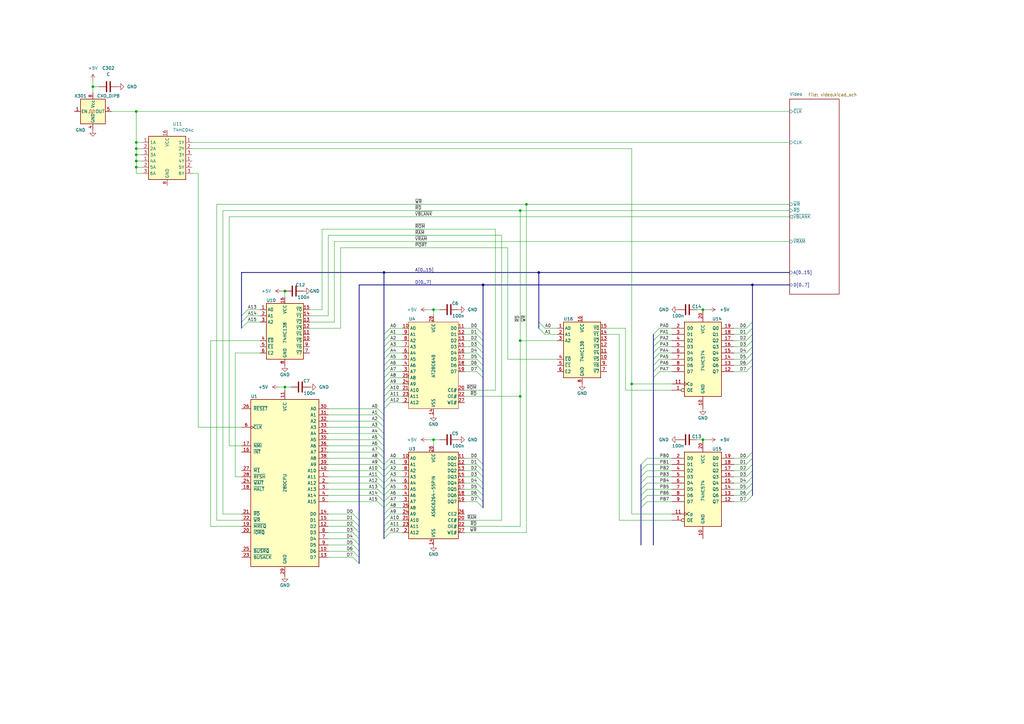
<source format=kicad_sch>
(kicad_sch (version 20230121) (generator eeschema)

  (uuid e635fd40-7872-489d-b4ac-a8bdba56f94e)

  (paper "A3")

  (lib_symbols
    (symbol "74xx:74HC138" (in_bom yes) (on_board yes)
      (property "Reference" "U" (at -7.62 13.97 0)
        (effects (font (size 1.27 1.27)) (justify left bottom))
      )
      (property "Value" "74HC138" (at 2.54 -11.43 0)
        (effects (font (size 1.27 1.27)) (justify left top))
      )
      (property "Footprint" "" (at 0 0 0)
        (effects (font (size 1.27 1.27)) hide)
      )
      (property "Datasheet" "http://www.ti.com/lit/ds/symlink/cd74hc238.pdf" (at 0 0 0)
        (effects (font (size 1.27 1.27)) hide)
      )
      (property "ki_keywords" "demux" (at 0 0 0)
        (effects (font (size 1.27 1.27)) hide)
      )
      (property "ki_description" "3-to-8 line decoder/multiplexer inverting, DIP-16/SOIC-16/SSOP-16" (at 0 0 0)
        (effects (font (size 1.27 1.27)) hide)
      )
      (property "ki_fp_filters" "DIP*W7.62mm* SOIC*3.9x9.9mm*P1.27mm* SSOP*5.3x6.2mm*P0.65mm*" (at 0 0 0)
        (effects (font (size 1.27 1.27)) hide)
      )
      (symbol "74HC138_0_1"
        (rectangle (start -7.62 12.7) (end 7.62 -10.16)
          (stroke (width 0.254) (type default))
          (fill (type background))
        )
      )
      (symbol "74HC138_1_1"
        (pin input line (at -10.16 10.16 0) (length 2.54)
          (name "A0" (effects (font (size 1.27 1.27))))
          (number "1" (effects (font (size 1.27 1.27))))
        )
        (pin output line (at 10.16 -2.54 180) (length 2.54)
          (name "~{Y5}" (effects (font (size 1.27 1.27))))
          (number "10" (effects (font (size 1.27 1.27))))
        )
        (pin output line (at 10.16 0 180) (length 2.54)
          (name "~{Y4}" (effects (font (size 1.27 1.27))))
          (number "11" (effects (font (size 1.27 1.27))))
        )
        (pin output line (at 10.16 2.54 180) (length 2.54)
          (name "~{Y3}" (effects (font (size 1.27 1.27))))
          (number "12" (effects (font (size 1.27 1.27))))
        )
        (pin output line (at 10.16 5.08 180) (length 2.54)
          (name "~{Y2}" (effects (font (size 1.27 1.27))))
          (number "13" (effects (font (size 1.27 1.27))))
        )
        (pin output line (at 10.16 7.62 180) (length 2.54)
          (name "~{Y1}" (effects (font (size 1.27 1.27))))
          (number "14" (effects (font (size 1.27 1.27))))
        )
        (pin output line (at 10.16 10.16 180) (length 2.54)
          (name "~{Y0}" (effects (font (size 1.27 1.27))))
          (number "15" (effects (font (size 1.27 1.27))))
        )
        (pin power_in line (at 0 15.24 270) (length 2.54)
          (name "VCC" (effects (font (size 1.27 1.27))))
          (number "16" (effects (font (size 1.27 1.27))))
        )
        (pin input line (at -10.16 7.62 0) (length 2.54)
          (name "A1" (effects (font (size 1.27 1.27))))
          (number "2" (effects (font (size 1.27 1.27))))
        )
        (pin input line (at -10.16 5.08 0) (length 2.54)
          (name "A2" (effects (font (size 1.27 1.27))))
          (number "3" (effects (font (size 1.27 1.27))))
        )
        (pin input line (at -10.16 -2.54 0) (length 2.54)
          (name "~{E0}" (effects (font (size 1.27 1.27))))
          (number "4" (effects (font (size 1.27 1.27))))
        )
        (pin input line (at -10.16 -5.08 0) (length 2.54)
          (name "~{E1}" (effects (font (size 1.27 1.27))))
          (number "5" (effects (font (size 1.27 1.27))))
        )
        (pin input line (at -10.16 -7.62 0) (length 2.54)
          (name "E2" (effects (font (size 1.27 1.27))))
          (number "6" (effects (font (size 1.27 1.27))))
        )
        (pin output line (at 10.16 -7.62 180) (length 2.54)
          (name "~{Y7}" (effects (font (size 1.27 1.27))))
          (number "7" (effects (font (size 1.27 1.27))))
        )
        (pin power_in line (at 0 -12.7 90) (length 2.54)
          (name "GND" (effects (font (size 1.27 1.27))))
          (number "8" (effects (font (size 1.27 1.27))))
        )
        (pin output line (at 10.16 -5.08 180) (length 2.54)
          (name "~{Y6}" (effects (font (size 1.27 1.27))))
          (number "9" (effects (font (size 1.27 1.27))))
        )
      )
    )
    (symbol "74xx_SK:74HC04c" (in_bom yes) (on_board yes)
      (property "Reference" "U11" (at -7.62 10.16 0)
        (effects (font (size 1.27 1.27)) (justify left))
      )
      (property "Value" "74HC04c" (at 1.27 10.16 0)
        (effects (font (size 1.27 1.27)) (justify left))
      )
      (property "Footprint" "" (at 0 -3.81 0)
        (effects (font (size 1.27 1.27)) hide)
      )
      (property "Datasheet" "https://www.ti.com/lit/ds/symlink/sn74hc04.pdf" (at 1.27 15.24 0)
        (effects (font (size 1.27 1.27)) hide)
      )
      (property "ki_keywords" "demux" (at 0 0 0)
        (effects (font (size 1.27 1.27)) hide)
      )
      (property "ki_description" "3-to-8 line decoder/multiplexer inverting, DIP-16/SOIC-16/SSOP-16" (at 0 0 0)
        (effects (font (size 1.27 1.27)) hide)
      )
      (property "ki_fp_filters" "DIP*W7.62mm* SOIC*3.9x9.9mm*P1.27mm* SSOP*5.3x6.2mm*P0.65mm*" (at 0 0 0)
        (effects (font (size 1.27 1.27)) hide)
      )
      (symbol "74HC04c_0_1"
        (rectangle (start -7.62 8.89) (end 7.62 -8.89)
          (stroke (width 0.254) (type default))
          (fill (type background))
        )
      )
      (symbol "74HC04c_1_1"
        (pin input line (at -10.16 6.35 0) (length 2.54)
          (name "1A" (effects (font (size 1.27 1.27))))
          (number "1" (effects (font (size 1.27 1.27))))
        )
        (pin output line (at 10.16 6.35 180) (length 2.54)
          (name "1Y" (effects (font (size 1.27 1.27))))
          (number "1" (effects (font (size 1.27 1.27))))
        )
        (pin input line (at -10.16 -1.27 0) (length 2.54)
          (name "4A" (effects (font (size 1.27 1.27))))
          (number "1" (effects (font (size 1.27 1.27))))
        )
        (pin output line (at 10.16 -1.27 180) (length 2.54)
          (name "4Y" (effects (font (size 1.27 1.27))))
          (number "1" (effects (font (size 1.27 1.27))))
        )
        (pin power_in line (at 0 11.43 270) (length 2.54)
          (name "VCC" (effects (font (size 1.27 1.27))))
          (number "16" (effects (font (size 1.27 1.27))))
        )
        (pin input line (at -10.16 3.81 0) (length 2.54)
          (name "2A" (effects (font (size 1.27 1.27))))
          (number "2" (effects (font (size 1.27 1.27))))
        )
        (pin output line (at 10.16 3.81 180) (length 2.54)
          (name "2Y" (effects (font (size 1.27 1.27))))
          (number "2" (effects (font (size 1.27 1.27))))
        )
        (pin input line (at -10.16 -3.81 0) (length 2.54)
          (name "5A" (effects (font (size 1.27 1.27))))
          (number "2" (effects (font (size 1.27 1.27))))
        )
        (pin output line (at 10.16 -3.81 180) (length 2.54)
          (name "5Y" (effects (font (size 1.27 1.27))))
          (number "2" (effects (font (size 1.27 1.27))))
        )
        (pin input line (at -10.16 1.27 0) (length 2.54)
          (name "3A" (effects (font (size 1.27 1.27))))
          (number "3" (effects (font (size 1.27 1.27))))
        )
        (pin output line (at 10.16 1.27 180) (length 2.54)
          (name "3Y" (effects (font (size 1.27 1.27))))
          (number "3" (effects (font (size 1.27 1.27))))
        )
        (pin input line (at -10.16 -6.35 0) (length 2.54)
          (name "6A" (effects (font (size 1.27 1.27))))
          (number "3" (effects (font (size 1.27 1.27))))
        )
        (pin output line (at 10.16 -6.35 180) (length 2.54)
          (name "6Y" (effects (font (size 1.27 1.27))))
          (number "3" (effects (font (size 1.27 1.27))))
        )
        (pin power_in line (at 0 -11.43 90) (length 2.54)
          (name "GND" (effects (font (size 1.27 1.27))))
          (number "8" (effects (font (size 1.27 1.27))))
        )
      )
    )
    (symbol "74xx_SK:74HC574" (pin_names (offset 1.016)) (in_bom yes) (on_board yes)
      (property "Reference" "U303" (at 2.1941 20.32 0)
        (effects (font (size 1.27 1.27)) (justify left))
      )
      (property "Value" "74HC574" (at 2.1941 17.78 0)
        (effects (font (size 1.27 1.27)) (justify left))
      )
      (property "Footprint" "" (at 0 0 0)
        (effects (font (size 1.27 1.27)) hide)
      )
      (property "Datasheet" "https://www.ti.com/lit/ds/symlink/sn74hc574.pdf" (at 0 0 0)
        (effects (font (size 1.27 1.27)) hide)
      )
      (property "ki_locked" "" (at 0 0 0)
        (effects (font (size 1.27 1.27)))
      )
      (property "ki_keywords" "TTL REG DFF DFF8 3State" (at 0 0 0)
        (effects (font (size 1.27 1.27)) hide)
      )
      (property "ki_description" "8-bit Register, 3-state outputs" (at 0 0 0)
        (effects (font (size 1.27 1.27)) hide)
      )
      (property "ki_fp_filters" "DIP?20*" (at 0 0 0)
        (effects (font (size 1.27 1.27)) hide)
      )
      (symbol "74HC574_1_0"
        (pin input inverted (at -12.7 -12.7 0) (length 5.08)
          (name "OE" (effects (font (size 1.27 1.27))))
          (number "1" (effects (font (size 1.27 1.27))))
        )
        (pin power_in line (at 0 -20.32 90) (length 5.08)
          (name "GND" (effects (font (size 1.27 1.27))))
          (number "10" (effects (font (size 1.27 1.27))))
        )
        (pin input clock (at -12.7 -10.16 0) (length 5.08)
          (name "Cp" (effects (font (size 1.27 1.27))))
          (number "11" (effects (font (size 1.27 1.27))))
        )
        (pin tri_state line (at 12.7 -5.08 180) (length 5.08)
          (name "Q7" (effects (font (size 1.27 1.27))))
          (number "12" (effects (font (size 1.27 1.27))))
        )
        (pin tri_state line (at 12.7 -2.54 180) (length 5.08)
          (name "Q6" (effects (font (size 1.27 1.27))))
          (number "13" (effects (font (size 1.27 1.27))))
        )
        (pin tri_state line (at 12.7 0 180) (length 5.08)
          (name "Q5" (effects (font (size 1.27 1.27))))
          (number "14" (effects (font (size 1.27 1.27))))
        )
        (pin tri_state line (at 12.7 2.54 180) (length 5.08)
          (name "Q4" (effects (font (size 1.27 1.27))))
          (number "15" (effects (font (size 1.27 1.27))))
        )
        (pin tri_state line (at 12.7 5.08 180) (length 5.08)
          (name "Q3" (effects (font (size 1.27 1.27))))
          (number "16" (effects (font (size 1.27 1.27))))
        )
        (pin tri_state line (at 12.7 7.62 180) (length 5.08)
          (name "Q2" (effects (font (size 1.27 1.27))))
          (number "17" (effects (font (size 1.27 1.27))))
        )
        (pin tri_state line (at 12.7 10.16 180) (length 5.08)
          (name "Q1" (effects (font (size 1.27 1.27))))
          (number "18" (effects (font (size 1.27 1.27))))
        )
        (pin tri_state line (at 12.7 12.7 180) (length 5.08)
          (name "Q0" (effects (font (size 1.27 1.27))))
          (number "19" (effects (font (size 1.27 1.27))))
        )
        (pin input line (at -12.7 12.7 0) (length 5.08)
          (name "D0" (effects (font (size 1.27 1.27))))
          (number "2" (effects (font (size 1.27 1.27))))
        )
        (pin power_in line (at 0 20.32 270) (length 5.08)
          (name "VCC" (effects (font (size 1.27 1.27))))
          (number "20" (effects (font (size 1.27 1.27))))
        )
        (pin input line (at -12.7 10.16 0) (length 5.08)
          (name "D1" (effects (font (size 1.27 1.27))))
          (number "3" (effects (font (size 1.27 1.27))))
        )
        (pin input line (at -12.7 7.62 0) (length 5.08)
          (name "D2" (effects (font (size 1.27 1.27))))
          (number "4" (effects (font (size 1.27 1.27))))
        )
        (pin input line (at -12.7 5.08 0) (length 5.08)
          (name "D3" (effects (font (size 1.27 1.27))))
          (number "5" (effects (font (size 1.27 1.27))))
        )
        (pin input line (at -12.7 2.54 0) (length 5.08)
          (name "D4" (effects (font (size 1.27 1.27))))
          (number "6" (effects (font (size 1.27 1.27))))
        )
        (pin input line (at -12.7 0 0) (length 5.08)
          (name "D5" (effects (font (size 1.27 1.27))))
          (number "7" (effects (font (size 1.27 1.27))))
        )
        (pin input line (at -12.7 -2.54 0) (length 5.08)
          (name "D6" (effects (font (size 1.27 1.27))))
          (number "8" (effects (font (size 1.27 1.27))))
        )
        (pin input line (at -12.7 -5.08 0) (length 5.08)
          (name "D7" (effects (font (size 1.27 1.27))))
          (number "9" (effects (font (size 1.27 1.27))))
        )
      )
      (symbol "74HC574_1_1"
        (rectangle (start -7.62 15.24) (end 7.62 -15.24)
          (stroke (width 0.254) (type default))
          (fill (type background))
        )
      )
    )
    (symbol "CPU:Z80CPU" (pin_names (offset 1.016)) (in_bom yes) (on_board yes)
      (property "Reference" "U" (at -13.97 35.56 0)
        (effects (font (size 1.27 1.27)) (justify left))
      )
      (property "Value" "Z80CPU" (at 6.35 35.56 0)
        (effects (font (size 1.27 1.27)) (justify left))
      )
      (property "Footprint" "" (at 0 10.16 0)
        (effects (font (size 1.27 1.27)) hide)
      )
      (property "Datasheet" "www.zilog.com/manage_directlink.php?filepath=docs/z80/um0080" (at 0 10.16 0)
        (effects (font (size 1.27 1.27)) hide)
      )
      (property "ki_keywords" "Z80 CPU uP" (at 0 0 0)
        (effects (font (size 1.27 1.27)) hide)
      )
      (property "ki_description" "8-bit General Purpose Microprocessor, DIP-40" (at 0 0 0)
        (effects (font (size 1.27 1.27)) hide)
      )
      (property "ki_fp_filters" "DIP* PDIP*" (at 0 0 0)
        (effects (font (size 1.27 1.27)) hide)
      )
      (symbol "Z80CPU_0_1"
        (rectangle (start -13.97 34.29) (end 13.97 -34.29)
          (stroke (width 0.254) (type default))
          (fill (type background))
        )
      )
      (symbol "Z80CPU_1_1"
        (pin output line (at 17.78 2.54 180) (length 3.81)
          (name "A11" (effects (font (size 1.27 1.27))))
          (number "1" (effects (font (size 1.27 1.27))))
        )
        (pin bidirectional line (at 17.78 -27.94 180) (length 3.81)
          (name "D6" (effects (font (size 1.27 1.27))))
          (number "10" (effects (font (size 1.27 1.27))))
        )
        (pin power_in line (at 0 38.1 270) (length 3.81)
          (name "VCC" (effects (font (size 1.27 1.27))))
          (number "11" (effects (font (size 1.27 1.27))))
        )
        (pin bidirectional line (at 17.78 -17.78 180) (length 3.81)
          (name "D2" (effects (font (size 1.27 1.27))))
          (number "12" (effects (font (size 1.27 1.27))))
        )
        (pin bidirectional line (at 17.78 -30.48 180) (length 3.81)
          (name "D7" (effects (font (size 1.27 1.27))))
          (number "13" (effects (font (size 1.27 1.27))))
        )
        (pin bidirectional line (at 17.78 -12.7 180) (length 3.81)
          (name "D0" (effects (font (size 1.27 1.27))))
          (number "14" (effects (font (size 1.27 1.27))))
        )
        (pin bidirectional line (at 17.78 -15.24 180) (length 3.81)
          (name "D1" (effects (font (size 1.27 1.27))))
          (number "15" (effects (font (size 1.27 1.27))))
        )
        (pin input line (at -17.78 12.7 0) (length 3.81)
          (name "~{INT}" (effects (font (size 1.27 1.27))))
          (number "16" (effects (font (size 1.27 1.27))))
        )
        (pin input line (at -17.78 15.24 0) (length 3.81)
          (name "~{NMI}" (effects (font (size 1.27 1.27))))
          (number "17" (effects (font (size 1.27 1.27))))
        )
        (pin output line (at -17.78 -2.54 0) (length 3.81)
          (name "~{HALT}" (effects (font (size 1.27 1.27))))
          (number "18" (effects (font (size 1.27 1.27))))
        )
        (pin output line (at -17.78 -17.78 0) (length 3.81)
          (name "~{MREQ}" (effects (font (size 1.27 1.27))))
          (number "19" (effects (font (size 1.27 1.27))))
        )
        (pin output line (at 17.78 0 180) (length 3.81)
          (name "A12" (effects (font (size 1.27 1.27))))
          (number "2" (effects (font (size 1.27 1.27))))
        )
        (pin output line (at -17.78 -20.32 0) (length 3.81)
          (name "~{IORQ}" (effects (font (size 1.27 1.27))))
          (number "20" (effects (font (size 1.27 1.27))))
        )
        (pin output line (at -17.78 -12.7 0) (length 3.81)
          (name "~{RD}" (effects (font (size 1.27 1.27))))
          (number "21" (effects (font (size 1.27 1.27))))
        )
        (pin output line (at -17.78 -15.24 0) (length 3.81)
          (name "~{WR}" (effects (font (size 1.27 1.27))))
          (number "22" (effects (font (size 1.27 1.27))))
        )
        (pin output line (at -17.78 -30.48 0) (length 3.81)
          (name "~{BUSACK}" (effects (font (size 1.27 1.27))))
          (number "23" (effects (font (size 1.27 1.27))))
        )
        (pin input line (at -17.78 0 0) (length 3.81)
          (name "~{WAIT}" (effects (font (size 1.27 1.27))))
          (number "24" (effects (font (size 1.27 1.27))))
        )
        (pin input line (at -17.78 -27.94 0) (length 3.81)
          (name "~{BUSRQ}" (effects (font (size 1.27 1.27))))
          (number "25" (effects (font (size 1.27 1.27))))
        )
        (pin input line (at -17.78 30.48 0) (length 3.81)
          (name "~{RESET}" (effects (font (size 1.27 1.27))))
          (number "26" (effects (font (size 1.27 1.27))))
        )
        (pin output line (at -17.78 5.08 0) (length 3.81)
          (name "~{M1}" (effects (font (size 1.27 1.27))))
          (number "27" (effects (font (size 1.27 1.27))))
        )
        (pin output line (at -17.78 2.54 0) (length 3.81)
          (name "~{RFSH}" (effects (font (size 1.27 1.27))))
          (number "28" (effects (font (size 1.27 1.27))))
        )
        (pin power_in line (at 0 -38.1 90) (length 3.81)
          (name "GND" (effects (font (size 1.27 1.27))))
          (number "29" (effects (font (size 1.27 1.27))))
        )
        (pin output line (at 17.78 -2.54 180) (length 3.81)
          (name "A13" (effects (font (size 1.27 1.27))))
          (number "3" (effects (font (size 1.27 1.27))))
        )
        (pin output line (at 17.78 30.48 180) (length 3.81)
          (name "A0" (effects (font (size 1.27 1.27))))
          (number "30" (effects (font (size 1.27 1.27))))
        )
        (pin output line (at 17.78 27.94 180) (length 3.81)
          (name "A1" (effects (font (size 1.27 1.27))))
          (number "31" (effects (font (size 1.27 1.27))))
        )
        (pin output line (at 17.78 25.4 180) (length 3.81)
          (name "A2" (effects (font (size 1.27 1.27))))
          (number "32" (effects (font (size 1.27 1.27))))
        )
        (pin output line (at 17.78 22.86 180) (length 3.81)
          (name "A3" (effects (font (size 1.27 1.27))))
          (number "33" (effects (font (size 1.27 1.27))))
        )
        (pin output line (at 17.78 20.32 180) (length 3.81)
          (name "A4" (effects (font (size 1.27 1.27))))
          (number "34" (effects (font (size 1.27 1.27))))
        )
        (pin output line (at 17.78 17.78 180) (length 3.81)
          (name "A5" (effects (font (size 1.27 1.27))))
          (number "35" (effects (font (size 1.27 1.27))))
        )
        (pin output line (at 17.78 15.24 180) (length 3.81)
          (name "A6" (effects (font (size 1.27 1.27))))
          (number "36" (effects (font (size 1.27 1.27))))
        )
        (pin output line (at 17.78 12.7 180) (length 3.81)
          (name "A7" (effects (font (size 1.27 1.27))))
          (number "37" (effects (font (size 1.27 1.27))))
        )
        (pin output line (at 17.78 10.16 180) (length 3.81)
          (name "A8" (effects (font (size 1.27 1.27))))
          (number "38" (effects (font (size 1.27 1.27))))
        )
        (pin output line (at 17.78 7.62 180) (length 3.81)
          (name "A9" (effects (font (size 1.27 1.27))))
          (number "39" (effects (font (size 1.27 1.27))))
        )
        (pin output line (at 17.78 -5.08 180) (length 3.81)
          (name "A14" (effects (font (size 1.27 1.27))))
          (number "4" (effects (font (size 1.27 1.27))))
        )
        (pin output line (at 17.78 5.08 180) (length 3.81)
          (name "A10" (effects (font (size 1.27 1.27))))
          (number "40" (effects (font (size 1.27 1.27))))
        )
        (pin output line (at 17.78 -7.62 180) (length 3.81)
          (name "A15" (effects (font (size 1.27 1.27))))
          (number "5" (effects (font (size 1.27 1.27))))
        )
        (pin input clock (at -17.78 22.86 0) (length 3.81)
          (name "~{CLK}" (effects (font (size 1.27 1.27))))
          (number "6" (effects (font (size 1.27 1.27))))
        )
        (pin bidirectional line (at 17.78 -22.86 180) (length 3.81)
          (name "D4" (effects (font (size 1.27 1.27))))
          (number "7" (effects (font (size 1.27 1.27))))
        )
        (pin bidirectional line (at 17.78 -20.32 180) (length 3.81)
          (name "D3" (effects (font (size 1.27 1.27))))
          (number "8" (effects (font (size 1.27 1.27))))
        )
        (pin bidirectional line (at 17.78 -25.4 180) (length 3.81)
          (name "D5" (effects (font (size 1.27 1.27))))
          (number "9" (effects (font (size 1.27 1.27))))
        )
      )
    )
    (symbol "Device:C" (pin_numbers hide) (pin_names (offset 0.254)) (in_bom yes) (on_board yes)
      (property "Reference" "C" (at 0.635 2.54 0)
        (effects (font (size 1.27 1.27)) (justify left))
      )
      (property "Value" "C" (at 0.635 -2.54 0)
        (effects (font (size 1.27 1.27)) (justify left))
      )
      (property "Footprint" "" (at 0.9652 -3.81 0)
        (effects (font (size 1.27 1.27)) hide)
      )
      (property "Datasheet" "~" (at 0 0 0)
        (effects (font (size 1.27 1.27)) hide)
      )
      (property "ki_keywords" "cap capacitor" (at 0 0 0)
        (effects (font (size 1.27 1.27)) hide)
      )
      (property "ki_description" "Unpolarized capacitor" (at 0 0 0)
        (effects (font (size 1.27 1.27)) hide)
      )
      (property "ki_fp_filters" "C_*" (at 0 0 0)
        (effects (font (size 1.27 1.27)) hide)
      )
      (symbol "C_0_1"
        (polyline
          (pts
            (xy -2.032 -0.762)
            (xy 2.032 -0.762)
          )
          (stroke (width 0.508) (type default))
          (fill (type none))
        )
        (polyline
          (pts
            (xy -2.032 0.762)
            (xy 2.032 0.762)
          )
          (stroke (width 0.508) (type default))
          (fill (type none))
        )
      )
      (symbol "C_1_1"
        (pin passive line (at 0 3.81 270) (length 2.794)
          (name "~" (effects (font (size 1.27 1.27))))
          (number "1" (effects (font (size 1.27 1.27))))
        )
        (pin passive line (at 0 -3.81 90) (length 2.794)
          (name "~" (effects (font (size 1.27 1.27))))
          (number "2" (effects (font (size 1.27 1.27))))
        )
      )
    )
    (symbol "Memory_RAM_SK:AS6C6264-55PIN" (in_bom yes) (on_board yes)
      (property "Reference" "U" (at -10.16 18.415 0)
        (effects (font (size 1.27 1.27)) (justify left bottom))
      )
      (property "Value" "AS6C6264-55PIN" (at 2.54 18.415 0)
        (effects (font (size 1.27 1.27)) (justify left bottom))
      )
      (property "Footprint" "Package_DIP:DIP-32_W15.24mm" (at 0 -5.08 0)
        (effects (font (size 1.27 1.27)) hide)
      )
      (property "Datasheet" "https://www.alliancememory.com/wp-content/uploads/pdf/AS6C6264.pdf" (at 0 -5.08 0)
        (effects (font (size 1.27 1.27)) hide)
      )
      (property "ki_keywords" "RAM SRAM CMOS MEMORY" (at 0 0 0)
        (effects (font (size 1.27 1.27)) hide)
      )
      (property "ki_description" "8K x 8 Low Power CMOS RAM, DIP-28" (at 0 0 0)
        (effects (font (size 1.27 1.27)) hide)
      )
      (property "ki_fp_filters" "DIP*W15.24mm*" (at 0 0 0)
        (effects (font (size 1.27 1.27)) hide)
      )
      (symbol "AS6C6264-55PIN_0_0"
        (pin power_in line (at 0 -20.32 90) (length 2.54)
          (name "VSS" (effects (font (size 1.27 1.27))))
          (number "14" (effects (font (size 1.27 1.27))))
        )
        (pin power_in line (at 0 20.32 270) (length 2.54)
          (name "VCC" (effects (font (size 1.27 1.27))))
          (number "28" (effects (font (size 1.27 1.27))))
        )
      )
      (symbol "AS6C6264-55PIN_0_1"
        (rectangle (start -10.16 17.78) (end 10.16 -17.78)
          (stroke (width 0.254) (type default))
          (fill (type background))
        )
      )
      (symbol "AS6C6264-55PIN_1_1"
        (pin input line (at -12.7 15.24 0) (length 2.54)
          (name "A0" (effects (font (size 1.27 1.27))))
          (number "10" (effects (font (size 1.27 1.27))))
        )
        (pin tri_state line (at 12.7 15.24 180) (length 2.54)
          (name "DQ0" (effects (font (size 1.27 1.27))))
          (number "11" (effects (font (size 1.27 1.27))))
        )
        (pin tri_state line (at 12.7 12.7 180) (length 2.54)
          (name "DQ1" (effects (font (size 1.27 1.27))))
          (number "12" (effects (font (size 1.27 1.27))))
        )
        (pin tri_state line (at 12.7 10.16 180) (length 2.54)
          (name "DQ2" (effects (font (size 1.27 1.27))))
          (number "13" (effects (font (size 1.27 1.27))))
        )
        (pin tri_state line (at 12.7 7.62 180) (length 2.54)
          (name "DQ3" (effects (font (size 1.27 1.27))))
          (number "15" (effects (font (size 1.27 1.27))))
        )
        (pin tri_state line (at 12.7 5.08 180) (length 2.54)
          (name "DQ4" (effects (font (size 1.27 1.27))))
          (number "16" (effects (font (size 1.27 1.27))))
        )
        (pin tri_state line (at 12.7 2.54 180) (length 2.54)
          (name "DQ5" (effects (font (size 1.27 1.27))))
          (number "17" (effects (font (size 1.27 1.27))))
        )
        (pin tri_state line (at 12.7 0 180) (length 2.54)
          (name "DQ6" (effects (font (size 1.27 1.27))))
          (number "18" (effects (font (size 1.27 1.27))))
        )
        (pin tri_state line (at 12.7 -2.54 180) (length 2.54)
          (name "DQ7" (effects (font (size 1.27 1.27))))
          (number "19" (effects (font (size 1.27 1.27))))
        )
        (pin input line (at -12.7 -15.24 0) (length 2.54)
          (name "A12" (effects (font (size 1.27 1.27))))
          (number "2" (effects (font (size 1.27 1.27))))
        )
        (pin input line (at 12.7 -10.16 180) (length 2.54)
          (name "CE#" (effects (font (size 1.27 1.27))))
          (number "20" (effects (font (size 1.27 1.27))))
        )
        (pin input line (at -12.7 -10.16 0) (length 2.54)
          (name "A10" (effects (font (size 1.27 1.27))))
          (number "21" (effects (font (size 1.27 1.27))))
        )
        (pin input line (at 12.7 -12.7 180) (length 2.54)
          (name "OE#" (effects (font (size 1.27 1.27))))
          (number "22" (effects (font (size 1.27 1.27))))
        )
        (pin input line (at -12.7 -12.7 0) (length 2.54)
          (name "A11" (effects (font (size 1.27 1.27))))
          (number "23" (effects (font (size 1.27 1.27))))
        )
        (pin input line (at -12.7 -7.62 0) (length 2.54)
          (name "A9" (effects (font (size 1.27 1.27))))
          (number "24" (effects (font (size 1.27 1.27))))
        )
        (pin input line (at -12.7 -5.08 0) (length 2.54)
          (name "A8" (effects (font (size 1.27 1.27))))
          (number "25" (effects (font (size 1.27 1.27))))
        )
        (pin input line (at 12.7 -7.62 180) (length 2.54)
          (name "CE2" (effects (font (size 1.27 1.27))))
          (number "26" (effects (font (size 1.27 1.27))))
        )
        (pin input line (at 12.7 -15.24 180) (length 2.54)
          (name "WE#" (effects (font (size 1.27 1.27))))
          (number "27" (effects (font (size 1.27 1.27))))
        )
        (pin input line (at -12.7 -2.54 0) (length 2.54)
          (name "A7" (effects (font (size 1.27 1.27))))
          (number "3" (effects (font (size 1.27 1.27))))
        )
        (pin input line (at -12.7 0 0) (length 2.54)
          (name "A6" (effects (font (size 1.27 1.27))))
          (number "4" (effects (font (size 1.27 1.27))))
        )
        (pin input line (at -12.7 2.54 0) (length 2.54)
          (name "A5" (effects (font (size 1.27 1.27))))
          (number "5" (effects (font (size 1.27 1.27))))
        )
        (pin input line (at -12.7 5.08 0) (length 2.54)
          (name "A4" (effects (font (size 1.27 1.27))))
          (number "6" (effects (font (size 1.27 1.27))))
        )
        (pin input line (at -12.7 7.62 0) (length 2.54)
          (name "A3" (effects (font (size 1.27 1.27))))
          (number "7" (effects (font (size 1.27 1.27))))
        )
        (pin input line (at -12.7 10.16 0) (length 2.54)
          (name "A2" (effects (font (size 1.27 1.27))))
          (number "8" (effects (font (size 1.27 1.27))))
        )
        (pin input line (at -12.7 12.7 0) (length 2.54)
          (name "A1" (effects (font (size 1.27 1.27))))
          (number "9" (effects (font (size 1.27 1.27))))
        )
      )
    )
    (symbol "Memory_ROM_SK:AT28C64B" (in_bom yes) (on_board yes)
      (property "Reference" "U" (at -8.89 19.05 0)
        (effects (font (size 1.27 1.27)))
      )
      (property "Value" "AT28C64B" (at 8.89 19.05 0)
        (effects (font (size 1.27 1.27)))
      )
      (property "Footprint" "" (at -27.94 20.32 0)
        (effects (font (size 1.27 1.27)) hide)
      )
      (property "Datasheet" "" (at -27.94 20.32 0)
        (effects (font (size 1.27 1.27)) hide)
      )
      (property "ki_description" "Parallel EEPROM with Page Write and Software Data Protection" (at 0 0 0)
        (effects (font (size 1.27 1.27)) hide)
      )
      (symbol "AT28C64B_1_1"
        (rectangle (start -10.16 17.78) (end 10.16 -17.78)
          (stroke (width 0) (type default))
          (fill (type background))
        )
        (pin input line (at -12.7 15.24 0) (length 2.54)
          (name "A0" (effects (font (size 1.27 1.27))))
          (number "10" (effects (font (size 1.27 1.27))))
        )
        (pin tri_state line (at 12.7 15.24 180) (length 2.54)
          (name "D0" (effects (font (size 1.27 1.27))))
          (number "11" (effects (font (size 1.27 1.27))))
        )
        (pin tri_state line (at 12.7 12.7 180) (length 2.54)
          (name "D1" (effects (font (size 1.27 1.27))))
          (number "12" (effects (font (size 1.27 1.27))))
        )
        (pin tri_state line (at 12.7 10.16 180) (length 2.54)
          (name "D2" (effects (font (size 1.27 1.27))))
          (number "13" (effects (font (size 1.27 1.27))))
        )
        (pin power_in line (at 0 -20.32 90) (length 2.54)
          (name "VSS" (effects (font (size 1.27 1.27))))
          (number "14" (effects (font (size 1.27 1.27))))
        )
        (pin tri_state line (at 12.7 7.62 180) (length 2.54)
          (name "D3" (effects (font (size 1.27 1.27))))
          (number "15" (effects (font (size 1.27 1.27))))
        )
        (pin tri_state line (at 12.7 5.08 180) (length 2.54)
          (name "D4" (effects (font (size 1.27 1.27))))
          (number "16" (effects (font (size 1.27 1.27))))
        )
        (pin tri_state line (at 12.7 2.54 180) (length 2.54)
          (name "D5" (effects (font (size 1.27 1.27))))
          (number "17" (effects (font (size 1.27 1.27))))
        )
        (pin tri_state line (at 12.7 0 180) (length 2.54)
          (name "D6" (effects (font (size 1.27 1.27))))
          (number "18" (effects (font (size 1.27 1.27))))
        )
        (pin tri_state line (at 12.7 -2.54 180) (length 2.54)
          (name "D7" (effects (font (size 1.27 1.27))))
          (number "19" (effects (font (size 1.27 1.27))))
        )
        (pin input line (at -12.7 -15.24 0) (length 2.54)
          (name "A12" (effects (font (size 1.27 1.27))))
          (number "2" (effects (font (size 1.27 1.27))))
        )
        (pin input line (at 12.7 -10.16 180) (length 2.54)
          (name "CE#" (effects (font (size 1.27 1.27))))
          (number "20" (effects (font (size 1.27 1.27))))
        )
        (pin input line (at -12.7 -10.16 0) (length 2.54)
          (name "A10" (effects (font (size 1.27 1.27))))
          (number "21" (effects (font (size 1.27 1.27))))
        )
        (pin input line (at 12.7 -12.7 180) (length 2.54)
          (name "OE#" (effects (font (size 1.27 1.27))))
          (number "22" (effects (font (size 1.27 1.27))))
        )
        (pin input line (at -12.7 -12.7 0) (length 2.54)
          (name "A11" (effects (font (size 1.27 1.27))))
          (number "23" (effects (font (size 1.27 1.27))))
        )
        (pin input line (at -12.7 -7.62 0) (length 2.54)
          (name "A9" (effects (font (size 1.27 1.27))))
          (number "24" (effects (font (size 1.27 1.27))))
        )
        (pin input line (at -12.7 -5.08 0) (length 2.54)
          (name "A8" (effects (font (size 1.27 1.27))))
          (number "25" (effects (font (size 1.27 1.27))))
        )
        (pin input line (at 12.7 -15.24 180) (length 2.54)
          (name "WE#" (effects (font (size 1.27 1.27))))
          (number "27" (effects (font (size 1.27 1.27))))
        )
        (pin power_in line (at 0 20.32 270) (length 2.54)
          (name "VCC" (effects (font (size 1.27 1.27))))
          (number "28" (effects (font (size 1.27 1.27))))
        )
        (pin input line (at -12.7 -2.54 0) (length 2.54)
          (name "A7" (effects (font (size 1.27 1.27))))
          (number "3" (effects (font (size 1.27 1.27))))
        )
        (pin input line (at -12.7 0 0) (length 2.54)
          (name "A6" (effects (font (size 1.27 1.27))))
          (number "4" (effects (font (size 1.27 1.27))))
        )
        (pin input line (at -12.7 2.54 0) (length 2.54)
          (name "A5" (effects (font (size 1.27 1.27))))
          (number "5" (effects (font (size 1.27 1.27))))
        )
        (pin input line (at -12.7 5.08 0) (length 2.54)
          (name "A4" (effects (font (size 1.27 1.27))))
          (number "6" (effects (font (size 1.27 1.27))))
        )
        (pin input line (at -12.7 7.62 0) (length 2.54)
          (name "A3" (effects (font (size 1.27 1.27))))
          (number "7" (effects (font (size 1.27 1.27))))
        )
        (pin input line (at -12.7 10.16 0) (length 2.54)
          (name "A2" (effects (font (size 1.27 1.27))))
          (number "8" (effects (font (size 1.27 1.27))))
        )
        (pin input line (at -12.7 12.7 0) (length 2.54)
          (name "A1" (effects (font (size 1.27 1.27))))
          (number "9" (effects (font (size 1.27 1.27))))
        )
      )
    )
    (symbol "Oscillator:CXO_DIP8" (pin_names (offset 0.254)) (in_bom yes) (on_board yes)
      (property "Reference" "X" (at -5.08 6.35 0)
        (effects (font (size 1.27 1.27)) (justify left))
      )
      (property "Value" "CXO_DIP8" (at 1.27 -6.35 0)
        (effects (font (size 1.27 1.27)) (justify left))
      )
      (property "Footprint" "Oscillator:Oscillator_DIP-8" (at 11.43 -8.89 0)
        (effects (font (size 1.27 1.27)) hide)
      )
      (property "Datasheet" "http://cdn-reichelt.de/documents/datenblatt/B400/OSZI.pdf" (at -2.54 0 0)
        (effects (font (size 1.27 1.27)) hide)
      )
      (property "ki_keywords" "Crystal Clock Oscillator" (at 0 0 0)
        (effects (font (size 1.27 1.27)) hide)
      )
      (property "ki_description" "Crystal Clock Oscillator, DIP8-style metal package" (at 0 0 0)
        (effects (font (size 1.27 1.27)) hide)
      )
      (property "ki_fp_filters" "Oscillator*DIP*8*" (at 0 0 0)
        (effects (font (size 1.27 1.27)) hide)
      )
      (symbol "CXO_DIP8_0_1"
        (rectangle (start -5.08 5.08) (end 5.08 -5.08)
          (stroke (width 0.254) (type default))
          (fill (type background))
        )
        (polyline
          (pts
            (xy -1.905 -0.635)
            (xy -1.27 -0.635)
            (xy -1.27 0.635)
            (xy -0.635 0.635)
            (xy -0.635 -0.635)
            (xy 0 -0.635)
            (xy 0 0.635)
            (xy 0.635 0.635)
            (xy 0.635 -0.635)
          )
          (stroke (width 0) (type default))
          (fill (type none))
        )
      )
      (symbol "CXO_DIP8_1_1"
        (pin input line (at -7.62 0 0) (length 2.54)
          (name "EN" (effects (font (size 1.27 1.27))))
          (number "1" (effects (font (size 1.27 1.27))))
        )
        (pin power_in line (at 0 -7.62 90) (length 2.54)
          (name "GND" (effects (font (size 1.27 1.27))))
          (number "4" (effects (font (size 1.27 1.27))))
        )
        (pin output line (at 7.62 0 180) (length 2.54)
          (name "OUT" (effects (font (size 1.27 1.27))))
          (number "5" (effects (font (size 1.27 1.27))))
        )
        (pin power_in line (at 0 7.62 270) (length 2.54)
          (name "Vcc" (effects (font (size 1.27 1.27))))
          (number "8" (effects (font (size 1.27 1.27))))
        )
      )
    )
    (symbol "power:+5V" (power) (pin_names (offset 0)) (in_bom yes) (on_board yes)
      (property "Reference" "#PWR" (at 0 -3.81 0)
        (effects (font (size 1.27 1.27)) hide)
      )
      (property "Value" "+5V" (at 0 3.556 0)
        (effects (font (size 1.27 1.27)))
      )
      (property "Footprint" "" (at 0 0 0)
        (effects (font (size 1.27 1.27)) hide)
      )
      (property "Datasheet" "" (at 0 0 0)
        (effects (font (size 1.27 1.27)) hide)
      )
      (property "ki_keywords" "global power" (at 0 0 0)
        (effects (font (size 1.27 1.27)) hide)
      )
      (property "ki_description" "Power symbol creates a global label with name \"+5V\"" (at 0 0 0)
        (effects (font (size 1.27 1.27)) hide)
      )
      (symbol "+5V_0_1"
        (polyline
          (pts
            (xy -0.762 1.27)
            (xy 0 2.54)
          )
          (stroke (width 0) (type default))
          (fill (type none))
        )
        (polyline
          (pts
            (xy 0 0)
            (xy 0 2.54)
          )
          (stroke (width 0) (type default))
          (fill (type none))
        )
        (polyline
          (pts
            (xy 0 2.54)
            (xy 0.762 1.27)
          )
          (stroke (width 0) (type default))
          (fill (type none))
        )
      )
      (symbol "+5V_1_1"
        (pin power_in line (at 0 0 90) (length 0) hide
          (name "+5V" (effects (font (size 1.27 1.27))))
          (number "1" (effects (font (size 1.27 1.27))))
        )
      )
    )
    (symbol "power:GND" (power) (pin_names (offset 0)) (in_bom yes) (on_board yes)
      (property "Reference" "#PWR" (at 0 -6.35 0)
        (effects (font (size 1.27 1.27)) hide)
      )
      (property "Value" "GND" (at 0 -3.81 0)
        (effects (font (size 1.27 1.27)))
      )
      (property "Footprint" "" (at 0 0 0)
        (effects (font (size 1.27 1.27)) hide)
      )
      (property "Datasheet" "" (at 0 0 0)
        (effects (font (size 1.27 1.27)) hide)
      )
      (property "ki_keywords" "global power" (at 0 0 0)
        (effects (font (size 1.27 1.27)) hide)
      )
      (property "ki_description" "Power symbol creates a global label with name \"GND\" , ground" (at 0 0 0)
        (effects (font (size 1.27 1.27)) hide)
      )
      (symbol "GND_0_1"
        (polyline
          (pts
            (xy 0 0)
            (xy 0 -1.27)
            (xy 1.27 -1.27)
            (xy 0 -2.54)
            (xy -1.27 -1.27)
            (xy 0 -1.27)
          )
          (stroke (width 0) (type default))
          (fill (type none))
        )
      )
      (symbol "GND_1_1"
        (pin power_in line (at 0 0 270) (length 0) hide
          (name "GND" (effects (font (size 1.27 1.27))))
          (number "1" (effects (font (size 1.27 1.27))))
        )
      )
    )
  )

  (junction (at 198.12 116.84) (diameter 0) (color 0 0 0 0)
    (uuid 05e8c102-0f59-4640-9026-d9e09349cea8)
  )
  (junction (at 157.48 111.76) (diameter 0) (color 0 0 0 0)
    (uuid 0ee0af15-6985-441b-af03-70b8e9068605)
  )
  (junction (at 55.88 68.58) (diameter 0) (color 0 0 0 0)
    (uuid 2661bde4-e3ae-447f-b5d7-e47f62e5c0d1)
  )
  (junction (at 116.84 158.75) (diameter 0) (color 0 0 0 0)
    (uuid 2e48d2ee-5a57-448d-a0ac-944d0a8b98ac)
  )
  (junction (at 213.36 162.56) (diameter 0) (color 0 0 0 0)
    (uuid 3146fbec-991c-4f49-a59d-b2e43e5d5224)
  )
  (junction (at 55.88 45.72) (diameter 0) (color 0 0 0 0)
    (uuid 532d0449-31f8-4ccc-b41f-45d59af00a95)
  )
  (junction (at 177.8 127) (diameter 0) (color 0 0 0 0)
    (uuid 5a29f661-60ee-4128-98b1-7e78d1d1e0d5)
  )
  (junction (at 213.36 86.36) (diameter 0) (color 0 0 0 0)
    (uuid 5d8d205b-69aa-4666-bc87-ded85e6fa0bd)
  )
  (junction (at 215.9 83.82) (diameter 0) (color 0 0 0 0)
    (uuid 67a12479-dffd-4cfd-a7c2-ae67e7705cee)
  )
  (junction (at 288.29 180.34) (diameter 0) (color 0 0 0 0)
    (uuid 6badb9c4-426c-4221-9e3f-078c34488155)
  )
  (junction (at 116.84 119.38) (diameter 0) (color 0 0 0 0)
    (uuid 780e4c81-3f4a-48f3-99bd-fcd5baf58a59)
  )
  (junction (at 55.88 66.04) (diameter 0) (color 0 0 0 0)
    (uuid 8141c299-0e74-4a8a-80ce-1cc3a0e90d55)
  )
  (junction (at 259.08 157.48) (diameter 0) (color 0 0 0 0)
    (uuid a3e366e1-03fe-4606-abf1-9f7a63ac8630)
  )
  (junction (at 55.88 58.42) (diameter 0) (color 0 0 0 0)
    (uuid b1a69687-5d46-419d-a708-150ecfdbaae6)
  )
  (junction (at 38.1 35.56) (diameter 0) (color 0 0 0 0)
    (uuid c3a9e47c-093e-44ca-9f3a-0ad625a1e0b1)
  )
  (junction (at 55.88 60.96) (diameter 0) (color 0 0 0 0)
    (uuid d329e822-90ac-47d4-93f6-96f1f08b4679)
  )
  (junction (at 55.88 63.5) (diameter 0) (color 0 0 0 0)
    (uuid e1f55a3c-a3b9-4f04-9148-6960eca86a44)
  )
  (junction (at 177.8 180.34) (diameter 0) (color 0 0 0 0)
    (uuid e85a4f26-d8e1-4ade-aadf-92710384148d)
  )
  (junction (at 220.98 111.76) (diameter 0) (color 0 0 0 0)
    (uuid ef15f03f-bde3-4efb-9e2f-3e5e8ae5a992)
  )
  (junction (at 213.36 139.7) (diameter 0) (color 0 0 0 0)
    (uuid f0d6efd9-5e00-4d67-a41c-413984679058)
  )
  (junction (at 308.61 116.84) (diameter 0) (color 0 0 0 0)
    (uuid f5bc8fd7-f898-4986-8460-4315f16f197c)
  )
  (junction (at 288.29 127) (diameter 0) (color 0 0 0 0)
    (uuid fe621626-95b7-429e-92a0-0524295aca27)
  )

  (bus_entry (at 157.48 139.7) (size 2.54 -2.54)
    (stroke (width 0) (type default))
    (uuid 08742fd2-c133-4f6e-8a04-69d8266acf01)
  )
  (bus_entry (at 195.58 147.32) (size 2.54 2.54)
    (stroke (width 0) (type default))
    (uuid 092169fe-cc8c-45b6-b28c-cac4ec497ba6)
  )
  (bus_entry (at 154.94 203.2) (size 2.54 2.54)
    (stroke (width 0) (type default))
    (uuid 09dccd2b-2497-4521-b998-2aa5effeb976)
  )
  (bus_entry (at 308.61 200.66) (size -2.54 2.54)
    (stroke (width 0) (type default))
    (uuid 0a15945c-04b9-4098-b29d-604e8f7a5b1c)
  )
  (bus_entry (at 262.89 193.04) (size 2.54 -2.54)
    (stroke (width 0) (type default))
    (uuid 0b3aec63-6f05-41c3-b318-369b2f25219d)
  )
  (bus_entry (at 99.06 129.54) (size 2.54 -2.54)
    (stroke (width 0) (type default))
    (uuid 0eafa027-a9ba-4e5c-bcfe-1929d6a39d00)
  )
  (bus_entry (at 154.94 167.64) (size 2.54 2.54)
    (stroke (width 0) (type default))
    (uuid 0f69d949-b625-4107-8f24-320bdb26c438)
  )
  (bus_entry (at 195.58 205.74) (size 2.54 2.54)
    (stroke (width 0) (type default))
    (uuid 0fc6b4e5-3bff-4bbb-9236-123cb8cb41ac)
  )
  (bus_entry (at 308.61 195.58) (size -2.54 2.54)
    (stroke (width 0) (type default))
    (uuid 106cae19-7010-4b59-bdb1-27bd3bc6c8fa)
  )
  (bus_entry (at 157.48 167.64) (size 2.54 -2.54)
    (stroke (width 0) (type default))
    (uuid 10fdaab5-186e-4c6a-8ee2-6771103c848a)
  )
  (bus_entry (at 147.32 231.14) (size -2.54 -2.54)
    (stroke (width 0) (type default))
    (uuid 156d7780-8192-4001-89f5-598605ae4ecd)
  )
  (bus_entry (at 157.48 160.02) (size 2.54 -2.54)
    (stroke (width 0) (type default))
    (uuid 15ead016-1fc4-457d-9cba-240f62cad61a)
  )
  (bus_entry (at 154.94 190.5) (size 2.54 2.54)
    (stroke (width 0) (type default))
    (uuid 170d7a92-48e9-4b40-b91d-9431099a6af1)
  )
  (bus_entry (at 262.89 198.12) (size 2.54 -2.54)
    (stroke (width 0) (type default))
    (uuid 17356fa7-74e0-439a-ad25-5b47e200ac2a)
  )
  (bus_entry (at 262.89 190.5) (size 2.54 -2.54)
    (stroke (width 0) (type default))
    (uuid 17a67920-4c8d-4ccd-8ff0-b8f76f7a40ba)
  )
  (bus_entry (at 220.98 132.08) (size 2.54 2.54)
    (stroke (width 0) (type default))
    (uuid 18699d8e-af1d-4723-a3d4-fbe0e1e09cec)
  )
  (bus_entry (at 262.89 205.74) (size 2.54 -2.54)
    (stroke (width 0) (type default))
    (uuid 18fa5d68-f3ba-46c7-b6aa-4cd2295d3841)
  )
  (bus_entry (at 99.06 132.08) (size 2.54 -2.54)
    (stroke (width 0) (type default))
    (uuid 192f6537-3c40-4d72-a3ff-3e17bce9394a)
  )
  (bus_entry (at 308.61 187.96) (size -2.54 2.54)
    (stroke (width 0) (type default))
    (uuid 197bf013-2a53-4e0e-ab4e-6ad2edd81f35)
  )
  (bus_entry (at 154.94 170.18) (size 2.54 2.54)
    (stroke (width 0) (type default))
    (uuid 199a9a6e-724f-4980-961e-4f75110b8f7c)
  )
  (bus_entry (at 195.58 134.62) (size 2.54 2.54)
    (stroke (width 0) (type default))
    (uuid 19f27454-c9fa-4c95-b822-17b1d73e40d6)
  )
  (bus_entry (at 157.48 144.78) (size 2.54 -2.54)
    (stroke (width 0) (type default))
    (uuid 1a684fa2-848a-41f3-9077-94a81037cf90)
  )
  (bus_entry (at 154.94 193.04) (size 2.54 2.54)
    (stroke (width 0) (type default))
    (uuid 1bfe3fe1-2ace-4c6d-adb1-9cef98864275)
  )
  (bus_entry (at 267.97 142.24) (size 2.54 -2.54)
    (stroke (width 0) (type default))
    (uuid 1eced29a-19d0-440a-bfc4-6306f3a14857)
  )
  (bus_entry (at 147.32 223.52) (size -2.54 -2.54)
    (stroke (width 0) (type default))
    (uuid 209be45f-5d67-4ac0-b9a1-4b99331f7381)
  )
  (bus_entry (at 195.58 144.78) (size 2.54 2.54)
    (stroke (width 0) (type default))
    (uuid 22f5e2b1-aac6-4da1-ae5f-666a2e65a0ed)
  )
  (bus_entry (at 154.94 205.74) (size 2.54 2.54)
    (stroke (width 0) (type default))
    (uuid 27084089-dc17-42a4-8579-2415fd54c885)
  )
  (bus_entry (at 147.32 226.06) (size -2.54 -2.54)
    (stroke (width 0) (type default))
    (uuid 2b376e9b-26ae-49c6-8c01-3d51386f89c9)
  )
  (bus_entry (at 195.58 137.16) (size 2.54 2.54)
    (stroke (width 0) (type default))
    (uuid 2b74b983-7377-471f-b4dd-dff130e9d7e1)
  )
  (bus_entry (at 147.32 220.98) (size -2.54 -2.54)
    (stroke (width 0) (type default))
    (uuid 2d49a0d6-56f9-4f70-9dc3-a449e476b1bb)
  )
  (bus_entry (at 157.48 157.48) (size 2.54 -2.54)
    (stroke (width 0) (type default))
    (uuid 2f379255-fb18-4408-8a15-0aace71de1f3)
  )
  (bus_entry (at 157.48 215.9) (size 2.54 -2.54)
    (stroke (width 0) (type default))
    (uuid 309d91c8-15b5-400f-a7f0-ccb930221ff1)
  )
  (bus_entry (at 157.48 165.1) (size 2.54 -2.54)
    (stroke (width 0) (type default))
    (uuid 33d4dd7a-7bbf-4d05-aeb6-38126bb0d5d5)
  )
  (bus_entry (at 195.58 152.4) (size 2.54 2.54)
    (stroke (width 0) (type default))
    (uuid 399d4426-2548-4830-bbcc-62a8dabb93e2)
  )
  (bus_entry (at 195.58 149.86) (size 2.54 2.54)
    (stroke (width 0) (type default))
    (uuid 3a418660-9d56-41dc-8a28-f4267f5649a0)
  )
  (bus_entry (at 157.48 137.16) (size 2.54 -2.54)
    (stroke (width 0) (type default))
    (uuid 3b30d448-1e8a-4145-aee5-9c95d1d741f5)
  )
  (bus_entry (at 157.48 210.82) (size 2.54 -2.54)
    (stroke (width 0) (type default))
    (uuid 3eba190f-9841-43ef-baa3-12a8e43dbbfa)
  )
  (bus_entry (at 308.61 142.24) (size -2.54 2.54)
    (stroke (width 0) (type default))
    (uuid 41569fe7-e83a-49e7-a1f4-aa5ee3de5030)
  )
  (bus_entry (at 308.61 132.08) (size -2.54 2.54)
    (stroke (width 0) (type default))
    (uuid 44839ddf-0521-4cd1-a458-9a8c92b29d9e)
  )
  (bus_entry (at 99.06 134.62) (size 2.54 -2.54)
    (stroke (width 0) (type default))
    (uuid 4748a689-c87b-43e3-8e0c-dade1b2e00b3)
  )
  (bus_entry (at 308.61 190.5) (size -2.54 2.54)
    (stroke (width 0) (type default))
    (uuid 4c1d5a58-a130-4655-912f-8d3f59d41779)
  )
  (bus_entry (at 157.48 152.4) (size 2.54 -2.54)
    (stroke (width 0) (type default))
    (uuid 4c2d4353-aef2-4f95-97ec-b83f7c52f851)
  )
  (bus_entry (at 195.58 203.2) (size 2.54 2.54)
    (stroke (width 0) (type default))
    (uuid 50b4c5c0-f70e-4aba-aa3f-72390d3e9546)
  )
  (bus_entry (at 157.48 200.66) (size 2.54 -2.54)
    (stroke (width 0) (type default))
    (uuid 53348cf5-c5bf-44f1-800c-041c9b80a10e)
  )
  (bus_entry (at 308.61 198.12) (size -2.54 2.54)
    (stroke (width 0) (type default))
    (uuid 546f02e1-f5a9-48ad-bcc9-f31e28cef5a8)
  )
  (bus_entry (at 147.32 215.9) (size -2.54 -2.54)
    (stroke (width 0) (type default))
    (uuid 563d5d63-235a-4ef8-86cd-8f61bf1bf901)
  )
  (bus_entry (at 154.94 182.88) (size 2.54 2.54)
    (stroke (width 0) (type default))
    (uuid 571aac34-6779-40e7-b645-5e24e6cc8de2)
  )
  (bus_entry (at 154.94 180.34) (size 2.54 2.54)
    (stroke (width 0) (type default))
    (uuid 57a8150f-04f8-4932-9de7-355573046712)
  )
  (bus_entry (at 147.32 218.44) (size -2.54 -2.54)
    (stroke (width 0) (type default))
    (uuid 57cd3479-3dda-41f6-98f3-947f0d39e120)
  )
  (bus_entry (at 308.61 193.04) (size -2.54 2.54)
    (stroke (width 0) (type default))
    (uuid 6083f6b6-835d-483b-a916-da9ee1767d71)
  )
  (bus_entry (at 157.48 203.2) (size 2.54 -2.54)
    (stroke (width 0) (type default))
    (uuid 60a715fe-9cd8-4b37-998a-6db08b2928f6)
  )
  (bus_entry (at 267.97 137.16) (size 2.54 -2.54)
    (stroke (width 0) (type default))
    (uuid 6390a48c-94ec-4406-ad63-e802e944816c)
  )
  (bus_entry (at 262.89 200.66) (size 2.54 -2.54)
    (stroke (width 0) (type default))
    (uuid 642f31b0-1bc2-4e6b-abb7-b633714ff661)
  )
  (bus_entry (at 157.48 205.74) (size 2.54 -2.54)
    (stroke (width 0) (type default))
    (uuid 68153cf8-6a0e-4d6d-95b7-a5cf312f861c)
  )
  (bus_entry (at 308.61 137.16) (size -2.54 2.54)
    (stroke (width 0) (type default))
    (uuid 6bc9ed49-06d9-4c57-bc20-7b10571b22a2)
  )
  (bus_entry (at 308.61 144.78) (size -2.54 2.54)
    (stroke (width 0) (type default))
    (uuid 6c8e719d-04a7-4966-bb27-d80b8f356cac)
  )
  (bus_entry (at 154.94 175.26) (size 2.54 2.54)
    (stroke (width 0) (type default))
    (uuid 70338543-074d-40ca-82c0-346e619bc353)
  )
  (bus_entry (at 147.32 228.6) (size -2.54 -2.54)
    (stroke (width 0) (type default))
    (uuid 751fc101-d761-4e7c-8200-c7f10adfd863)
  )
  (bus_entry (at 262.89 208.28) (size 2.54 -2.54)
    (stroke (width 0) (type default))
    (uuid 755eb7a8-a456-4f3b-a61c-7f83617e9d3e)
  )
  (bus_entry (at 157.48 190.5) (size 2.54 -2.54)
    (stroke (width 0) (type default))
    (uuid 77133af6-dddd-45ad-a82b-7411e5e18a55)
  )
  (bus_entry (at 308.61 134.62) (size -2.54 2.54)
    (stroke (width 0) (type default))
    (uuid 78e71c60-2f1b-421b-9ba2-4cb4d7762c5c)
  )
  (bus_entry (at 195.58 193.04) (size 2.54 2.54)
    (stroke (width 0) (type default))
    (uuid 7a5d20ba-6b4b-4b59-a9cb-8b83299234c4)
  )
  (bus_entry (at 157.48 154.94) (size 2.54 -2.54)
    (stroke (width 0) (type default))
    (uuid 7ac74913-cb99-4e15-93c8-684d30bb3342)
  )
  (bus_entry (at 154.94 200.66) (size 2.54 2.54)
    (stroke (width 0) (type default))
    (uuid 7bec5b2c-d7c2-45d3-a70b-68865f7b9ccc)
  )
  (bus_entry (at 157.48 213.36) (size 2.54 -2.54)
    (stroke (width 0) (type default))
    (uuid 7d6a273a-210f-4c60-bdb8-d5677b739870)
  )
  (bus_entry (at 157.48 220.98) (size 2.54 -2.54)
    (stroke (width 0) (type default))
    (uuid 846f85af-c406-4dd4-83fc-8a20dab3a523)
  )
  (bus_entry (at 154.94 185.42) (size 2.54 2.54)
    (stroke (width 0) (type default))
    (uuid 944c1c9f-6190-4aa0-8a43-5ca7178cca5b)
  )
  (bus_entry (at 147.32 213.36) (size -2.54 -2.54)
    (stroke (width 0) (type default))
    (uuid 965e7a8a-9a1f-4863-bac4-4edbb86a2861)
  )
  (bus_entry (at 195.58 195.58) (size 2.54 2.54)
    (stroke (width 0) (type default))
    (uuid 9e153222-af66-4a98-8f90-7644fa5ba0da)
  )
  (bus_entry (at 308.61 139.7) (size -2.54 2.54)
    (stroke (width 0) (type default))
    (uuid a46af196-a085-483e-a874-2bd66277aac7)
  )
  (bus_entry (at 154.94 195.58) (size 2.54 2.54)
    (stroke (width 0) (type default))
    (uuid ad226f66-4a7a-4582-a56c-2b03ed3e0038)
  )
  (bus_entry (at 267.97 154.94) (size 2.54 -2.54)
    (stroke (width 0) (type default))
    (uuid ae0e2480-0a90-4c0b-8604-9809b14abb96)
  )
  (bus_entry (at 195.58 187.96) (size 2.54 2.54)
    (stroke (width 0) (type default))
    (uuid b5cb723a-1076-4bc5-9878-4efa626b9c4f)
  )
  (bus_entry (at 195.58 200.66) (size 2.54 2.54)
    (stroke (width 0) (type default))
    (uuid b6d77c50-18fa-4eec-b1bf-790d542904ce)
  )
  (bus_entry (at 157.48 149.86) (size 2.54 -2.54)
    (stroke (width 0) (type default))
    (uuid b6e6ec91-3cdf-4feb-b339-c488ee06c527)
  )
  (bus_entry (at 308.61 147.32) (size -2.54 2.54)
    (stroke (width 0) (type default))
    (uuid b7d511f2-dea6-402c-bcf7-5da01cc53c89)
  )
  (bus_entry (at 267.97 139.7) (size 2.54 -2.54)
    (stroke (width 0) (type default))
    (uuid c44919b4-bc5d-4cc5-9a8b-d17f2bdf9474)
  )
  (bus_entry (at 267.97 147.32) (size 2.54 -2.54)
    (stroke (width 0) (type default))
    (uuid c4968f4c-71c0-4c01-874b-6c85fac51718)
  )
  (bus_entry (at 262.89 195.58) (size 2.54 -2.54)
    (stroke (width 0) (type default))
    (uuid ca2518a1-7059-4f00-a52c-05f60419b759)
  )
  (bus_entry (at 195.58 139.7) (size 2.54 2.54)
    (stroke (width 0) (type default))
    (uuid cb4a0369-c0a5-40ea-9db9-fdcb9c2533e7)
  )
  (bus_entry (at 157.48 162.56) (size 2.54 -2.54)
    (stroke (width 0) (type default))
    (uuid cc781188-b28d-4f8a-bc2d-0a21703e30d6)
  )
  (bus_entry (at 157.48 193.04) (size 2.54 -2.54)
    (stroke (width 0) (type default))
    (uuid cd3068d4-cf0c-4194-a6fe-35cd7f37547e)
  )
  (bus_entry (at 267.97 149.86) (size 2.54 -2.54)
    (stroke (width 0) (type default))
    (uuid d0c0cfed-f78d-4ec3-bbeb-19bcc985d659)
  )
  (bus_entry (at 267.97 144.78) (size 2.54 -2.54)
    (stroke (width 0) (type default))
    (uuid d0e71028-3e08-49e5-ac7d-fd6b5058c9b0)
  )
  (bus_entry (at 157.48 208.28) (size 2.54 -2.54)
    (stroke (width 0) (type default))
    (uuid d41b33aa-0905-4213-812d-14a81479af81)
  )
  (bus_entry (at 195.58 190.5) (size 2.54 2.54)
    (stroke (width 0) (type default))
    (uuid d5a5853f-4312-4ff7-808e-b5ff4b4a5ebb)
  )
  (bus_entry (at 308.61 185.42) (size -2.54 2.54)
    (stroke (width 0) (type default))
    (uuid db008d52-8c6a-40e2-87e4-85d7660f1f14)
  )
  (bus_entry (at 154.94 187.96) (size 2.54 2.54)
    (stroke (width 0) (type default))
    (uuid dbeabefb-2b68-4342-8ba2-b8ab827de537)
  )
  (bus_entry (at 195.58 198.12) (size 2.54 2.54)
    (stroke (width 0) (type default))
    (uuid e02400c5-599f-4665-a2e7-a81edffa904e)
  )
  (bus_entry (at 154.94 172.72) (size 2.54 2.54)
    (stroke (width 0) (type default))
    (uuid e237a67a-07a7-4f7e-8076-f3ac3f109890)
  )
  (bus_entry (at 157.48 218.44) (size 2.54 -2.54)
    (stroke (width 0) (type default))
    (uuid e2e6d762-fc8e-4d4c-9a1c-cd77a294c010)
  )
  (bus_entry (at 195.58 142.24) (size 2.54 2.54)
    (stroke (width 0) (type default))
    (uuid e542bcdd-b463-487e-9ecf-32b25df216dc)
  )
  (bus_entry (at 267.97 152.4) (size 2.54 -2.54)
    (stroke (width 0) (type default))
    (uuid e5a97bd2-47fb-436d-a5da-5e5daa23d5eb)
  )
  (bus_entry (at 154.94 198.12) (size 2.54 2.54)
    (stroke (width 0) (type default))
    (uuid e7537b23-f360-46e0-95ef-8c11ef6490ca)
  )
  (bus_entry (at 157.48 142.24) (size 2.54 -2.54)
    (stroke (width 0) (type default))
    (uuid eb23d4a5-e33c-447d-a7fb-7110bdabad20)
  )
  (bus_entry (at 308.61 203.2) (size -2.54 2.54)
    (stroke (width 0) (type default))
    (uuid ebff3a72-33bf-4707-a9bc-9f1e6f0fab46)
  )
  (bus_entry (at 262.89 203.2) (size 2.54 -2.54)
    (stroke (width 0) (type default))
    (uuid edfcd8c3-fb0e-4219-a0f6-266503ad2c25)
  )
  (bus_entry (at 220.98 134.62) (size 2.54 2.54)
    (stroke (width 0) (type default))
    (uuid ef09cd75-1efc-4ec7-8e81-7fae99a76ef9)
  )
  (bus_entry (at 157.48 198.12) (size 2.54 -2.54)
    (stroke (width 0) (type default))
    (uuid f67991ee-d170-4ca3-b04e-18fdf585bf39)
  )
  (bus_entry (at 308.61 149.86) (size -2.54 2.54)
    (stroke (width 0) (type default))
    (uuid faa20166-98f0-45d4-b027-8bcdbe1a53fa)
  )
  (bus_entry (at 154.94 177.8) (size 2.54 2.54)
    (stroke (width 0) (type default))
    (uuid fb419f98-2b51-45bf-b2eb-51c5636a41b0)
  )
  (bus_entry (at 157.48 195.58) (size 2.54 -2.54)
    (stroke (width 0) (type default))
    (uuid fd850ada-4674-4226-958c-0fb2f5e3028b)
  )
  (bus_entry (at 157.48 147.32) (size 2.54 -2.54)
    (stroke (width 0) (type default))
    (uuid fe50e907-b9ad-45b8-8054-b0923a8a9a9e)
  )

  (bus (pts (xy 99.06 111.76) (xy 157.48 111.76))
    (stroke (width 0) (type default))
    (uuid 001fc040-b399-4717-a147-ba0951182287)
  )

  (wire (pts (xy 306.07 200.66) (xy 300.99 200.66))
    (stroke (width 0) (type default))
    (uuid 00ee4aaf-c958-4767-bbb5-3ddd8f6f9542)
  )
  (wire (pts (xy 190.5 215.9) (xy 213.36 215.9))
    (stroke (width 0) (type default))
    (uuid 01406d7e-b2dc-4c20-b227-fa602bb476a5)
  )
  (wire (pts (xy 254 213.36) (xy 275.59 213.36))
    (stroke (width 0) (type default))
    (uuid 0150702a-6bc8-4a1f-80b0-64a960ae16a8)
  )
  (bus (pts (xy 267.97 154.94) (xy 267.97 223.52))
    (stroke (width 0) (type default))
    (uuid 01cd39ee-d9e3-466b-bd4b-7a51b2375e5e)
  )

  (wire (pts (xy 306.07 193.04) (xy 300.99 193.04))
    (stroke (width 0) (type default))
    (uuid 022350f9-1bd9-41aa-95e4-57646cba5e9d)
  )
  (bus (pts (xy 157.48 187.96) (xy 157.48 190.5))
    (stroke (width 0) (type default))
    (uuid 02bb9f7b-a160-4c4a-84b4-05ef22696fca)
  )
  (bus (pts (xy 198.12 116.84) (xy 198.12 137.16))
    (stroke (width 0) (type default))
    (uuid 03228a23-4073-437e-a5a5-5b934754a76a)
  )

  (wire (pts (xy 160.02 144.78) (xy 165.1 144.78))
    (stroke (width 0) (type default))
    (uuid 036ca138-6ffc-4a95-9a8b-686fe1c70051)
  )
  (bus (pts (xy 198.12 144.78) (xy 198.12 147.32))
    (stroke (width 0) (type default))
    (uuid 06b88ce9-c0ed-4ecd-8d20-f15348b7e144)
  )

  (wire (pts (xy 265.43 203.2) (xy 275.59 203.2))
    (stroke (width 0) (type default))
    (uuid 07a9c344-3273-4d5a-a97a-80dfb573137f)
  )
  (bus (pts (xy 308.61 193.04) (xy 308.61 195.58))
    (stroke (width 0) (type default))
    (uuid 08ab0864-4183-4bc9-a4ab-4b247cc2fc2d)
  )

  (wire (pts (xy 134.62 215.9) (xy 144.78 215.9))
    (stroke (width 0) (type default))
    (uuid 08e85ca4-5544-4455-aa3e-592041ac9b42)
  )
  (bus (pts (xy 147.32 215.9) (xy 147.32 218.44))
    (stroke (width 0) (type default))
    (uuid 094b0fe2-1906-40e6-b9a3-a6664d8e8783)
  )

  (wire (pts (xy 160.02 205.74) (xy 165.1 205.74))
    (stroke (width 0) (type default))
    (uuid 09b5b345-aafc-4cb3-8a42-6732db10dcb3)
  )
  (wire (pts (xy 213.36 86.36) (xy 213.36 139.7))
    (stroke (width 0) (type default))
    (uuid 0b433edb-d32d-47cd-86d0-808931bdcf24)
  )
  (bus (pts (xy 267.97 144.78) (xy 267.97 147.32))
    (stroke (width 0) (type default))
    (uuid 0d1913c0-64d4-4f2a-b7e1-2f99f3a18a89)
  )

  (wire (pts (xy 160.02 162.56) (xy 165.1 162.56))
    (stroke (width 0) (type default))
    (uuid 0d6f252b-fda9-4a3c-a678-36854fd16ff2)
  )
  (bus (pts (xy 198.12 193.04) (xy 198.12 195.58))
    (stroke (width 0) (type default))
    (uuid 101c316c-aed9-4dde-9d96-31b62c5ea462)
  )

  (wire (pts (xy 223.52 134.62) (xy 228.6 134.62))
    (stroke (width 0) (type default))
    (uuid 10a0bfe6-bd0b-4fe1-82db-43e770f036b6)
  )
  (bus (pts (xy 198.12 137.16) (xy 198.12 139.7))
    (stroke (width 0) (type default))
    (uuid 11e57bf2-85b3-4120-979f-d46ff1271879)
  )
  (bus (pts (xy 157.48 172.72) (xy 157.48 175.26))
    (stroke (width 0) (type default))
    (uuid 159f013e-a994-4692-b3f1-74a24f1e9777)
  )

  (wire (pts (xy 306.07 152.4) (xy 300.99 152.4))
    (stroke (width 0) (type default))
    (uuid 17bf20c4-af86-4b7d-bb5b-eb96368cafb6)
  )
  (wire (pts (xy 55.88 68.58) (xy 55.88 71.12))
    (stroke (width 0) (type default))
    (uuid 18210486-b0df-4802-b177-39dbbfe50e45)
  )
  (bus (pts (xy 308.61 132.08) (xy 308.61 134.62))
    (stroke (width 0) (type default))
    (uuid 1877be06-ae82-4f36-bc09-e17964aeee7d)
  )

  (wire (pts (xy 134.62 177.8) (xy 154.94 177.8))
    (stroke (width 0) (type default))
    (uuid 198d29bb-6b90-418a-8af7-d7909e78ec93)
  )
  (wire (pts (xy 190.5 218.44) (xy 215.9 218.44))
    (stroke (width 0) (type default))
    (uuid 1c676734-dac1-41f6-8a63-df373b5dfa8c)
  )
  (bus (pts (xy 157.48 185.42) (xy 157.48 187.96))
    (stroke (width 0) (type default))
    (uuid 1de9e4c6-b000-4130-9159-da5f25061a54)
  )
  (bus (pts (xy 157.48 210.82) (xy 157.48 213.36))
    (stroke (width 0) (type default))
    (uuid 1f5e9c75-ce6d-4474-aa82-e3fae2d38e99)
  )

  (wire (pts (xy 190.5 195.58) (xy 195.58 195.58))
    (stroke (width 0) (type default))
    (uuid 1fa186cd-4bf3-4530-bbc0-7932ff22d4cd)
  )
  (wire (pts (xy 101.6 132.08) (xy 106.68 132.08))
    (stroke (width 0) (type default))
    (uuid 212e849d-7a18-404f-a2a6-78a232eeb645)
  )
  (wire (pts (xy 190.5 144.78) (xy 195.58 144.78))
    (stroke (width 0) (type default))
    (uuid 21dc1c0c-6d15-443f-8702-082fc9b88766)
  )
  (wire (pts (xy 93.98 88.9) (xy 93.98 182.88))
    (stroke (width 0) (type default))
    (uuid 22282a7a-c973-4175-8830-331450f8696f)
  )
  (wire (pts (xy 190.5 200.66) (xy 195.58 200.66))
    (stroke (width 0) (type default))
    (uuid 23373bdf-6e30-4252-80f7-5e4c555a5690)
  )
  (bus (pts (xy 308.61 142.24) (xy 308.61 144.78))
    (stroke (width 0) (type default))
    (uuid 2370f5f8-c4b4-41ef-87e1-a782d1fb5ff0)
  )

  (wire (pts (xy 208.28 147.32) (xy 228.6 147.32))
    (stroke (width 0) (type default))
    (uuid 24249837-56c4-4c80-8497-46ac54e60655)
  )
  (bus (pts (xy 99.06 129.54) (xy 99.06 132.08))
    (stroke (width 0) (type default))
    (uuid 26b32fc2-dbab-4b2d-b302-41e894ca3a4b)
  )

  (wire (pts (xy 134.62 180.34) (xy 154.94 180.34))
    (stroke (width 0) (type default))
    (uuid 26d6520f-a382-40f7-a7e0-6267cd240ab0)
  )
  (wire (pts (xy 134.62 96.52) (xy 205.74 96.52))
    (stroke (width 0) (type default))
    (uuid 26d9c41d-16dc-472c-b7db-46b0bdb9a3d7)
  )
  (wire (pts (xy 116.84 158.75) (xy 119.38 158.75))
    (stroke (width 0) (type default))
    (uuid 2a89c293-483c-407b-8502-17d45d362062)
  )
  (wire (pts (xy 55.88 68.58) (xy 58.42 68.58))
    (stroke (width 0) (type default))
    (uuid 2c49dd29-1152-4cf0-9246-74115c4598ba)
  )
  (wire (pts (xy 160.02 213.36) (xy 165.1 213.36))
    (stroke (width 0) (type default))
    (uuid 2dda5efc-86d6-4f24-ad66-035231f81110)
  )
  (wire (pts (xy 248.92 134.62) (xy 256.54 134.62))
    (stroke (width 0) (type default))
    (uuid 2e5ff6fe-8226-4177-a900-d7245181380a)
  )
  (bus (pts (xy 262.89 203.2) (xy 262.89 205.74))
    (stroke (width 0) (type default))
    (uuid 2e84e0b0-5b20-4e87-97ee-5827b37450b1)
  )

  (wire (pts (xy 86.36 139.7) (xy 86.36 215.9))
    (stroke (width 0) (type default))
    (uuid 2eef3cbf-7ca8-4f0a-889a-ea324ff29788)
  )
  (wire (pts (xy 259.08 210.82) (xy 275.59 210.82))
    (stroke (width 0) (type default))
    (uuid 2fe5425d-7b59-4143-849a-68cb7dffc880)
  )
  (wire (pts (xy 208.28 101.6) (xy 208.28 147.32))
    (stroke (width 0) (type default))
    (uuid 2fe72090-f816-495b-b195-72421f369cf5)
  )
  (wire (pts (xy 265.43 190.5) (xy 275.59 190.5))
    (stroke (width 0) (type default))
    (uuid 30222e01-7e77-4f6d-a190-501330205f3d)
  )
  (wire (pts (xy 132.08 93.98) (xy 132.08 127))
    (stroke (width 0) (type default))
    (uuid 309c50bc-9b36-4383-a995-c3f915f121c5)
  )
  (wire (pts (xy 190.5 198.12) (xy 195.58 198.12))
    (stroke (width 0) (type default))
    (uuid 33c0d226-adfc-430d-a51e-3ff5f4305c64)
  )
  (bus (pts (xy 198.12 152.4) (xy 198.12 154.94))
    (stroke (width 0) (type default))
    (uuid 340332a7-e23f-4977-b0e9-39398a556bdf)
  )

  (wire (pts (xy 55.88 60.96) (xy 55.88 63.5))
    (stroke (width 0) (type default))
    (uuid 34bbdcb2-bd6a-4e47-8022-8bc3d688d2e4)
  )
  (wire (pts (xy 134.62 223.52) (xy 144.78 223.52))
    (stroke (width 0) (type default))
    (uuid 34d4f4d4-d29b-4cf8-b63f-b22c9c55b6e2)
  )
  (bus (pts (xy 308.61 116.84) (xy 323.85 116.84))
    (stroke (width 0) (type default))
    (uuid 355df299-0dda-46e1-8759-ad10ca771d7b)
  )
  (bus (pts (xy 157.48 193.04) (xy 157.48 195.58))
    (stroke (width 0) (type default))
    (uuid 38bad3b4-b866-4595-bb9e-89b1e6c6bc67)
  )

  (wire (pts (xy 78.74 58.42) (xy 323.85 58.42))
    (stroke (width 0) (type default))
    (uuid 392c8ec6-e4b9-40d9-b08f-1b44e2f48150)
  )
  (wire (pts (xy 93.98 88.9) (xy 323.85 88.9))
    (stroke (width 0) (type default))
    (uuid 3b5e4df3-2700-48d2-9880-5c4786bc9d7f)
  )
  (bus (pts (xy 147.32 223.52) (xy 147.32 226.06))
    (stroke (width 0) (type default))
    (uuid 3b890b9e-a7fc-4040-8310-49544f20d015)
  )

  (wire (pts (xy 134.62 190.5) (xy 154.94 190.5))
    (stroke (width 0) (type default))
    (uuid 3f2cfca3-d4f6-4002-b48c-2e63005bd808)
  )
  (wire (pts (xy 134.62 187.96) (xy 154.94 187.96))
    (stroke (width 0) (type default))
    (uuid 3fde2834-a0b9-4f0d-92a4-4e3abd88b59f)
  )
  (wire (pts (xy 290.83 127) (xy 288.29 127))
    (stroke (width 0) (type default))
    (uuid 40f58370-0c43-4e8d-ab10-2e11f022ff4d)
  )
  (bus (pts (xy 147.32 213.36) (xy 147.32 215.9))
    (stroke (width 0) (type default))
    (uuid 40f8688d-15b6-4909-90bc-212a8f668918)
  )
  (bus (pts (xy 157.48 152.4) (xy 157.48 154.94))
    (stroke (width 0) (type default))
    (uuid 416c1bdd-f6cc-4395-91dd-35f46539dda3)
  )

  (wire (pts (xy 205.74 96.52) (xy 205.74 213.36))
    (stroke (width 0) (type default))
    (uuid 423d04d7-0c17-4f1b-a475-2f291cbe028c)
  )
  (bus (pts (xy 267.97 147.32) (xy 267.97 149.86))
    (stroke (width 0) (type default))
    (uuid 4263ce91-b494-422e-9272-0813c96109a6)
  )

  (wire (pts (xy 137.16 99.06) (xy 137.16 132.08))
    (stroke (width 0) (type default))
    (uuid 42a6da72-b832-49e1-8d6b-64fe4edaa77c)
  )
  (wire (pts (xy 190.5 203.2) (xy 195.58 203.2))
    (stroke (width 0) (type default))
    (uuid 4302426b-63a8-443f-b35f-c0b771d07a8d)
  )
  (wire (pts (xy 270.51 144.78) (xy 275.59 144.78))
    (stroke (width 0) (type default))
    (uuid 43f69697-6d49-4bd2-8856-293dd6e3d377)
  )
  (wire (pts (xy 127 132.08) (xy 137.16 132.08))
    (stroke (width 0) (type default))
    (uuid 450ef96a-234e-44d3-a629-3621c05034a8)
  )
  (wire (pts (xy 160.02 187.96) (xy 165.1 187.96))
    (stroke (width 0) (type default))
    (uuid 47312a37-6bd5-444d-b676-bd9dea83456e)
  )
  (bus (pts (xy 308.61 137.16) (xy 308.61 139.7))
    (stroke (width 0) (type default))
    (uuid 480f890a-c9f0-4164-b9f6-acfbda94151d)
  )

  (wire (pts (xy 160.02 134.62) (xy 165.1 134.62))
    (stroke (width 0) (type default))
    (uuid 48edb84c-be18-4da9-94f6-cc25582f332b)
  )
  (wire (pts (xy 265.43 198.12) (xy 275.59 198.12))
    (stroke (width 0) (type default))
    (uuid 49b048c4-acf1-458a-8032-892f7947d5ac)
  )
  (bus (pts (xy 99.06 111.76) (xy 99.06 129.54))
    (stroke (width 0) (type default))
    (uuid 4b4ceee1-0a4f-428f-8b12-06f967f097ce)
  )

  (wire (pts (xy 96.52 195.58) (xy 99.06 195.58))
    (stroke (width 0) (type default))
    (uuid 4b87a1e1-046f-4ab7-8ce3-ec46ea3fba4f)
  )
  (wire (pts (xy 175.26 127) (xy 177.8 127))
    (stroke (width 0) (type default))
    (uuid 4c3c32e2-9ea6-4b81-b174-c106a818db89)
  )
  (wire (pts (xy 114.3 158.75) (xy 116.84 158.75))
    (stroke (width 0) (type default))
    (uuid 4d75bdc8-7f08-4eee-a3db-0c1d1c937c8a)
  )
  (wire (pts (xy 265.43 200.66) (xy 275.59 200.66))
    (stroke (width 0) (type default))
    (uuid 4dc3b9c2-7e65-41ee-beae-4b34325e4474)
  )
  (wire (pts (xy 160.02 200.66) (xy 165.1 200.66))
    (stroke (width 0) (type default))
    (uuid 4ef3b1f8-f35b-4cb5-93eb-a285582f5633)
  )
  (bus (pts (xy 147.32 116.84) (xy 198.12 116.84))
    (stroke (width 0) (type default))
    (uuid 505d25c7-3d11-4898-9651-701c60465892)
  )
  (bus (pts (xy 157.48 142.24) (xy 157.48 144.78))
    (stroke (width 0) (type default))
    (uuid 518e387b-532a-4894-bca8-942fdb39600a)
  )

  (wire (pts (xy 160.02 195.58) (xy 165.1 195.58))
    (stroke (width 0) (type default))
    (uuid 521967fd-39bf-4597-997b-6663ae95dd8d)
  )
  (bus (pts (xy 198.12 198.12) (xy 198.12 200.66))
    (stroke (width 0) (type default))
    (uuid 526a1a87-c69a-4cbc-9dfe-0147aa04b820)
  )

  (wire (pts (xy 55.88 63.5) (xy 58.42 63.5))
    (stroke (width 0) (type default))
    (uuid 52790f58-1d01-43eb-bf69-b6ad8cd2de27)
  )
  (wire (pts (xy 190.5 137.16) (xy 195.58 137.16))
    (stroke (width 0) (type default))
    (uuid 52a2345e-cce3-4ad8-beb6-e4aac31c78e4)
  )
  (wire (pts (xy 270.51 152.4) (xy 275.59 152.4))
    (stroke (width 0) (type default))
    (uuid 54cac911-9d8f-4b9a-8ef2-6a8d5d3dbb05)
  )
  (wire (pts (xy 160.02 210.82) (xy 165.1 210.82))
    (stroke (width 0) (type default))
    (uuid 54fef302-cfde-4908-becf-b22bf0d47af0)
  )
  (bus (pts (xy 157.48 198.12) (xy 157.48 200.66))
    (stroke (width 0) (type default))
    (uuid 553a5682-8e4c-4399-8d89-7bf118d5bc3e)
  )

  (wire (pts (xy 134.62 205.74) (xy 154.94 205.74))
    (stroke (width 0) (type default))
    (uuid 5580253e-ce38-4724-8fb5-e495f5ad3833)
  )
  (bus (pts (xy 262.89 200.66) (xy 262.89 203.2))
    (stroke (width 0) (type default))
    (uuid 5687e68a-daa0-453b-b800-96b8d4c7e644)
  )

  (wire (pts (xy 139.7 101.6) (xy 139.7 134.62))
    (stroke (width 0) (type default))
    (uuid 569158f8-c942-4099-9e3d-569dbfe3233a)
  )
  (bus (pts (xy 267.97 149.86) (xy 267.97 152.4))
    (stroke (width 0) (type default))
    (uuid 5747bf78-9087-44a3-8956-e491d9086293)
  )

  (wire (pts (xy 96.52 144.78) (xy 96.52 195.58))
    (stroke (width 0) (type default))
    (uuid 57de6ae4-a36a-454f-8055-e2a2fc6ee925)
  )
  (bus (pts (xy 308.61 185.42) (xy 308.61 187.96))
    (stroke (width 0) (type default))
    (uuid 58073d28-8854-45bb-8051-d9878dc10ade)
  )
  (bus (pts (xy 198.12 116.84) (xy 308.61 116.84))
    (stroke (width 0) (type default))
    (uuid 58103da7-301c-4429-bc92-c0745d71e968)
  )

  (wire (pts (xy 160.02 142.24) (xy 165.1 142.24))
    (stroke (width 0) (type default))
    (uuid 5b597a3c-233c-4d16-95b1-e1ba9cdcdd90)
  )
  (bus (pts (xy 157.48 200.66) (xy 157.48 203.2))
    (stroke (width 0) (type default))
    (uuid 5baa5a0c-2ed1-422c-9393-1b77c3fa4e12)
  )

  (wire (pts (xy 213.36 162.56) (xy 213.36 215.9))
    (stroke (width 0) (type default))
    (uuid 5bd4fe64-ae3c-4deb-9f78-2fe0488d0f69)
  )
  (bus (pts (xy 198.12 205.74) (xy 198.12 208.28))
    (stroke (width 0) (type default))
    (uuid 5bd7afec-53af-44e1-9dd9-3d867f9e6140)
  )

  (wire (pts (xy 55.88 58.42) (xy 55.88 60.96))
    (stroke (width 0) (type default))
    (uuid 5c45cd29-a9b0-4d51-a12b-7af81a7018fc)
  )
  (wire (pts (xy 134.62 175.26) (xy 154.94 175.26))
    (stroke (width 0) (type default))
    (uuid 5ec02a64-a666-4531-b1c9-7b0fe58494ff)
  )
  (wire (pts (xy 139.7 101.6) (xy 208.28 101.6))
    (stroke (width 0) (type default))
    (uuid 5f08d7eb-b036-414b-a1bb-9a89f6195ff9)
  )
  (bus (pts (xy 157.48 160.02) (xy 157.48 162.56))
    (stroke (width 0) (type default))
    (uuid 5f32770f-4f12-45dc-904d-f734e1aad298)
  )

  (wire (pts (xy 160.02 139.7) (xy 165.1 139.7))
    (stroke (width 0) (type default))
    (uuid 5fb0e0c7-56cd-4c63-9d2a-92864e4563c9)
  )
  (bus (pts (xy 198.12 195.58) (xy 198.12 198.12))
    (stroke (width 0) (type default))
    (uuid 605c4440-263c-47cf-8267-edf12104a211)
  )

  (wire (pts (xy 190.5 134.62) (xy 195.58 134.62))
    (stroke (width 0) (type default))
    (uuid 608b3dc7-0219-4b9e-a1c5-b611ec10728a)
  )
  (bus (pts (xy 198.12 190.5) (xy 198.12 193.04))
    (stroke (width 0) (type default))
    (uuid 615cc11b-f5fa-46fa-ad86-06d496f66573)
  )
  (bus (pts (xy 308.61 190.5) (xy 308.61 193.04))
    (stroke (width 0) (type default))
    (uuid 62687094-083e-4854-9f03-545dcd320fa8)
  )

  (wire (pts (xy 55.88 63.5) (xy 55.88 66.04))
    (stroke (width 0) (type default))
    (uuid 64294dfd-32b5-416b-8a75-48e9fc934629)
  )
  (wire (pts (xy 290.83 180.34) (xy 288.29 180.34))
    (stroke (width 0) (type default))
    (uuid 642e545b-7be8-42cc-ae8c-b157c3dbff6c)
  )
  (wire (pts (xy 160.02 190.5) (xy 165.1 190.5))
    (stroke (width 0) (type default))
    (uuid 65ec5416-df06-42d5-8f40-78b024381506)
  )
  (wire (pts (xy 137.16 99.06) (xy 323.85 99.06))
    (stroke (width 0) (type default))
    (uuid 664f5c76-f90e-4bbf-b030-aa14c8b0aed2)
  )
  (wire (pts (xy 259.08 60.96) (xy 259.08 157.48))
    (stroke (width 0) (type default))
    (uuid 6678f208-1a37-4165-be64-adc0d7492fd3)
  )
  (wire (pts (xy 160.02 208.28) (xy 165.1 208.28))
    (stroke (width 0) (type default))
    (uuid 6848d030-3015-46a8-b574-9247452f8f84)
  )
  (bus (pts (xy 157.48 213.36) (xy 157.48 215.9))
    (stroke (width 0) (type default))
    (uuid 69553dc4-7906-42e3-9305-b891bf5eb1a0)
  )
  (bus (pts (xy 157.48 190.5) (xy 157.48 193.04))
    (stroke (width 0) (type default))
    (uuid 6a568804-9899-4093-91f6-b01180807bb9)
  )
  (bus (pts (xy 157.48 162.56) (xy 157.48 165.1))
    (stroke (width 0) (type default))
    (uuid 6b8c8712-93a2-4033-b679-6941fc070f9d)
  )
  (bus (pts (xy 267.97 142.24) (xy 267.97 144.78))
    (stroke (width 0) (type default))
    (uuid 6c253d53-447b-4415-aaaa-226e7bc5b263)
  )

  (wire (pts (xy 306.07 198.12) (xy 300.99 198.12))
    (stroke (width 0) (type default))
    (uuid 6c351aa0-4cd5-463b-a3b9-818f91e534a2)
  )
  (wire (pts (xy 134.62 220.98) (xy 144.78 220.98))
    (stroke (width 0) (type default))
    (uuid 6c6b7d4a-0a2f-4a7c-a0c1-e926ff276eda)
  )
  (wire (pts (xy 306.07 134.62) (xy 300.99 134.62))
    (stroke (width 0) (type default))
    (uuid 6cae6e40-91c9-4664-a425-bb04174f58cd)
  )
  (bus (pts (xy 198.12 200.66) (xy 198.12 203.2))
    (stroke (width 0) (type default))
    (uuid 6efd12b7-fec1-4722-bd97-db8d6f7ee796)
  )

  (wire (pts (xy 306.07 149.86) (xy 300.99 149.86))
    (stroke (width 0) (type default))
    (uuid 706c56f9-a0d6-4840-8d04-323a8b7523ab)
  )
  (wire (pts (xy 190.5 149.86) (xy 195.58 149.86))
    (stroke (width 0) (type default))
    (uuid 70b4436c-53f7-4d9e-ab97-9425f65ee4f3)
  )
  (wire (pts (xy 88.9 213.36) (xy 99.06 213.36))
    (stroke (width 0) (type default))
    (uuid 71f15f3f-e568-473b-aa28-dd4849dbf2f7)
  )
  (wire (pts (xy 256.54 160.02) (xy 275.59 160.02))
    (stroke (width 0) (type default))
    (uuid 73571d55-5a07-4143-9463-f0dca642031b)
  )
  (wire (pts (xy 306.07 203.2) (xy 300.99 203.2))
    (stroke (width 0) (type default))
    (uuid 73bacbf8-eca6-4f6b-ae58-f94fede3f250)
  )
  (bus (pts (xy 198.12 203.2) (xy 198.12 205.74))
    (stroke (width 0) (type default))
    (uuid 75af5c31-6dc4-4e18-b420-fde4d26d414d)
  )
  (bus (pts (xy 147.32 226.06) (xy 147.32 228.6))
    (stroke (width 0) (type default))
    (uuid 765251cb-c82d-43cc-82af-8fb37db17a3e)
  )
  (bus (pts (xy 147.32 228.6) (xy 147.32 231.14))
    (stroke (width 0) (type default))
    (uuid 76de8303-f8a5-41f5-9942-a0e68ceef01c)
  )
  (bus (pts (xy 147.32 218.44) (xy 147.32 220.98))
    (stroke (width 0) (type default))
    (uuid 7855ad59-894c-465f-9148-40a0d1b03840)
  )
  (bus (pts (xy 308.61 116.84) (xy 308.61 132.08))
    (stroke (width 0) (type default))
    (uuid 78c9b19e-602c-41e7-bccc-8cbceab4bf83)
  )

  (wire (pts (xy 81.28 175.26) (xy 99.06 175.26))
    (stroke (width 0) (type default))
    (uuid 79a8ddd7-e5e1-4696-b405-2c012539d567)
  )
  (wire (pts (xy 265.43 187.96) (xy 275.59 187.96))
    (stroke (width 0) (type default))
    (uuid 7b635b91-0ab2-4524-9267-905770bc8a39)
  )
  (bus (pts (xy 198.12 149.86) (xy 198.12 152.4))
    (stroke (width 0) (type default))
    (uuid 7b7b454f-3ce5-43d6-9e4c-6e9ec19c52b6)
  )

  (wire (pts (xy 213.36 139.7) (xy 228.6 139.7))
    (stroke (width 0) (type default))
    (uuid 7c76ffe4-55aa-41c9-838d-a8e9c6eb6ce6)
  )
  (bus (pts (xy 262.89 195.58) (xy 262.89 198.12))
    (stroke (width 0) (type default))
    (uuid 7ca0fc30-602e-4331-a76f-546cdd19adba)
  )

  (wire (pts (xy 134.62 218.44) (xy 144.78 218.44))
    (stroke (width 0) (type default))
    (uuid 7d12de79-cbe7-429d-94be-af14da82b361)
  )
  (wire (pts (xy 213.36 86.36) (xy 323.85 86.36))
    (stroke (width 0) (type default))
    (uuid 7e0a5c72-0de8-4f21-8cbc-71978c9430ef)
  )
  (bus (pts (xy 157.48 111.76) (xy 220.98 111.76))
    (stroke (width 0) (type default))
    (uuid 7e9c84fa-1f0e-4094-a324-4a4e4a030edd)
  )

  (wire (pts (xy 160.02 193.04) (xy 165.1 193.04))
    (stroke (width 0) (type default))
    (uuid 7fc52edd-b96b-4100-98cd-8b3217c4ed2a)
  )
  (bus (pts (xy 308.61 147.32) (xy 308.61 149.86))
    (stroke (width 0) (type default))
    (uuid 8113ff71-c79a-4998-ac0a-322a82e6d1dc)
  )

  (wire (pts (xy 306.07 195.58) (xy 300.99 195.58))
    (stroke (width 0) (type default))
    (uuid 84a06de6-d543-4948-adce-e1ac21e5a2e2)
  )
  (wire (pts (xy 248.92 137.16) (xy 254 137.16))
    (stroke (width 0) (type default))
    (uuid 84fb478d-a4db-460e-9dc5-916ad4159ad1)
  )
  (bus (pts (xy 157.48 218.44) (xy 157.48 220.98))
    (stroke (width 0) (type default))
    (uuid 859a64af-f33f-4482-a01a-d629392f0855)
  )
  (bus (pts (xy 157.48 180.34) (xy 157.48 182.88))
    (stroke (width 0) (type default))
    (uuid 85ef855d-00c6-4c78-b084-59e6a8624c2f)
  )

  (wire (pts (xy 127 134.62) (xy 139.7 134.62))
    (stroke (width 0) (type default))
    (uuid 872b8add-024a-4cc9-8a88-da8ec4afb2ff)
  )
  (wire (pts (xy 306.07 137.16) (xy 300.99 137.16))
    (stroke (width 0) (type default))
    (uuid 87c2657c-9d1b-4f4d-9278-49065894a68f)
  )
  (bus (pts (xy 157.48 182.88) (xy 157.48 185.42))
    (stroke (width 0) (type default))
    (uuid 88124423-a07d-4ee7-bc09-3f75e6ae69c9)
  )

  (wire (pts (xy 160.02 160.02) (xy 165.1 160.02))
    (stroke (width 0) (type default))
    (uuid 89633326-d44e-4a3e-a0c4-af33fd2bd4aa)
  )
  (wire (pts (xy 55.88 45.72) (xy 55.88 58.42))
    (stroke (width 0) (type default))
    (uuid 8a00ec81-addf-4a47-809b-6dae0225c394)
  )
  (bus (pts (xy 99.06 132.08) (xy 99.06 134.62))
    (stroke (width 0) (type default))
    (uuid 8acce772-c4ed-4237-be3d-78272a3c55e8)
  )
  (bus (pts (xy 157.48 208.28) (xy 157.48 210.82))
    (stroke (width 0) (type default))
    (uuid 8ce57836-2376-4dd6-949c-0c5fa83893d0)
  )

  (wire (pts (xy 96.52 144.78) (xy 106.68 144.78))
    (stroke (width 0) (type default))
    (uuid 8cf288ae-38d6-4d37-9a0b-970d1aa9a62f)
  )
  (bus (pts (xy 157.48 149.86) (xy 157.48 152.4))
    (stroke (width 0) (type default))
    (uuid 8d553c96-82b2-4a90-8b30-91ff42463b12)
  )

  (wire (pts (xy 134.62 170.18) (xy 154.94 170.18))
    (stroke (width 0) (type default))
    (uuid 8f7b5247-47d5-4275-b6b7-f49e3f21c120)
  )
  (wire (pts (xy 134.62 182.88) (xy 154.94 182.88))
    (stroke (width 0) (type default))
    (uuid 8f94f842-59d2-4fa3-b3d2-521340b9f6ee)
  )
  (wire (pts (xy 215.9 83.82) (xy 323.85 83.82))
    (stroke (width 0) (type default))
    (uuid 90c6375d-4350-4848-8ead-9f57fac8e744)
  )
  (wire (pts (xy 270.51 139.7) (xy 275.59 139.7))
    (stroke (width 0) (type default))
    (uuid 91d82ad6-f5ad-409d-9422-c5a94d63e2c6)
  )
  (wire (pts (xy 306.07 190.5) (xy 300.99 190.5))
    (stroke (width 0) (type default))
    (uuid 9282644e-d4af-4a91-9294-cddf904dac44)
  )
  (wire (pts (xy 160.02 215.9) (xy 165.1 215.9))
    (stroke (width 0) (type default))
    (uuid 9324a239-a5ae-4c95-85ec-7107bd325100)
  )
  (wire (pts (xy 91.44 86.36) (xy 91.44 210.82))
    (stroke (width 0) (type default))
    (uuid 9365062c-8043-4f93-a64c-9e24b7ab36d7)
  )
  (wire (pts (xy 190.5 142.24) (xy 195.58 142.24))
    (stroke (width 0) (type default))
    (uuid 93763f39-ad56-483d-8dec-fba61592d852)
  )
  (wire (pts (xy 91.44 86.36) (xy 213.36 86.36))
    (stroke (width 0) (type default))
    (uuid 9439473c-6c99-4443-8fc0-998c3ac7fe99)
  )
  (wire (pts (xy 55.88 60.96) (xy 58.42 60.96))
    (stroke (width 0) (type default))
    (uuid 958f097e-afd5-41d2-8617-71c62d39796f)
  )
  (bus (pts (xy 157.48 205.74) (xy 157.48 208.28))
    (stroke (width 0) (type default))
    (uuid 95dbdc73-f0ba-4291-8e3b-c91552c60f87)
  )
  (bus (pts (xy 267.97 152.4) (xy 267.97 154.94))
    (stroke (width 0) (type default))
    (uuid 96aab551-cef8-4ebd-be65-514142301976)
  )

  (wire (pts (xy 177.8 127) (xy 180.34 127))
    (stroke (width 0) (type default))
    (uuid 983bd660-6c34-4c63-8bb1-934b0592803a)
  )
  (bus (pts (xy 157.48 165.1) (xy 157.48 167.64))
    (stroke (width 0) (type default))
    (uuid 98616e7f-b203-48c0-877c-53d0cf54c1bf)
  )

  (wire (pts (xy 93.98 182.88) (xy 99.06 182.88))
    (stroke (width 0) (type default))
    (uuid 9a12e6d8-f124-4bf6-84d4-0c74dea6901c)
  )
  (bus (pts (xy 157.48 175.26) (xy 157.48 177.8))
    (stroke (width 0) (type default))
    (uuid 9b0c0d46-222c-4c99-a3c3-dd8ef89abf83)
  )

  (wire (pts (xy 190.5 162.56) (xy 213.36 162.56))
    (stroke (width 0) (type default))
    (uuid 9b66db94-b6e8-4420-bd1c-30fc7f54069a)
  )
  (bus (pts (xy 267.97 137.16) (xy 267.97 139.7))
    (stroke (width 0) (type default))
    (uuid 9e77773d-fcc5-484c-96ae-b87882f60318)
  )

  (wire (pts (xy 88.9 83.82) (xy 215.9 83.82))
    (stroke (width 0) (type default))
    (uuid 9f109a6e-2c99-40db-8694-37e1eae86ced)
  )
  (wire (pts (xy 101.6 127) (xy 106.68 127))
    (stroke (width 0) (type default))
    (uuid a00ea498-5203-4438-8bc6-9b6b77211339)
  )
  (bus (pts (xy 308.61 139.7) (xy 308.61 142.24))
    (stroke (width 0) (type default))
    (uuid a059d7d1-f0b7-46bf-af85-7b8bcc3b01d9)
  )
  (bus (pts (xy 308.61 195.58) (xy 308.61 198.12))
    (stroke (width 0) (type default))
    (uuid a089aab6-738d-475b-b4b0-3aeebd3ec260)
  )

  (wire (pts (xy 265.43 205.74) (xy 275.59 205.74))
    (stroke (width 0) (type default))
    (uuid a0e8fdc5-ad3c-4c56-81d8-f301eb7e46c2)
  )
  (bus (pts (xy 262.89 208.28) (xy 262.89 223.52))
    (stroke (width 0) (type default))
    (uuid a115549d-2217-4cb3-81dd-4fb54e67becc)
  )

  (wire (pts (xy 254 137.16) (xy 254 213.36))
    (stroke (width 0) (type default))
    (uuid a1bacbd5-ac75-4030-b823-33c02d9028b4)
  )
  (wire (pts (xy 270.51 142.24) (xy 275.59 142.24))
    (stroke (width 0) (type default))
    (uuid a1edd145-af8b-4664-9117-fd1ec210ac7c)
  )
  (wire (pts (xy 55.88 45.72) (xy 323.85 45.72))
    (stroke (width 0) (type default))
    (uuid a27b8998-31dd-4877-9f3a-c5dbb2e34492)
  )
  (wire (pts (xy 134.62 203.2) (xy 154.94 203.2))
    (stroke (width 0) (type default))
    (uuid a40a60b7-4144-4bc4-b886-4ec2f726e3e3)
  )
  (wire (pts (xy 55.88 66.04) (xy 55.88 68.58))
    (stroke (width 0) (type default))
    (uuid a4c13375-36f2-4c25-8437-aa32a10e577c)
  )
  (wire (pts (xy 134.62 172.72) (xy 154.94 172.72))
    (stroke (width 0) (type default))
    (uuid a4c71f1c-b992-4f2e-9a10-cd83cf303ea7)
  )
  (wire (pts (xy 190.5 147.32) (xy 195.58 147.32))
    (stroke (width 0) (type default))
    (uuid a60aaf03-88df-4706-894e-5f1b1d3960bc)
  )
  (wire (pts (xy 190.5 160.02) (xy 203.2 160.02))
    (stroke (width 0) (type default))
    (uuid a69e3250-6427-49b3-b3ce-fe6944c3d60e)
  )
  (wire (pts (xy 203.2 93.98) (xy 203.2 160.02))
    (stroke (width 0) (type default))
    (uuid a8562dd8-683f-4257-81ff-f0539de16771)
  )
  (wire (pts (xy 270.51 134.62) (xy 275.59 134.62))
    (stroke (width 0) (type default))
    (uuid a9ceeb6f-902c-4f51-b951-38e98548d86b)
  )
  (wire (pts (xy 134.62 195.58) (xy 154.94 195.58))
    (stroke (width 0) (type default))
    (uuid abf3aee5-9a5d-4c31-9e69-7d1d4ba413b7)
  )
  (wire (pts (xy 288.29 127) (xy 285.75 127))
    (stroke (width 0) (type default))
    (uuid acabb63b-12dc-4831-beba-ea09040e5220)
  )
  (wire (pts (xy 190.5 139.7) (xy 195.58 139.7))
    (stroke (width 0) (type default))
    (uuid ada91353-d777-47d8-bbca-a42f9a4499fd)
  )
  (wire (pts (xy 88.9 83.82) (xy 88.9 213.36))
    (stroke (width 0) (type default))
    (uuid adb8abe5-716f-4a8b-b635-82bbd0050763)
  )
  (wire (pts (xy 115.57 119.38) (xy 116.84 119.38))
    (stroke (width 0) (type default))
    (uuid adcbbc4d-bf16-4c86-869f-2b458d275946)
  )
  (wire (pts (xy 116.84 119.38) (xy 116.84 121.92))
    (stroke (width 0) (type default))
    (uuid addccf72-bdc0-44fc-a9fc-c8afa91a3c95)
  )
  (bus (pts (xy 308.61 134.62) (xy 308.61 137.16))
    (stroke (width 0) (type default))
    (uuid af7bcc77-2402-4e6a-918c-948d8e15fe93)
  )

  (wire (pts (xy 45.72 45.72) (xy 55.88 45.72))
    (stroke (width 0) (type default))
    (uuid b0f1c24b-1e1d-483b-ba9f-38c924c3f081)
  )
  (wire (pts (xy 213.36 139.7) (xy 213.36 162.56))
    (stroke (width 0) (type default))
    (uuid b10d69a1-b504-440e-a3e8-bc3284415536)
  )
  (wire (pts (xy 190.5 213.36) (xy 205.74 213.36))
    (stroke (width 0) (type default))
    (uuid b239b922-465a-4eae-89e7-35311666d028)
  )
  (bus (pts (xy 157.48 139.7) (xy 157.48 142.24))
    (stroke (width 0) (type default))
    (uuid b270877e-9916-4687-85e1-da343b9eef32)
  )
  (bus (pts (xy 157.48 144.78) (xy 157.48 147.32))
    (stroke (width 0) (type default))
    (uuid b2a95d9c-a71b-4208-b7ca-2892d1f95f2b)
  )
  (bus (pts (xy 267.97 139.7) (xy 267.97 142.24))
    (stroke (width 0) (type default))
    (uuid b3bff9b8-b761-4ebf-b293-6a35b670d4b8)
  )

  (wire (pts (xy 160.02 152.4) (xy 165.1 152.4))
    (stroke (width 0) (type default))
    (uuid b55f80d2-8b40-4e29-b1e1-432112dccde3)
  )
  (bus (pts (xy 157.48 167.64) (xy 157.48 170.18))
    (stroke (width 0) (type default))
    (uuid b64762cc-0fb7-4cf4-9e5e-eddd5d2815f5)
  )

  (wire (pts (xy 38.1 35.56) (xy 38.1 38.1))
    (stroke (width 0) (type default))
    (uuid b6da6dfe-524c-4916-a085-4a7185237619)
  )
  (wire (pts (xy 134.62 200.66) (xy 154.94 200.66))
    (stroke (width 0) (type default))
    (uuid b6f66061-5c8e-458d-96c0-d169985a0dbe)
  )
  (bus (pts (xy 198.12 139.7) (xy 198.12 142.24))
    (stroke (width 0) (type default))
    (uuid b7491c72-335d-4f8e-9d0d-8b32c171449e)
  )

  (wire (pts (xy 160.02 149.86) (xy 165.1 149.86))
    (stroke (width 0) (type default))
    (uuid b7af0abb-5f71-41b0-97d7-0a2ab8dcc176)
  )
  (bus (pts (xy 147.32 220.98) (xy 147.32 223.52))
    (stroke (width 0) (type default))
    (uuid b892bcd3-fe53-4db9-b6f0-746235f93699)
  )
  (bus (pts (xy 157.48 111.76) (xy 157.48 137.16))
    (stroke (width 0) (type default))
    (uuid b8b1a6b7-73ad-4d97-8509-9b29b57a1fe2)
  )

  (wire (pts (xy 127 129.54) (xy 134.62 129.54))
    (stroke (width 0) (type default))
    (uuid bda2780b-9565-48b6-a185-61c4283d40b4)
  )
  (bus (pts (xy 308.61 144.78) (xy 308.61 147.32))
    (stroke (width 0) (type default))
    (uuid be5ea6b2-8ab0-497a-b49d-d2e840b853ec)
  )

  (wire (pts (xy 134.62 210.82) (xy 144.78 210.82))
    (stroke (width 0) (type default))
    (uuid bef718d5-1f7e-4161-acf3-228a173f808e)
  )
  (wire (pts (xy 134.62 228.6) (xy 144.78 228.6))
    (stroke (width 0) (type default))
    (uuid bf254d96-8fb1-44a6-89fe-d326a10c351f)
  )
  (wire (pts (xy 78.74 60.96) (xy 259.08 60.96))
    (stroke (width 0) (type default))
    (uuid bf403408-d28a-447f-91ab-46e3cd61a805)
  )
  (wire (pts (xy 256.54 134.62) (xy 256.54 160.02))
    (stroke (width 0) (type default))
    (uuid c094a0d1-4137-44ef-9ff5-7f59f9cf5d4c)
  )
  (wire (pts (xy 288.29 180.34) (xy 285.75 180.34))
    (stroke (width 0) (type default))
    (uuid c0cce774-89dd-4aeb-bde6-a1069280775c)
  )
  (wire (pts (xy 86.36 139.7) (xy 106.68 139.7))
    (stroke (width 0) (type default))
    (uuid c0e2d9f4-9013-4a52-8815-0fe5430492d7)
  )
  (wire (pts (xy 306.07 139.7) (xy 300.99 139.7))
    (stroke (width 0) (type default))
    (uuid c167a9fc-7c11-45ef-8d76-3ccc06aa2b43)
  )
  (wire (pts (xy 81.28 71.12) (xy 81.28 175.26))
    (stroke (width 0) (type default))
    (uuid c20971dc-7ef5-4f1f-aa15-62bee757104c)
  )
  (bus (pts (xy 147.32 116.84) (xy 147.32 213.36))
    (stroke (width 0) (type default))
    (uuid c34034bd-9656-44a1-b594-49e0d93ccfb0)
  )

  (wire (pts (xy 134.62 226.06) (xy 144.78 226.06))
    (stroke (width 0) (type default))
    (uuid c45a86ad-9284-4dea-a460-345a3ba431f8)
  )
  (wire (pts (xy 306.07 205.74) (xy 300.99 205.74))
    (stroke (width 0) (type default))
    (uuid c6788c15-1251-4bba-bd3f-6f8bd084c057)
  )
  (bus (pts (xy 262.89 193.04) (xy 262.89 195.58))
    (stroke (width 0) (type default))
    (uuid c731a4e0-03bf-4f7e-9482-868e20dabe10)
  )
  (bus (pts (xy 220.98 132.08) (xy 220.98 134.62))
    (stroke (width 0) (type default))
    (uuid c891e214-d9ba-4a82-b393-bd3b86f33115)
  )
  (bus (pts (xy 262.89 205.74) (xy 262.89 208.28))
    (stroke (width 0) (type default))
    (uuid c9597fcb-f664-4122-bef7-451a5767b1b9)
  )

  (wire (pts (xy 160.02 165.1) (xy 165.1 165.1))
    (stroke (width 0) (type default))
    (uuid c9d9fbfc-0b84-4fae-8cb7-c1a19baca2c1)
  )
  (wire (pts (xy 265.43 195.58) (xy 275.59 195.58))
    (stroke (width 0) (type default))
    (uuid ca392220-3e57-4720-96b5-04e73c71c909)
  )
  (bus (pts (xy 198.12 147.32) (xy 198.12 149.86))
    (stroke (width 0) (type default))
    (uuid ce0e13e4-f24c-43d3-b224-7aef1a79c422)
  )

  (wire (pts (xy 177.8 180.34) (xy 180.34 180.34))
    (stroke (width 0) (type default))
    (uuid ce554f04-d19b-4718-8eac-52392bfe6f41)
  )
  (wire (pts (xy 259.08 157.48) (xy 275.59 157.48))
    (stroke (width 0) (type default))
    (uuid cfeaa27c-02aa-48f6-8fcf-961bb992ae5d)
  )
  (wire (pts (xy 160.02 154.94) (xy 165.1 154.94))
    (stroke (width 0) (type default))
    (uuid d08c3b39-341d-48f6-8ee7-399b50640672)
  )
  (wire (pts (xy 116.84 158.75) (xy 116.84 160.02))
    (stroke (width 0) (type default))
    (uuid d2522691-b0d5-4e34-8dff-e9ef7bc10b8f)
  )
  (bus (pts (xy 308.61 198.12) (xy 308.61 200.66))
    (stroke (width 0) (type default))
    (uuid d2668dce-e355-47d4-8d90-34cece5b1c5c)
  )

  (wire (pts (xy 160.02 218.44) (xy 165.1 218.44))
    (stroke (width 0) (type default))
    (uuid d2b1d2a8-ca4f-4fe3-af56-cd7bc812f666)
  )
  (wire (pts (xy 38.1 35.56) (xy 40.64 35.56))
    (stroke (width 0) (type default))
    (uuid d30398e0-4561-4aaf-aef5-ec7b2815c7ef)
  )
  (wire (pts (xy 177.8 127) (xy 177.8 129.54))
    (stroke (width 0) (type default))
    (uuid d426583c-3fa3-4ded-a378-43c8764c4511)
  )
  (wire (pts (xy 215.9 83.82) (xy 215.9 218.44))
    (stroke (width 0) (type default))
    (uuid d43088a0-595a-4ef8-814f-9161842e891d)
  )
  (wire (pts (xy 160.02 198.12) (xy 165.1 198.12))
    (stroke (width 0) (type default))
    (uuid d44f4cc6-1582-4ab3-b96b-174efaa0120a)
  )
  (wire (pts (xy 190.5 190.5) (xy 195.58 190.5))
    (stroke (width 0) (type default))
    (uuid d67b2851-eaf7-4c53-be8f-a095bb64e0c3)
  )
  (wire (pts (xy 55.88 71.12) (xy 58.42 71.12))
    (stroke (width 0) (type default))
    (uuid d6eecaff-4208-4234-af51-a8ef54040cbc)
  )
  (bus (pts (xy 198.12 154.94) (xy 198.12 190.5))
    (stroke (width 0) (type default))
    (uuid d83a75c8-c701-4292-8489-02aef529d7a0)
  )

  (wire (pts (xy 134.62 96.52) (xy 134.62 129.54))
    (stroke (width 0) (type default))
    (uuid d8f42278-b239-4252-82d7-fc5aae7541d8)
  )
  (wire (pts (xy 190.5 193.04) (xy 195.58 193.04))
    (stroke (width 0) (type default))
    (uuid d90a7f83-ce64-4d7d-a52b-a6cacde0694e)
  )
  (wire (pts (xy 306.07 142.24) (xy 300.99 142.24))
    (stroke (width 0) (type default))
    (uuid d950195b-9def-417b-9ba0-fb9797a3fbc1)
  )
  (bus (pts (xy 220.98 111.76) (xy 220.98 132.08))
    (stroke (width 0) (type default))
    (uuid d96b147d-756c-4c1e-a50d-fd2add2ec4af)
  )

  (wire (pts (xy 190.5 187.96) (xy 195.58 187.96))
    (stroke (width 0) (type default))
    (uuid d96cd425-ecbc-4b07-8fd0-df33143de7bb)
  )
  (wire (pts (xy 134.62 213.36) (xy 144.78 213.36))
    (stroke (width 0) (type default))
    (uuid d9baa6ec-d379-458f-920a-a68288840de5)
  )
  (wire (pts (xy 132.08 93.98) (xy 203.2 93.98))
    (stroke (width 0) (type default))
    (uuid db13a448-598f-4738-9942-aedea8327b08)
  )
  (wire (pts (xy 160.02 203.2) (xy 165.1 203.2))
    (stroke (width 0) (type default))
    (uuid dd6cf683-30ba-4101-94bd-18827637a94b)
  )
  (wire (pts (xy 175.26 180.34) (xy 177.8 180.34))
    (stroke (width 0) (type default))
    (uuid ddc5cad2-be06-421c-bb9e-204b8e96d072)
  )
  (wire (pts (xy 306.07 187.96) (xy 300.99 187.96))
    (stroke (width 0) (type default))
    (uuid de300111-2fb3-4579-83af-6f1ce422bbc8)
  )
  (wire (pts (xy 134.62 185.42) (xy 154.94 185.42))
    (stroke (width 0) (type default))
    (uuid deea8e5a-67d2-4611-90ff-fa569ea0bcb8)
  )
  (wire (pts (xy 38.1 33.02) (xy 38.1 35.56))
    (stroke (width 0) (type default))
    (uuid dfac43c8-8877-4d23-b851-06b02056e784)
  )
  (bus (pts (xy 308.61 187.96) (xy 308.61 190.5))
    (stroke (width 0) (type default))
    (uuid e00a3249-70ca-4e2c-a1ed-fb4d6d48859f)
  )
  (bus (pts (xy 157.48 154.94) (xy 157.48 157.48))
    (stroke (width 0) (type default))
    (uuid e10dfd16-37b6-41a1-825b-9d9545b15fb4)
  )

  (wire (pts (xy 55.88 58.42) (xy 58.42 58.42))
    (stroke (width 0) (type default))
    (uuid e19ca9b7-dc76-495b-a0f3-e3da4183768b)
  )
  (bus (pts (xy 157.48 203.2) (xy 157.48 205.74))
    (stroke (width 0) (type default))
    (uuid e1b1ced5-54d6-4a85-b3ec-d86171dc785f)
  )
  (bus (pts (xy 157.48 177.8) (xy 157.48 180.34))
    (stroke (width 0) (type default))
    (uuid e1bae6e4-bd95-476f-ad20-8c6aee568c0f)
  )

  (wire (pts (xy 86.36 215.9) (xy 99.06 215.9))
    (stroke (width 0) (type default))
    (uuid e2c246c7-21dd-4dc4-8e5a-bd8d9dcb4e79)
  )
  (bus (pts (xy 198.12 142.24) (xy 198.12 144.78))
    (stroke (width 0) (type default))
    (uuid e374bec2-1bf1-45ed-8d3e-1174ccb26fd3)
  )
  (bus (pts (xy 157.48 147.32) (xy 157.48 149.86))
    (stroke (width 0) (type default))
    (uuid e3756633-6c2a-4a67-a3a2-1c8026febd4e)
  )
  (bus (pts (xy 157.48 170.18) (xy 157.48 172.72))
    (stroke (width 0) (type default))
    (uuid e37a25bb-5a4d-494f-95d8-75c5ed765602)
  )

  (wire (pts (xy 190.5 205.74) (xy 195.58 205.74))
    (stroke (width 0) (type default))
    (uuid e3c6433c-d368-4996-87d5-bff4c5d6dae8)
  )
  (wire (pts (xy 127 127) (xy 132.08 127))
    (stroke (width 0) (type default))
    (uuid e5a46f64-6d2e-4d8c-926e-53e39cbd0fd4)
  )
  (bus (pts (xy 308.61 200.66) (xy 308.61 203.2))
    (stroke (width 0) (type default))
    (uuid e5ec5fea-e0f9-4237-88ff-01ce63a1cba7)
  )

  (wire (pts (xy 270.51 149.86) (xy 275.59 149.86))
    (stroke (width 0) (type default))
    (uuid e70b3d1f-69ed-4e29-978e-f1782dc2106b)
  )
  (wire (pts (xy 134.62 167.64) (xy 154.94 167.64))
    (stroke (width 0) (type default))
    (uuid e7b98371-eff6-4ff6-b555-849e7dc38946)
  )
  (wire (pts (xy 55.88 66.04) (xy 58.42 66.04))
    (stroke (width 0) (type default))
    (uuid e87d8f4d-a1cd-41fd-9bb0-5dd5c1384534)
  )
  (wire (pts (xy 134.62 193.04) (xy 154.94 193.04))
    (stroke (width 0) (type default))
    (uuid ea833d53-4de9-4166-baa5-41a6d970ade6)
  )
  (wire (pts (xy 160.02 137.16) (xy 165.1 137.16))
    (stroke (width 0) (type default))
    (uuid eabfc8b1-a7a7-4760-8c2c-a2bdeca2b026)
  )
  (wire (pts (xy 270.51 147.32) (xy 275.59 147.32))
    (stroke (width 0) (type default))
    (uuid eb1f721e-9a26-481a-8513-7323d2a12a2a)
  )
  (wire (pts (xy 78.74 71.12) (xy 81.28 71.12))
    (stroke (width 0) (type default))
    (uuid ec0c5ab5-a3ca-45fd-81f9-7ad973915499)
  )
  (wire (pts (xy 160.02 157.48) (xy 165.1 157.48))
    (stroke (width 0) (type default))
    (uuid ed284b85-70f7-4c8d-aae1-f70f0cd76e73)
  )
  (bus (pts (xy 308.61 149.86) (xy 308.61 185.42))
    (stroke (width 0) (type default))
    (uuid ee01cfe5-89cd-4594-9ea2-0a462aaab717)
  )
  (bus (pts (xy 157.48 215.9) (xy 157.48 218.44))
    (stroke (width 0) (type default))
    (uuid ef1ea1a1-2307-4e26-895a-93c5af5a4e1a)
  )

  (wire (pts (xy 306.07 147.32) (xy 300.99 147.32))
    (stroke (width 0) (type default))
    (uuid f0005416-0bca-4a6e-bf1d-3978fadb3ec3)
  )
  (wire (pts (xy 177.8 180.34) (xy 177.8 182.88))
    (stroke (width 0) (type default))
    (uuid f164d597-ec00-493e-b263-e7e4d4fc9cf5)
  )
  (wire (pts (xy 259.08 157.48) (xy 259.08 210.82))
    (stroke (width 0) (type default))
    (uuid f1ce15d9-aa99-403d-bc7d-2c86836518dc)
  )
  (bus (pts (xy 262.89 198.12) (xy 262.89 200.66))
    (stroke (width 0) (type default))
    (uuid f1e9a7c0-4aef-4cd1-89b5-e994ffcbe264)
  )

  (wire (pts (xy 160.02 147.32) (xy 165.1 147.32))
    (stroke (width 0) (type default))
    (uuid f38aa5fb-8e6f-464a-91d3-deae8dab3bea)
  )
  (wire (pts (xy 223.52 137.16) (xy 228.6 137.16))
    (stroke (width 0) (type default))
    (uuid f4b00b25-a9e7-4a3a-a0f3-001eb3cefa14)
  )
  (wire (pts (xy 306.07 144.78) (xy 300.99 144.78))
    (stroke (width 0) (type default))
    (uuid f4caf964-2224-4ec2-974f-8b5878ae257b)
  )
  (bus (pts (xy 220.98 111.76) (xy 323.85 111.76))
    (stroke (width 0) (type default))
    (uuid f4cafd11-c76e-48c2-a919-fbcf4c487b61)
  )

  (wire (pts (xy 134.62 198.12) (xy 154.94 198.12))
    (stroke (width 0) (type default))
    (uuid f5c709d9-6f1f-4b83-9222-3136dbe944da)
  )
  (wire (pts (xy 270.51 137.16) (xy 275.59 137.16))
    (stroke (width 0) (type default))
    (uuid f6098c02-899d-4522-a2df-7dec0535bb6d)
  )
  (wire (pts (xy 101.6 129.54) (xy 106.68 129.54))
    (stroke (width 0) (type default))
    (uuid f9c84a6b-b411-4902-815d-9f1279d42d66)
  )
  (bus (pts (xy 262.89 190.5) (xy 262.89 193.04))
    (stroke (width 0) (type default))
    (uuid fa49e50f-856d-4476-8a22-4b231b9263bd)
  )

  (wire (pts (xy 265.43 193.04) (xy 275.59 193.04))
    (stroke (width 0) (type default))
    (uuid fb8cea08-bb64-4eb8-9482-a53996eb61ba)
  )
  (bus (pts (xy 157.48 195.58) (xy 157.48 198.12))
    (stroke (width 0) (type default))
    (uuid fc6f6b84-3e7f-4dac-b353-07f111a1baf6)
  )
  (bus (pts (xy 157.48 137.16) (xy 157.48 139.7))
    (stroke (width 0) (type default))
    (uuid fdac7916-7592-4106-9416-b44829413d07)
  )

  (wire (pts (xy 91.44 210.82) (xy 99.06 210.82))
    (stroke (width 0) (type default))
    (uuid fe7752d8-4ab7-48af-97eb-bdc94d5b9244)
  )
  (bus (pts (xy 157.48 157.48) (xy 157.48 160.02))
    (stroke (width 0) (type default))
    (uuid fea15252-c3a0-4d04-8c79-5519ed6b5d68)
  )

  (wire (pts (xy 190.5 152.4) (xy 195.58 152.4))
    (stroke (width 0) (type default))
    (uuid ff8f1912-0f89-41de-b4b5-9e96d2d0c0c9)
  )

  (label "~{RD}" (at 195.58 162.56 180) (fields_autoplaced)
    (effects (font (size 1.27 1.27)) (justify right bottom))
    (uuid 01475ddd-4773-45a3-9e84-4df77508e963)
  )
  (label "A5" (at 160.02 200.66 0) (fields_autoplaced)
    (effects (font (size 1.27 1.27)) (justify left bottom))
    (uuid 035c7253-69b9-4bbe-9401-a1d31b2b0e32)
  )
  (label "A6" (at 160.02 203.2 0) (fields_autoplaced)
    (effects (font (size 1.27 1.27)) (justify left bottom))
    (uuid 03fcf032-e2cb-4745-92bd-d367e3ea26b8)
  )
  (label "~{RAM}" (at 170.18 96.52 0) (fields_autoplaced)
    (effects (font (size 1.27 1.27)) (justify left bottom))
    (uuid 049b494a-3549-4142-bc70-65b223be9e8f)
  )
  (label "A11" (at 160.02 162.56 0) (fields_autoplaced)
    (effects (font (size 1.27 1.27)) (justify left bottom))
    (uuid 0c007410-6575-411d-b2b0-6ae655676dee)
  )
  (label "A6" (at 160.02 149.86 0) (fields_autoplaced)
    (effects (font (size 1.27 1.27)) (justify left bottom))
    (uuid 0c800f22-6e04-4bb4-bd6f-760236c3ca6b)
  )
  (label "PA5" (at 270.51 147.32 0) (fields_autoplaced)
    (effects (font (size 1.27 1.27)) (justify left bottom))
    (uuid 16289b08-5864-4286-ba78-092d9cae139b)
  )
  (label "A5" (at 160.02 147.32 0) (fields_autoplaced)
    (effects (font (size 1.27 1.27)) (justify left bottom))
    (uuid 17465c32-3ec9-4b40-b3bb-0e5515bf3c5e)
  )
  (label "A11" (at 154.94 195.58 180) (fields_autoplaced)
    (effects (font (size 1.27 1.27)) (justify right bottom))
    (uuid 24fc1fe1-e203-492b-8739-16bc25d7d39d)
  )
  (label "A12" (at 154.94 198.12 180) (fields_autoplaced)
    (effects (font (size 1.27 1.27)) (justify right bottom))
    (uuid 263f110c-2c70-4785-a2d3-f84a355ec1bb)
  )
  (label "A12" (at 160.02 165.1 0) (fields_autoplaced)
    (effects (font (size 1.27 1.27)) (justify left bottom))
    (uuid 26bc94f0-f889-4da0-8bc9-4a84b905f775)
  )
  (label "D5" (at 306.07 147.32 180) (fields_autoplaced)
    (effects (font (size 1.27 1.27)) (justify right bottom))
    (uuid 2b8d6dab-6fac-4ad8-95e5-e533807a1092)
  )
  (label "A10" (at 160.02 160.02 0) (fields_autoplaced)
    (effects (font (size 1.27 1.27)) (justify left bottom))
    (uuid 2c1df65c-f1a6-44f6-b405-cde777125911)
  )
  (label "D3" (at 193.04 142.24 0) (fields_autoplaced)
    (effects (font (size 1.27 1.27)) (justify left bottom))
    (uuid 2ff968c4-5550-44a2-b178-a11946905b89)
  )
  (label "A0" (at 223.52 134.62 0) (fields_autoplaced)
    (effects (font (size 1.27 1.27)) (justify left bottom))
    (uuid 326b17f4-95df-4612-81f7-a38c6c449591)
  )
  (label "D5" (at 193.04 147.32 0) (fields_autoplaced)
    (effects (font (size 1.27 1.27)) (justify left bottom))
    (uuid 35697f17-c143-4d99-9bd8-18e0b80c6fda)
  )
  (label "A8" (at 160.02 208.28 0) (fields_autoplaced)
    (effects (font (size 1.27 1.27)) (justify left bottom))
    (uuid 3745e918-85de-4a5c-97bc-3178d543d71c)
  )
  (label "A1" (at 160.02 137.16 0) (fields_autoplaced)
    (effects (font (size 1.27 1.27)) (justify left bottom))
    (uuid 3c06b958-15c6-4b88-80c0-eff0f2354eec)
  )
  (label "~{ROM}" (at 195.58 160.02 180) (fields_autoplaced)
    (effects (font (size 1.27 1.27)) (justify right bottom))
    (uuid 3c8972f6-422c-4021-8ea3-f5f71d8f1b84)
  )
  (label "D6" (at 144.78 226.06 180) (fields_autoplaced)
    (effects (font (size 1.27 1.27)) (justify right bottom))
    (uuid 3e7bebe6-5564-4f9b-82ba-09a29dd5ee70)
  )
  (label "D7" (at 306.07 152.4 180) (fields_autoplaced)
    (effects (font (size 1.27 1.27)) (justify right bottom))
    (uuid 3e9adddd-a6f0-4815-8659-d6424f43a5e1)
  )
  (label "A3" (at 154.94 175.26 180) (fields_autoplaced)
    (effects (font (size 1.27 1.27)) (justify right bottom))
    (uuid 3eeb27c5-a9f6-402a-9fd7-48663f3e6eac)
  )
  (label "D4" (at 144.78 220.98 180) (fields_autoplaced)
    (effects (font (size 1.27 1.27)) (justify right bottom))
    (uuid 40906ee9-bb35-4cf5-9aaa-054aaefe6e95)
  )
  (label "A15" (at 154.94 205.74 180) (fields_autoplaced)
    (effects (font (size 1.27 1.27)) (justify right bottom))
    (uuid 413a42a8-832e-42e8-88c7-0032f973d4ea)
  )
  (label "A14" (at 101.6 129.54 0) (fields_autoplaced)
    (effects (font (size 1.27 1.27)) (justify left bottom))
    (uuid 484f676b-117f-489b-ad06-8d7c2f2304b6)
  )
  (label "D0" (at 193.04 187.96 0) (fields_autoplaced)
    (effects (font (size 1.27 1.27)) (justify left bottom))
    (uuid 4b03b94e-a269-4bae-b539-8f05b07ecaf3)
  )
  (label "A1" (at 223.52 137.16 0) (fields_autoplaced)
    (effects (font (size 1.27 1.27)) (justify left bottom))
    (uuid 4c43ea3e-a62b-4dff-81fc-ee23f52bed20)
  )
  (label "D3" (at 306.07 142.24 180) (fields_autoplaced)
    (effects (font (size 1.27 1.27)) (justify right bottom))
    (uuid 4cf167ab-3883-4a07-b28a-0138055e48ba)
  )
  (label "~{VBLANK}" (at 170.18 88.9 0) (fields_autoplaced)
    (effects (font (size 1.27 1.27)) (justify left bottom))
    (uuid 4eae35ca-9cfd-4893-a0e0-ed4d7f5e000b)
  )
  (label "~{VRAM}" (at 170.18 99.06 0) (fields_autoplaced)
    (effects (font (size 1.27 1.27)) (justify left bottom))
    (uuid 5255d7c6-e102-4eb0-847b-2653da747be0)
  )
  (label "PA4" (at 270.51 144.78 0) (fields_autoplaced)
    (effects (font (size 1.27 1.27)) (justify left bottom))
    (uuid 5370f270-b21e-4ce5-af2c-18952ac6f79b)
  )
  (label "A1" (at 154.94 170.18 180) (fields_autoplaced)
    (effects (font (size 1.27 1.27)) (justify right bottom))
    (uuid 57de4139-f96a-49e2-bf94-2e2540fe97f5)
  )
  (label "A7" (at 160.02 205.74 0) (fields_autoplaced)
    (effects (font (size 1.27 1.27)) (justify left bottom))
    (uuid 57e8cd82-0aa1-47ab-a370-5797b63cc5e3)
  )
  (label "PB2" (at 270.51 193.04 0) (fields_autoplaced)
    (effects (font (size 1.27 1.27)) (justify left bottom))
    (uuid 5fb59ae4-89af-4975-a123-89e9640d4bd2)
  )
  (label "~{PORT}" (at 170.18 101.6 0) (fields_autoplaced)
    (effects (font (size 1.27 1.27)) (justify left bottom))
    (uuid 5fe05f15-51af-4aab-a8f2-470acfaae943)
  )
  (label "~{RAM}" (at 195.58 213.36 180) (fields_autoplaced)
    (effects (font (size 1.27 1.27)) (justify right bottom))
    (uuid 60dc4822-28d2-4fe6-84f4-39f29096f1c6)
  )
  (label "A3" (at 160.02 195.58 0) (fields_autoplaced)
    (effects (font (size 1.27 1.27)) (justify left bottom))
    (uuid 66966049-09e6-450d-9bec-3d5359766ae0)
  )
  (label "A0" (at 160.02 187.96 0) (fields_autoplaced)
    (effects (font (size 1.27 1.27)) (justify left bottom))
    (uuid 67c35280-dddc-4b39-8f20-125c8bf148c6)
  )
  (label "A13" (at 154.94 200.66 180) (fields_autoplaced)
    (effects (font (size 1.27 1.27)) (justify right bottom))
    (uuid 67f7501c-b24a-4647-857f-90743a3f6b40)
  )
  (label "A4" (at 154.94 177.8 180) (fields_autoplaced)
    (effects (font (size 1.27 1.27)) (justify right bottom))
    (uuid 694f30b4-e739-4d8e-a998-ae61a9cfd67f)
  )
  (label "D0" (at 193.04 134.62 0) (fields_autoplaced)
    (effects (font (size 1.27 1.27)) (justify left bottom))
    (uuid 6c074556-2329-4069-ac3c-364fff97d59e)
  )
  (label "PB7" (at 270.51 205.74 0) (fields_autoplaced)
    (effects (font (size 1.27 1.27)) (justify left bottom))
    (uuid 6d0ab7d0-732a-4c93-9be7-b1a167f3b89d)
  )
  (label "~{RD}" (at 213.36 132.08 90) (fields_autoplaced)
    (effects (font (size 1.27 1.27)) (justify left bottom))
    (uuid 6d32562b-edc8-4328-bc49-8d01b6165ee4)
  )
  (label "D1" (at 193.04 137.16 0) (fields_autoplaced)
    (effects (font (size 1.27 1.27)) (justify left bottom))
    (uuid 705b92ff-d52d-44b0-bd90-34ee831332d2)
  )
  (label "A6" (at 154.94 182.88 180) (fields_autoplaced)
    (effects (font (size 1.27 1.27)) (justify right bottom))
    (uuid 723ed3c0-1f0f-4174-9713-b53e61f19492)
  )
  (label "PA7" (at 270.51 152.4 0) (fields_autoplaced)
    (effects (font (size 1.27 1.27)) (justify left bottom))
    (uuid 7357be48-2f70-45a8-bca6-7fd13a8389f8)
  )
  (label "PA3" (at 270.51 142.24 0) (fields_autoplaced)
    (effects (font (size 1.27 1.27)) (justify left bottom))
    (uuid 74da318a-d538-4d4f-b606-89ca62cb8357)
  )
  (label "A15" (at 101.6 132.08 0) (fields_autoplaced)
    (effects (font (size 1.27 1.27)) (justify left bottom))
    (uuid 759902d7-7146-4e44-ac09-72154cca2d9a)
  )
  (label "D1" (at 306.07 137.16 180) (fields_autoplaced)
    (effects (font (size 1.27 1.27)) (justify right bottom))
    (uuid 7671bcc0-2dce-4f94-b1d6-4c70cef1c1f6)
  )
  (label "PB5" (at 270.51 200.66 0) (fields_autoplaced)
    (effects (font (size 1.27 1.27)) (justify left bottom))
    (uuid 7d6a654c-b66c-4c47-b3f4-d2218a40f4a9)
  )
  (label "A7" (at 154.94 185.42 180) (fields_autoplaced)
    (effects (font (size 1.27 1.27)) (justify right bottom))
    (uuid 80a07ccf-239b-42e0-819c-510a0f4feebe)
  )
  (label "A12" (at 160.02 218.44 0) (fields_autoplaced)
    (effects (font (size 1.27 1.27)) (justify left bottom))
    (uuid 8303d3a0-78e6-48e5-a366-4bcb99d8db1e)
  )
  (label "D3" (at 193.04 195.58 0) (fields_autoplaced)
    (effects (font (size 1.27 1.27)) (justify left bottom))
    (uuid 84ee2652-4bab-4a68-9ab6-55935f95b104)
  )
  (label "D7" (at 193.04 205.74 0) (fields_autoplaced)
    (effects (font (size 1.27 1.27)) (justify left bottom))
    (uuid 86839c26-3247-468a-b9ad-cadbbc71d005)
  )
  (label "D6" (at 193.04 203.2 0) (fields_autoplaced)
    (effects (font (size 1.27 1.27)) (justify left bottom))
    (uuid 86c4dd51-b736-431b-8812-489ea6c73d40)
  )
  (label "PA6" (at 270.51 149.86 0) (fields_autoplaced)
    (effects (font (size 1.27 1.27)) (justify left bottom))
    (uuid 8874b753-9b0f-4365-a34b-4255257a7294)
  )
  (label "D5" (at 144.78 223.52 180) (fields_autoplaced)
    (effects (font (size 1.27 1.27)) (justify right bottom))
    (uuid 88ade89f-1b29-4c59-88aa-ba2bf2cb71a1)
  )
  (label "D6" (at 306.07 203.2 180) (fields_autoplaced)
    (effects (font (size 1.27 1.27)) (justify right bottom))
    (uuid 89da322b-f2ae-42e4-a974-ba2b6540a8d2)
  )
  (label "D0" (at 306.07 134.62 180) (fields_autoplaced)
    (effects (font (size 1.27 1.27)) (justify right bottom))
    (uuid 8a1fc837-fa82-41aa-9b67-6a24a4388f4a)
  )
  (label "A4" (at 160.02 198.12 0) (fields_autoplaced)
    (effects (font (size 1.27 1.27)) (justify left bottom))
    (uuid 8a4415d5-2e8b-402e-b63c-3e9f1aa9aff8)
  )
  (label "D3" (at 144.78 218.44 180) (fields_autoplaced)
    (effects (font (size 1.27 1.27)) (justify right bottom))
    (uuid 8b53f24a-d95d-4a0e-a7ba-137d57ca4c58)
  )
  (label "A1" (at 160.02 190.5 0) (fields_autoplaced)
    (effects (font (size 1.27 1.27)) (justify left bottom))
    (uuid 8ceaa6f1-e293-4448-ae38-4fef6c8ba573)
  )
  (label "D1" (at 144.78 213.36 180) (fields_autoplaced)
    (effects (font (size 1.27 1.27)) (justify right bottom))
    (uuid 8fe09ca7-b520-4ff9-ae28-125471f44a86)
  )
  (label "~{WR}" (at 215.9 132.08 90) (fields_autoplaced)
    (effects (font (size 1.27 1.27)) (justify left bottom))
    (uuid 9192231b-397e-4728-9c46-c8daf1296d74)
  )
  (label "PB3" (at 270.51 195.58 0) (fields_autoplaced)
    (effects (font (size 1.27 1.27)) (justify left bottom))
    (uuid 956245be-0706-496a-96cd-2597ac3ab95f)
  )
  (label "~{RD}" (at 195.58 215.9 180) (fields_autoplaced)
    (effects (font (size 1.27 1.27)) (justify right bottom))
    (uuid 9ace31a7-1105-40ae-9856-ba8e03e80734)
  )
  (label "D6" (at 193.04 149.86 0) (fields_autoplaced)
    (effects (font (size 1.27 1.27)) (justify left bottom))
    (uuid 9c0f778d-edd1-4cdb-aaaa-bb6efd642a6e)
  )
  (label "PA1" (at 270.51 137.16 0) (fields_autoplaced)
    (effects (font (size 1.27 1.27)) (justify left bottom))
    (uuid 9ed3bfa5-c32e-4c1a-9ca0-c7ddd20c2cef)
  )
  (label "D1" (at 193.04 190.5 0) (fields_autoplaced)
    (effects (font (size 1.27 1.27)) (justify left bottom))
    (uuid 9f0d490a-37b9-4fab-87cd-12a938313067)
  )
  (label "A7" (at 160.02 152.4 0) (fields_autoplaced)
    (effects (font (size 1.27 1.27)) (justify left bottom))
    (uuid 9f1fdbab-6b40-493a-8fbe-68a3fd42759d)
  )
  (label "D6" (at 306.07 149.86 180) (fields_autoplaced)
    (effects (font (size 1.27 1.27)) (justify right bottom))
    (uuid 9feb76ca-810c-42c1-87c6-b022fe562822)
  )
  (label "D2" (at 306.07 139.7 180) (fields_autoplaced)
    (effects (font (size 1.27 1.27)) (justify right bottom))
    (uuid a579602e-2e66-481b-8479-a9bdc1fc5bc8)
  )
  (label "D2" (at 306.07 193.04 180) (fields_autoplaced)
    (effects (font (size 1.27 1.27)) (justify right bottom))
    (uuid a5a2c571-d702-4d77-8ea8-fc3d06510927)
  )
  (label "A11" (at 160.02 215.9 0) (fields_autoplaced)
    (effects (font (size 1.27 1.27)) (justify left bottom))
    (uuid a5f4ab9f-2b1e-48c8-989c-9c35b7a3244a)
  )
  (label "A2" (at 160.02 139.7 0) (fields_autoplaced)
    (effects (font (size 1.27 1.27)) (justify left bottom))
    (uuid a638306b-6060-4b3a-8069-53f02f5f2097)
  )
  (label "D5" (at 306.07 200.66 180) (fields_autoplaced)
    (effects (font (size 1.27 1.27)) (justify right bottom))
    (uuid aa939db7-cf91-47d4-b9b3-57bf20f10dc3)
  )
  (label "D2" (at 193.04 139.7 0) (fields_autoplaced)
    (effects (font (size 1.27 1.27)) (justify left bottom))
    (uuid ad796f12-84d4-45a4-b7e7-f678f8ed2448)
  )
  (label "~{WR}" (at 170.18 83.82 0) (fields_autoplaced)
    (effects (font (size 1.27 1.27)) (justify left bottom))
    (uuid adbfbc75-a2f0-4abe-ae50-0a19d779d0d0)
  )
  (label "D2" (at 144.78 215.9 180) (fields_autoplaced)
    (effects (font (size 1.27 1.27)) (justify right bottom))
    (uuid aec3e0a8-7e67-431c-9325-c3ffcac032fd)
  )
  (label "PA0" (at 270.51 134.62 0) (fields_autoplaced)
    (effects (font (size 1.27 1.27)) (justify left bottom))
    (uuid b1977c40-0fa2-4919-b42a-07fa036451c1)
  )
  (label "A2" (at 154.94 172.72 180) (fields_autoplaced)
    (effects (font (size 1.27 1.27)) (justify right bottom))
    (uuid b2d4c9f1-997d-4311-99d0-221530e7835f)
  )
  (label "D7" (at 144.78 228.6 180) (fields_autoplaced)
    (effects (font (size 1.27 1.27)) (justify right bottom))
    (uuid b454afda-79ec-4bbc-882e-e57d1bd10b2d)
  )
  (label "A8" (at 160.02 154.94 0) (fields_autoplaced)
    (effects (font (size 1.27 1.27)) (justify left bottom))
    (uuid b4ba0b48-6cbe-486f-95b2-c6ced3f93bdb)
  )
  (label "A0" (at 154.94 167.64 180) (fields_autoplaced)
    (effects (font (size 1.27 1.27)) (justify right bottom))
    (uuid b78ea621-93a3-4b96-8385-3846e2b03a61)
  )
  (label "~{ROM}" (at 170.18 93.98 0) (fields_autoplaced)
    (effects (font (size 1.27 1.27)) (justify left bottom))
    (uuid b87e4998-4952-4a4e-a045-09496d97fdf1)
  )
  (label "~{RD}" (at 170.18 86.36 0) (fields_autoplaced)
    (effects (font (size 1.27 1.27)) (justify left bottom))
    (uuid ba100d18-8ca4-4535-8bae-c22bc979bb28)
  )
  (label "D[0..7]" (at 170.18 116.84 0) (fields_autoplaced)
    (effects (font (size 1.27 1.27)) (justify left bottom))
    (uuid bc41f95e-6c7b-42cd-91f1-e5cab5c3aca7)
  )
  (label "D2" (at 193.04 193.04 0) (fields_autoplaced)
    (effects (font (size 1.27 1.27)) (justify left bottom))
    (uuid bcddfb46-9c87-47ab-aeb1-6e50eb06daa3)
  )
  (label "D4" (at 306.07 144.78 180) (fields_autoplaced)
    (effects (font (size 1.27 1.27)) (justify right bottom))
    (uuid c1878578-ef02-4d7e-8172-877ee619bb05)
  )
  (label "A9" (at 160.02 157.48 0) (fields_autoplaced)
    (effects (font (size 1.27 1.27)) (justify left bottom))
    (uuid c32cf8da-e99f-4d80-905c-05fb1d962a32)
  )
  (label "D7" (at 306.07 205.74 180) (fields_autoplaced)
    (effects (font (size 1.27 1.27)) (justify right bottom))
    (uuid c655d17c-ce77-4090-a9af-fead53cc5db3)
  )
  (label "A8" (at 154.94 187.96 180) (fields_autoplaced)
    (effects (font (size 1.27 1.27)) (justify right bottom))
    (uuid c7fa7686-31e7-4b70-997d-6724b31709eb)
  )
  (label "PB4" (at 270.51 198.12 0) (fields_autoplaced)
    (effects (font (size 1.27 1.27)) (justify left bottom))
    (uuid c87af899-0fcc-4662-81da-9baee69da19f)
  )
  (label "A3" (at 160.02 142.24 0) (fields_autoplaced)
    (effects (font (size 1.27 1.27)) (justify left bottom))
    (uuid c892553a-9ff7-4524-8f20-b184fc88841c)
  )
  (label "A[0..15]" (at 170.18 111.76 0) (fields_autoplaced)
    (effects (font (size 1.27 1.27)) (justify left bottom))
    (uuid c97ac93f-efef-4b6a-8494-fd330fd59230)
  )
  (label "D4" (at 193.04 198.12 0) (fields_autoplaced)
    (effects (font (size 1.27 1.27)) (justify left bottom))
    (uuid cb33bec7-b353-44d3-953f-9d9a22867658)
  )
  (label "A5" (at 154.94 180.34 180) (fields_autoplaced)
    (effects (font (size 1.27 1.27)) (justify right bottom))
    (uuid ce2651eb-44be-4366-a017-ed6085f56055)
  )
  (label "~{WR}" (at 195.58 218.44 180) (fields_autoplaced)
    (effects (font (size 1.27 1.27)) (justify right bottom))
    (uuid cf876204-a47f-4f72-94e8-71f74df99931)
  )
  (label "A2" (at 160.02 193.04 0) (fields_autoplaced)
    (effects (font (size 1.27 1.27)) (justify left bottom))
    (uuid d1410c48-7a9b-4049-aa68-ec6fd71b0c61)
  )
  (label "PB6" (at 270.51 203.2 0) (fields_autoplaced)
    (effects (font (size 1.27 1.27)) (justify left bottom))
    (uuid d633bff7-6db3-4899-bac6-363bfa3379b2)
  )
  (label "PB1" (at 270.51 190.5 0) (fields_autoplaced)
    (effects (font (size 1.27 1.27)) (justify left bottom))
    (uuid d8a78e67-319c-41a0-81fd-32e6cf18362e)
  )
  (label "PB0" (at 270.51 187.96 0) (fields_autoplaced)
    (effects (font (size 1.27 1.27)) (justify left bottom))
    (uuid d8d9165f-9f34-4753-96e5-8ba96adb31d0)
  )
  (label "D7" (at 193.04 152.4 0) (fields_autoplaced)
    (effects (font (size 1.27 1.27)) (justify left bottom))
    (uuid d97b474e-4b4f-4912-aa51-bfa1cbed6f72)
  )
  (label "D5" (at 193.04 200.66 0) (fields_autoplaced)
    (effects (font (size 1.27 1.27)) (justify left bottom))
    (uuid dab26bbd-f7fd-4504-84dd-4dfdd05456fb)
  )
  (label "D4" (at 306.07 198.12 180) (fields_autoplaced)
    (effects (font (size 1.27 1.27)) (justify right bottom))
    (uuid dcc953ad-b78a-4d0f-b73c-4383318af7a0)
  )
  (label "D0" (at 144.78 210.82 180) (fields_autoplaced)
    (effects (font (size 1.27 1.27)) (justify right bottom))
    (uuid df3cdf0c-8f3b-4aa6-b206-1dbd6eed65b0)
  )
  (label "D3" (at 306.07 195.58 180) (fields_autoplaced)
    (effects (font (size 1.27 1.27)) (justify right bottom))
    (uuid dfbc4d9a-8a01-432c-9469-3b7b5aed316e)
  )
  (label "A9" (at 160.02 210.82 0) (fields_autoplaced)
    (effects (font (size 1.27 1.27)) (justify left bottom))
    (uuid dfebe205-e9d1-47ff-bd35-5b863cd506a8)
  )
  (label "PA2" (at 270.51 139.7 0) (fields_autoplaced)
    (effects (font (size 1.27 1.27)) (justify left bottom))
    (uuid e079d6f5-5e0a-4f79-b86b-dfcc642a29e1)
  )
  (label "D0" (at 306.07 187.96 180) (fields_autoplaced)
    (effects (font (size 1.27 1.27)) (justify right bottom))
    (uuid e26aef3d-e6c9-47a8-889d-3e9b9048ab48)
  )
  (label "A0" (at 160.02 134.62 0) (fields_autoplaced)
    (effects (font (size 1.27 1.27)) (justify left bottom))
    (uuid e5723722-a4be-4dcb-9839-5c00d50c19b9)
  )
  (label "A9" (at 154.94 190.5 180) (fields_autoplaced)
    (effects (font (size 1.27 1.27)) (justify right bottom))
    (uuid e82e6388-afc3-4e8c-a59c-697afc9f30bc)
  )
  (label "A10" (at 160.02 213.36 0) (fields_autoplaced)
    (effects (font (size 1.27 1.27)) (justify left bottom))
    (uuid ea44554a-83e4-41a3-a10b-47c7f3bd4ab1)
  )
  (label "A13" (at 101.6 127 0) (fields_autoplaced)
    (effects (font (size 1.27 1.27)) (justify left bottom))
    (uuid eb0f315b-0549-4fba-93a7-a3f4a70516c1)
  )
  (label "A4" (at 160.02 144.78 0) (fields_autoplaced)
    (effects (font (size 1.27 1.27)) (justify left bottom))
    (uuid ed3b7d10-f1a8-4d77-816c-17a63ac0d136)
  )
  (label "D1" (at 306.07 190.5 180) (fields_autoplaced)
    (effects (font (size 1.27 1.27)) (justify right bottom))
    (uuid ed7bf226-0652-4eed-8d59-2490e1a8829c)
  )
  (label "A14" (at 154.94 203.2 180) (fields_autoplaced)
    (effects (font (size 1.27 1.27)) (justify right bottom))
    (uuid f61744c1-8b04-4971-a0a9-e070d171320d)
  )
  (label "D4" (at 193.04 144.78 0) (fields_autoplaced)
    (effects (font (size 1.27 1.27)) (justify left bottom))
    (uuid f95fa855-66fb-431a-a839-a6cb5f6a3059)
  )
  (label "A10" (at 154.94 193.04 180) (fields_autoplaced)
    (effects (font (size 1.27 1.27)) (justify right bottom))
    (uuid fd1846b8-a8bf-464f-a19d-2934a780a97f)
  )

  (symbol (lib_id "Memory_ROM_SK:AT28C64B") (at 177.8 149.86 0) (unit 1)
    (in_bom yes) (on_board yes) (dnp no)
    (uuid 13ed590b-5b3c-458d-bfe1-282421843fc2)
    (property "Reference" "U4" (at 167.64 130.81 0)
      (effects (font (size 1.27 1.27)) (justify left))
    )
    (property "Value" "AT28C64B" (at 177.8 154.94 90)
      (effects (font (size 1.27 1.27)) (justify left))
    )
    (property "Footprint" "" (at 149.86 129.54 0)
      (effects (font (size 1.27 1.27)) hide)
    )
    (property "Datasheet" "" (at 149.86 129.54 0)
      (effects (font (size 1.27 1.27)) hide)
    )
    (pin "14" (uuid ea54b7b8-6dae-46b1-b968-7a78cb946670))
    (pin "25" (uuid 7a0bc99c-dd9b-41ac-ba37-1da91331c2a2))
    (pin "10" (uuid 00e572f3-2fe0-4fc1-9066-9caa7269ddbf))
    (pin "16" (uuid e10463c1-2f2d-4823-b6f5-b1773dada921))
    (pin "23" (uuid 22f95e35-a940-4de3-a765-364108e4baf3))
    (pin "28" (uuid 6d388075-cf36-4c94-a69f-cfc9780ab496))
    (pin "12" (uuid 67f84ec8-e2d6-440c-be4a-bdfbab3633e3))
    (pin "5" (uuid 901a90bb-6000-4bd0-a39f-5bbc2c9c3102))
    (pin "6" (uuid 724d5863-40d2-4ffd-99b1-74db4459dd18))
    (pin "20" (uuid b3b23c5d-41eb-4869-917d-c9ffff3cc3d4))
    (pin "24" (uuid c2f7303a-b376-4230-b789-d494f5729cbe))
    (pin "3" (uuid f2afff4c-a593-4dc2-976c-aa2b7d250a36))
    (pin "27" (uuid b0a8ed26-90fa-45f7-aa80-6d7380b36e89))
    (pin "8" (uuid 9c02ecb7-df7f-4ded-ae79-13a182bc0fb6))
    (pin "2" (uuid 3cbf3b65-7c4c-44a9-8540-71b566e48fc7))
    (pin "15" (uuid 133e95b6-d00a-4388-81c5-96313d96fb06))
    (pin "4" (uuid 802efbd7-48f9-44a5-939f-102f09787996))
    (pin "22" (uuid 811f96da-c073-421a-991c-c6c39c582a8a))
    (pin "9" (uuid 283e3201-90aa-43c4-8360-d5b26d371f79))
    (pin "21" (uuid 0f8a5414-ee4f-422e-890c-71274e9e069f))
    (pin "7" (uuid 39bb005c-51e2-4148-bb3b-365ae4624575))
    (pin "19" (uuid 3eedfca2-ac7e-42e1-99fb-4f80c7aca7b7))
    (pin "11" (uuid 197a0478-e4cc-4bad-a10b-ed0cf7145c25))
    (pin "13" (uuid 72de18b8-1db3-4e99-819a-f0c9e026360b))
    (pin "18" (uuid 0f3753e9-c97a-4136-be99-f92a9262d56b))
    (pin "17" (uuid b01cefc5-d39c-4678-8e6b-433beb8b46fb))
    (instances
      (project "z80"
        (path "/e635fd40-7872-489d-b4ac-a8bdba56f94e"
          (reference "U4") (unit 1)
        )
      )
    )
  )

  (symbol (lib_id "power:GND") (at 48.26 35.56 90) (unit 1)
    (in_bom yes) (on_board yes) (dnp no) (fields_autoplaced)
    (uuid 1920ae96-f487-4526-af92-29d13d696bef)
    (property "Reference" "#PWR0306" (at 54.61 35.56 0)
      (effects (font (size 1.27 1.27)) hide)
    )
    (property "Value" "GND" (at 52.07 35.56 90)
      (effects (font (size 1.27 1.27)) (justify right))
    )
    (property "Footprint" "" (at 48.26 35.56 0)
      (effects (font (size 1.27 1.27)) hide)
    )
    (property "Datasheet" "" (at 48.26 35.56 0)
      (effects (font (size 1.27 1.27)) hide)
    )
    (pin "1" (uuid e561aea6-d621-4db5-9482-6cf657e53d3b))
    (instances
      (project "sbc"
        (path "/ae3df7a0-dd17-4a61-bb2e-202d5baf5cd1/c8f955af-7cc2-461d-88fc-4273ee616919"
          (reference "#PWR0306") (unit 1)
        )
      )
      (project "timing"
        (path "/c9e2730f-f54c-4294-a244-6064cd8a5f71"
          (reference "#PWR0306") (unit 1)
        )
      )
      (project "z80"
        (path "/e635fd40-7872-489d-b4ac-a8bdba56f94e"
          (reference "#PWR0306") (unit 1)
        )
      )
    )
  )

  (symbol (lib_id "power:GND") (at 177.8 223.52 0) (unit 1)
    (in_bom yes) (on_board yes) (dnp no)
    (uuid 1d95682a-ec4c-43e6-be25-8438457c3598)
    (property "Reference" "#PWR08" (at 177.8 229.87 0)
      (effects (font (size 1.27 1.27)) hide)
    )
    (property "Value" "GND" (at 177.8 227.33 0)
      (effects (font (size 1.27 1.27)))
    )
    (property "Footprint" "" (at 177.8 223.52 0)
      (effects (font (size 1.27 1.27)) hide)
    )
    (property "Datasheet" "" (at 177.8 223.52 0)
      (effects (font (size 1.27 1.27)) hide)
    )
    (pin "1" (uuid ce2cad2c-4457-4bea-afb6-13d0b316292a))
    (instances
      (project "z80"
        (path "/e635fd40-7872-489d-b4ac-a8bdba56f94e"
          (reference "#PWR08") (unit 1)
        )
      )
    )
  )

  (symbol (lib_id "74xx:74HC138") (at 238.76 144.78 0) (unit 1)
    (in_bom yes) (on_board yes) (dnp no)
    (uuid 33e69be2-8060-456c-a315-3c71d8ba6c24)
    (property "Reference" "U16" (at 231.14 130.81 0)
      (effects (font (size 1.27 1.27)) (justify left))
    )
    (property "Value" "74HC138" (at 238.76 148.59 90)
      (effects (font (size 1.27 1.27)) (justify left))
    )
    (property "Footprint" "" (at 238.76 144.78 0)
      (effects (font (size 1.27 1.27)) hide)
    )
    (property "Datasheet" "http://www.ti.com/lit/ds/symlink/cd74hc238.pdf" (at 238.76 144.78 0)
      (effects (font (size 1.27 1.27)) hide)
    )
    (pin "5" (uuid fa8d06f0-6d02-4fa7-a1c1-9484459de590))
    (pin "2" (uuid 83087072-6a50-49fe-aeff-47f8229527e2))
    (pin "6" (uuid c09b0cb3-9e83-4442-9262-9e48f9b9eadb))
    (pin "1" (uuid 9f644661-d2fd-4253-beb5-493ca2dc0708))
    (pin "14" (uuid 6a579d2d-5600-404e-8dc0-ccf590d34696))
    (pin "7" (uuid e1682a7b-c134-4eed-bc68-804bd9f8c415))
    (pin "16" (uuid bbf0bf61-1baf-4895-8ac4-d86289ac480d))
    (pin "11" (uuid a1ff1e6d-d0f5-4300-9ef0-828b7c1312ff))
    (pin "8" (uuid d321982a-d146-4f0a-b18c-319f56029f7b))
    (pin "15" (uuid 972317cb-91e6-4626-ab7c-cc0af061ea45))
    (pin "3" (uuid 61eca5a3-c88e-4f91-992f-d527b50514c1))
    (pin "10" (uuid 839444a2-51e1-4fde-a440-f1d77b547d0d))
    (pin "9" (uuid cefb7a6f-c85a-4925-b39a-c81d9a0f9fef))
    (pin "13" (uuid f11af0b6-aca9-4d97-a78f-1b09777d6bbb))
    (pin "4" (uuid 28120de5-e319-4fbb-b071-883be913a26b))
    (pin "12" (uuid 5ef7970a-7221-454b-b4fd-73022f1df87d))
    (instances
      (project "z80"
        (path "/e635fd40-7872-489d-b4ac-a8bdba56f94e"
          (reference "U16") (unit 1)
        )
      )
    )
  )

  (symbol (lib_id "power:GND") (at 124.46 119.38 90) (unit 1)
    (in_bom yes) (on_board yes) (dnp no)
    (uuid 37d0c2fe-c4e5-4924-a2d8-072ae61dda37)
    (property "Reference" "#PWR041" (at 130.81 119.38 0)
      (effects (font (size 1.27 1.27)) hide)
    )
    (property "Value" "GND" (at 127 119.38 90)
      (effects (font (size 1.27 1.27)) (justify right))
    )
    (property "Footprint" "" (at 124.46 119.38 0)
      (effects (font (size 1.27 1.27)) hide)
    )
    (property "Datasheet" "" (at 124.46 119.38 0)
      (effects (font (size 1.27 1.27)) hide)
    )
    (pin "1" (uuid 7b76db2c-4457-48ec-961d-a2870347f01c))
    (instances
      (project "z80"
        (path "/e635fd40-7872-489d-b4ac-a8bdba56f94e"
          (reference "#PWR041") (unit 1)
        )
      )
    )
  )

  (symbol (lib_id "Oscillator:CXO_DIP8") (at 38.1 45.72 0) (unit 1)
    (in_bom yes) (on_board yes) (dnp no)
    (uuid 3e2f6f64-d53a-4539-905f-b7649d2916e5)
    (property "Reference" "X301" (at 33.02 39.37 0)
      (effects (font (size 1.27 1.27)))
    )
    (property "Value" "CXO_DIP8" (at 44.45 39.37 0)
      (effects (font (size 1.27 1.27)))
    )
    (property "Footprint" "Oscillator:Oscillator_DIP-8" (at 49.53 54.61 0)
      (effects (font (size 1.27 1.27)) hide)
    )
    (property "Datasheet" "http://cdn-reichelt.de/documents/datenblatt/B400/OSZI.pdf" (at 35.56 45.72 0)
      (effects (font (size 1.27 1.27)) hide)
    )
    (pin "4" (uuid 520b45e5-706a-4582-8213-7159f5598886))
    (pin "1" (uuid 8eba7445-8588-4dc1-8ed7-1068cab34ee8))
    (pin "5" (uuid fbdc4195-f47d-421f-bd80-54e922f66e4f))
    (pin "8" (uuid 7473949b-0c0c-4b36-b2d7-dc17988303fe))
    (instances
      (project "sbc"
        (path "/ae3df7a0-dd17-4a61-bb2e-202d5baf5cd1/c8f955af-7cc2-461d-88fc-4273ee616919"
          (reference "X301") (unit 1)
        )
      )
      (project "timing"
        (path "/c9e2730f-f54c-4294-a244-6064cd8a5f71"
          (reference "X301") (unit 1)
        )
      )
      (project "z80"
        (path "/e635fd40-7872-489d-b4ac-a8bdba56f94e"
          (reference "X301") (unit 1)
        )
      )
    )
  )

  (symbol (lib_id "power:GND") (at 187.96 180.34 90) (unit 1)
    (in_bom yes) (on_board yes) (dnp no)
    (uuid 4c1e5025-da47-4da1-8e26-e8e364f05728)
    (property "Reference" "#PWR021" (at 194.31 180.34 0)
      (effects (font (size 1.27 1.27)) hide)
    )
    (property "Value" "GND" (at 191.77 180.34 90)
      (effects (font (size 1.27 1.27)) (justify right))
    )
    (property "Footprint" "" (at 187.96 180.34 0)
      (effects (font (size 1.27 1.27)) hide)
    )
    (property "Datasheet" "" (at 187.96 180.34 0)
      (effects (font (size 1.27 1.27)) hide)
    )
    (pin "1" (uuid e07bfdfd-98e0-4eea-9fd4-4cb90078f219))
    (instances
      (project "z80"
        (path "/e635fd40-7872-489d-b4ac-a8bdba56f94e"
          (reference "#PWR021") (unit 1)
        )
      )
    )
  )

  (symbol (lib_id "power:+5V") (at 114.3 158.75 90) (unit 1)
    (in_bom yes) (on_board yes) (dnp no)
    (uuid 4f22c765-b579-4fb5-8ab4-74853f9fa09a)
    (property "Reference" "#PWR024" (at 118.11 158.75 0)
      (effects (font (size 1.27 1.27)) hide)
    )
    (property "Value" "+5V" (at 107.95 158.75 90)
      (effects (font (size 1.27 1.27)))
    )
    (property "Footprint" "" (at 114.3 158.75 0)
      (effects (font (size 1.27 1.27)) hide)
    )
    (property "Datasheet" "" (at 114.3 158.75 0)
      (effects (font (size 1.27 1.27)) hide)
    )
    (pin "1" (uuid 4b9c3955-67ef-4d74-9dde-88ff6b75facd))
    (instances
      (project "z80"
        (path "/e635fd40-7872-489d-b4ac-a8bdba56f94e"
          (reference "#PWR024") (unit 1)
        )
      )
    )
  )

  (symbol (lib_id "CPU:Z80CPU") (at 116.84 198.12 0) (unit 1)
    (in_bom yes) (on_board yes) (dnp no)
    (uuid 51e622b0-8009-4545-b240-6e233bd77c4e)
    (property "Reference" "U1" (at 102.87 162.56 0)
      (effects (font (size 1.27 1.27)) (justify left))
    )
    (property "Value" "Z80CPU" (at 116.84 201.93 90)
      (effects (font (size 1.27 1.27)) (justify left))
    )
    (property "Footprint" "" (at 116.84 187.96 0)
      (effects (font (size 1.27 1.27)) hide)
    )
    (property "Datasheet" "www.zilog.com/manage_directlink.php?filepath=docs/z80/um0080" (at 116.84 187.96 0)
      (effects (font (size 1.27 1.27)) hide)
    )
    (pin "24" (uuid ef84d1fe-9346-409b-bc05-0a37a12a330e))
    (pin "3" (uuid 37efe2d1-9604-4d0c-a851-5551dabdab81))
    (pin "35" (uuid 78fc651a-bc16-46a3-8620-2adb0572f1ae))
    (pin "22" (uuid 15fddb37-8008-44de-8ad3-9d70bbdc1034))
    (pin "15" (uuid 401048de-16df-49bb-a7d8-e05aabdfe0d4))
    (pin "30" (uuid f06e733b-c1ce-47c9-b33a-6c34f3e4fcb4))
    (pin "37" (uuid 539bbe76-0498-4544-b511-6bd67f077e68))
    (pin "18" (uuid b8d6a57b-22e2-47d8-a40b-322f978724c9))
    (pin "6" (uuid 36ff65cf-7ece-4d67-9705-00e3f0640b2e))
    (pin "23" (uuid 9ce4cd0d-ecbb-4b1a-b6f3-640c539180e6))
    (pin "7" (uuid 341ce7b5-21bb-4d7a-bb8b-aa264b8b85e8))
    (pin "17" (uuid 803dd346-cac3-441f-92d1-65f2591cd174))
    (pin "34" (uuid 16fffb42-d685-4eef-9c21-c7565a50ccc5))
    (pin "5" (uuid 254fc1ce-7726-458f-af61-f992409c547e))
    (pin "9" (uuid 3b474743-92f5-4ddc-a531-afa2a002241d))
    (pin "14" (uuid 99c7aad7-dc59-486b-88ab-1d6fa827c888))
    (pin "10" (uuid 5bb7e019-7271-4898-a2ed-7b57b013e134))
    (pin "40" (uuid d3c07d2e-87cb-4ce7-b985-cc3c9d602ee9))
    (pin "33" (uuid 117aedaf-2e9e-4796-b64e-65763cb1b9ca))
    (pin "19" (uuid 278c2b0c-9c08-4632-839a-5f82abfa6344))
    (pin "27" (uuid c36ba7f8-ba67-4004-af88-8baaa3727402))
    (pin "25" (uuid 2a659e3f-4deb-43d1-b8b0-0f66e0305216))
    (pin "21" (uuid 8ec80bee-d041-4eea-84c9-4bc1e953d879))
    (pin "36" (uuid 92794bb4-aa05-40dd-8e48-e5f1acf7eae7))
    (pin "39" (uuid 90a0e181-9cc9-4809-a4a5-9c5e763f5cd0))
    (pin "26" (uuid 3c41e307-0f42-4db6-bae5-4ad712f83234))
    (pin "16" (uuid 7657db0d-755b-4fd5-a3f7-964c505d294a))
    (pin "12" (uuid 1489e69f-018b-4b2a-9aa0-a11928f2d8f7))
    (pin "2" (uuid 2feeeca5-99b4-41c4-a6e8-c624dfc3fcc8))
    (pin "31" (uuid a8a0caa9-b18d-461d-a976-d69361c0d7df))
    (pin "32" (uuid 42d50c3d-57df-44e7-b663-1c840f6eed13))
    (pin "38" (uuid 4006fedc-9e31-4412-b76c-4837df2ee21e))
    (pin "4" (uuid d8c8674d-bfd9-4337-a483-e447997b03bf))
    (pin "8" (uuid 263c911f-d252-4f26-ac35-05a0a646b5f4))
    (pin "13" (uuid 5fef8077-fce8-4809-8a14-ea8dbd065459))
    (pin "20" (uuid d4fcad0d-b695-487e-92dd-88a2a3343bb3))
    (pin "28" (uuid df1fcc08-62da-463e-826d-61058a080762))
    (pin "29" (uuid 852d085d-a595-4dcf-b754-b231d4e660d3))
    (pin "11" (uuid 738e1e7b-72bc-4e70-993b-152580b4bcfc))
    (pin "1" (uuid de659f87-193a-45aa-8949-78c1f0cc95fe))
    (instances
      (project "z80"
        (path "/e635fd40-7872-489d-b4ac-a8bdba56f94e"
          (reference "U1") (unit 1)
        )
      )
    )
  )

  (symbol (lib_id "74xx_SK:74HC574") (at 288.29 200.66 0) (unit 1)
    (in_bom yes) (on_board yes) (dnp no)
    (uuid 5366f9ca-36f7-4968-9cd9-93630ea342c3)
    (property "Reference" "U15" (at 292.1 184.15 0)
      (effects (font (size 1.27 1.27)) (justify left))
    )
    (property "Value" "74HC574" (at 288.29 205.74 90)
      (effects (font (size 1.27 1.27)) (justify left))
    )
    (property "Footprint" "" (at 288.29 200.66 0)
      (effects (font (size 1.27 1.27)) hide)
    )
    (property "Datasheet" "https://www.ti.com/lit/ds/symlink/sn74hc574.pdf" (at 288.29 200.66 0)
      (effects (font (size 1.27 1.27)) hide)
    )
    (pin "1" (uuid 7ebfde9f-e694-49a2-9dc7-98903eccb67d))
    (pin "19" (uuid 41a51394-602f-4035-9c8a-f8ea50205ea5))
    (pin "6" (uuid 988f5762-63dd-4784-9193-e54f7d86f46e))
    (pin "16" (uuid f5ddc7d4-85ce-4157-81a9-1d63d987a881))
    (pin "17" (uuid 80ff1cc5-82c0-4ebe-ae97-251189ccb9ca))
    (pin "2" (uuid fc3bed90-914c-445f-8de1-b77f5384102c))
    (pin "13" (uuid e877f70c-f22c-4dc4-be33-b857a05c6f77))
    (pin "18" (uuid c307268c-f077-4522-9f76-6ee69ae559a6))
    (pin "10" (uuid a5aff8fc-2632-4611-b53d-854bec51e3ed))
    (pin "20" (uuid 83bfc1ca-6f1c-4e02-9a38-74bfad10ed34))
    (pin "14" (uuid 35df1789-229e-410a-a264-414420c9d23d))
    (pin "12" (uuid 928ce28d-1a5a-4f13-a6ed-a49a3b8212c6))
    (pin "4" (uuid 284cb7bb-6ecd-441f-ad75-62b42076abe5))
    (pin "8" (uuid b7d2847c-88c0-4f82-827d-5e16496c0590))
    (pin "15" (uuid 509e06f7-7d21-4f2c-acb6-7f3afec469e7))
    (pin "3" (uuid c1b84fe3-a37d-43a9-81ed-88dbbce6b7dd))
    (pin "11" (uuid a4b29b2e-26ce-4c10-815a-cb3c92ecec21))
    (pin "5" (uuid be39ae99-be32-4276-8967-844c5a9cb5d9))
    (pin "7" (uuid 2dbeed59-86ca-4e7e-8d92-ee51ccfcf11e))
    (pin "9" (uuid fc3850e1-c30d-4e83-9a42-e1e99f00e71e))
    (instances
      (project "z80"
        (path "/e635fd40-7872-489d-b4ac-a8bdba56f94e"
          (reference "U15") (unit 1)
        )
      )
    )
  )

  (symbol (lib_id "Device:C") (at 123.19 158.75 90) (unit 1)
    (in_bom yes) (on_board yes) (dnp no)
    (uuid 5b90f7d4-a415-4e8e-aba6-42c5444844f4)
    (property "Reference" "C7" (at 125.73 156.21 90)
      (effects (font (size 1.27 1.27)))
    )
    (property "Value" "100n" (at 127 161.29 90)
      (effects (font (size 1.27 1.27)))
    )
    (property "Footprint" "" (at 127 157.7848 0)
      (effects (font (size 1.27 1.27)) hide)
    )
    (property "Datasheet" "~" (at 123.19 158.75 0)
      (effects (font (size 1.27 1.27)) hide)
    )
    (pin "2" (uuid 6e5b3a90-4de2-43ae-a426-d83aee52eae2))
    (pin "1" (uuid e019e39c-5748-42b2-8b17-85e04876d0cf))
    (instances
      (project "z80"
        (path "/e635fd40-7872-489d-b4ac-a8bdba56f94e"
          (reference "C7") (unit 1)
        )
      )
    )
  )

  (symbol (lib_id "Device:C") (at 120.65 119.38 90) (unit 1)
    (in_bom yes) (on_board yes) (dnp no)
    (uuid 704844ca-e8fb-433a-bca9-0f045db6fd53)
    (property "Reference" "C12" (at 123.19 116.84 90)
      (effects (font (size 1.27 1.27)))
    )
    (property "Value" "100n" (at 124.46 121.92 90)
      (effects (font (size 1.27 1.27)))
    )
    (property "Footprint" "" (at 124.46 118.4148 0)
      (effects (font (size 1.27 1.27)) hide)
    )
    (property "Datasheet" "~" (at 120.65 119.38 0)
      (effects (font (size 1.27 1.27)) hide)
    )
    (pin "2" (uuid 9bbfa8d3-1ed1-475d-a8cb-535eaced241c))
    (pin "1" (uuid 08b82129-e4ab-435b-8696-340c1d0f32c9))
    (instances
      (project "z80"
        (path "/e635fd40-7872-489d-b4ac-a8bdba56f94e"
          (reference "C12") (unit 1)
        )
      )
    )
  )

  (symbol (lib_id "power:+5V") (at 115.57 119.38 90) (unit 1)
    (in_bom yes) (on_board yes) (dnp no)
    (uuid 77c6f511-b162-4933-b6dc-32da2abd6811)
    (property "Reference" "#PWR040" (at 119.38 119.38 0)
      (effects (font (size 1.27 1.27)) hide)
    )
    (property "Value" "+5V" (at 109.22 119.38 90)
      (effects (font (size 1.27 1.27)))
    )
    (property "Footprint" "" (at 115.57 119.38 0)
      (effects (font (size 1.27 1.27)) hide)
    )
    (property "Datasheet" "" (at 115.57 119.38 0)
      (effects (font (size 1.27 1.27)) hide)
    )
    (pin "1" (uuid 00971ddb-435a-4413-b20f-1d5c84d1b487))
    (instances
      (project "z80"
        (path "/e635fd40-7872-489d-b4ac-a8bdba56f94e"
          (reference "#PWR040") (unit 1)
        )
      )
    )
  )

  (symbol (lib_id "74xx_SK:74HC04c") (at 68.58 64.77 0) (unit 1)
    (in_bom yes) (on_board yes) (dnp no) (fields_autoplaced)
    (uuid 7bca5025-4e59-4681-bd1f-5eb9291f1808)
    (property "Reference" "U11" (at 70.7741 50.8 0)
      (effects (font (size 1.27 1.27)) (justify left))
    )
    (property "Value" "74HC04c" (at 70.7741 53.34 0)
      (effects (font (size 1.27 1.27)) (justify left))
    )
    (property "Footprint" "" (at 68.58 68.58 0)
      (effects (font (size 1.27 1.27)) hide)
    )
    (property "Datasheet" "https://www.ti.com/lit/ds/symlink/sn74hc04.pdf" (at 69.85 49.53 0)
      (effects (font (size 1.27 1.27)) hide)
    )
    (pin "1" (uuid a8360195-7a3b-4f5e-8cd0-3a04748552b4))
    (pin "1" (uuid 84cef2cf-0db5-4425-a50c-33b3ca1b6386))
    (pin "2" (uuid 148177fa-be54-4bc9-ad68-5c50a5fd2cf9))
    (pin "16" (uuid 425dda25-2888-41ba-9810-86f8a56f24d5))
    (pin "2" (uuid 2303bcd2-eb87-49ff-9e44-893132d8e421))
    (pin "3" (uuid c90e8057-fefe-47a9-b634-a5a297c8146c))
    (pin "3" (uuid 757a2f99-9d3c-4f2f-a58b-9bd494fa9add))
    (pin "3" (uuid c1cc48da-db57-466e-9352-ac2dfa8dda43))
    (pin "3" (uuid eb59356a-b2cd-4ce7-b9f3-77be4a0d99d2))
    (pin "1" (uuid eb05cb66-2386-45e4-9e8f-ec72ff440345))
    (pin "1" (uuid 54f09a71-9f39-417a-8acf-68903e6b32dc))
    (pin "2" (uuid f0911683-cdc9-48d6-a02d-64023a968a69))
    (pin "2" (uuid b3ab431b-65ae-480d-897d-6856b15f065e))
    (pin "8" (uuid fac8a921-3537-4f39-a121-3bbed12b0dfd))
    (instances
      (project "z80"
        (path "/e635fd40-7872-489d-b4ac-a8bdba56f94e"
          (reference "U11") (unit 1)
        )
      )
    )
  )

  (symbol (lib_id "power:GND") (at 38.1 53.34 0) (unit 1)
    (in_bom yes) (on_board yes) (dnp no)
    (uuid 7bd6978f-3f1e-4e6e-a03b-e729ae7e9482)
    (property "Reference" "#PWR0305" (at 38.1 59.69 0)
      (effects (font (size 1.27 1.27)) hide)
    )
    (property "Value" "GND" (at 33.02 53.34 0)
      (effects (font (size 1.27 1.27)))
    )
    (property "Footprint" "" (at 38.1 53.34 0)
      (effects (font (size 1.27 1.27)) hide)
    )
    (property "Datasheet" "" (at 38.1 53.34 0)
      (effects (font (size 1.27 1.27)) hide)
    )
    (pin "1" (uuid 0daaa721-070f-4743-8f4f-75e0da5abbd4))
    (instances
      (project "sbc"
        (path "/ae3df7a0-dd17-4a61-bb2e-202d5baf5cd1/c8f955af-7cc2-461d-88fc-4273ee616919"
          (reference "#PWR0305") (unit 1)
        )
      )
      (project "timing"
        (path "/c9e2730f-f54c-4294-a244-6064cd8a5f71"
          (reference "#PWR0305") (unit 1)
        )
      )
      (project "z80"
        (path "/e635fd40-7872-489d-b4ac-a8bdba56f94e"
          (reference "#PWR0305") (unit 1)
        )
      )
    )
  )

  (symbol (lib_id "74xx:74HC138") (at 116.84 137.16 0) (unit 1)
    (in_bom yes) (on_board yes) (dnp no)
    (uuid 7cf2e636-9a6e-49c7-9ee8-0cff65a431c9)
    (property "Reference" "U10" (at 109.22 123.19 0)
      (effects (font (size 1.27 1.27)) (justify left))
    )
    (property "Value" "74HC138" (at 116.84 140.97 90)
      (effects (font (size 1.27 1.27)) (justify left))
    )
    (property "Footprint" "" (at 116.84 137.16 0)
      (effects (font (size 1.27 1.27)) hide)
    )
    (property "Datasheet" "http://www.ti.com/lit/ds/symlink/cd74hc238.pdf" (at 116.84 137.16 0)
      (effects (font (size 1.27 1.27)) hide)
    )
    (pin "5" (uuid 105bc3c2-4c93-4ccd-8f50-b7b860eaefb9))
    (pin "2" (uuid f646e599-c81e-4946-97ae-68eacf61c577))
    (pin "6" (uuid 0e711429-a1b5-4a04-98d2-c6126496cd58))
    (pin "1" (uuid dfd4f784-d85a-45d3-82e2-9592a34769d5))
    (pin "14" (uuid 4c44e874-4fb1-4bc2-a9b4-1571bbf0c5cc))
    (pin "7" (uuid d36b3d95-10d8-447f-9865-85d3a05a8abe))
    (pin "16" (uuid fcacd313-0a99-4014-a49d-4cecd2b654e9))
    (pin "11" (uuid 220ba0ec-d877-46b1-ba5a-2f2ba26b8ca2))
    (pin "8" (uuid 235b69b4-f9dd-4b4e-9ac0-21dd82916d7e))
    (pin "15" (uuid 4cd9fa44-4f0c-4e82-b9c4-a58087d7df8d))
    (pin "3" (uuid 3da20bba-151b-4ec9-b45e-a19350aa8882))
    (pin "10" (uuid 4fbfc3d1-ce59-4d58-9bd9-baa8df0dedda))
    (pin "9" (uuid cc7a5e5f-f08a-4a60-ae3c-ca96f680f1cb))
    (pin "13" (uuid 3c82227e-0e51-42f8-92ba-860c4c3d394e))
    (pin "4" (uuid 77f6c82a-3227-4abb-9a70-5a7944cc86d9))
    (pin "12" (uuid 5d0c4584-01da-4a0f-a164-e41cbdf6f927))
    (instances
      (project "z80"
        (path "/e635fd40-7872-489d-b4ac-a8bdba56f94e"
          (reference "U10") (unit 1)
        )
      )
    )
  )

  (symbol (lib_id "Device:C") (at 184.15 180.34 90) (unit 1)
    (in_bom yes) (on_board yes) (dnp no)
    (uuid 805da297-6909-449f-a027-e189febed4eb)
    (property "Reference" "C5" (at 186.69 177.8 90)
      (effects (font (size 1.27 1.27)))
    )
    (property "Value" "100n" (at 187.96 182.88 90)
      (effects (font (size 1.27 1.27)))
    )
    (property "Footprint" "" (at 187.96 179.3748 0)
      (effects (font (size 1.27 1.27)) hide)
    )
    (property "Datasheet" "~" (at 184.15 180.34 0)
      (effects (font (size 1.27 1.27)) hide)
    )
    (pin "2" (uuid 7556ab20-2dfa-44b0-b9fa-7e981dddca20))
    (pin "1" (uuid 1a9135fe-20c8-4c92-b458-851918241d69))
    (instances
      (project "z80"
        (path "/e635fd40-7872-489d-b4ac-a8bdba56f94e"
          (reference "C5") (unit 1)
        )
      )
    )
  )

  (symbol (lib_id "Device:C") (at 184.15 127 90) (unit 1)
    (in_bom yes) (on_board yes) (dnp no)
    (uuid 89eff495-0d58-4681-ba3a-d2347f7536ca)
    (property "Reference" "C6" (at 186.69 124.46 90)
      (effects (font (size 1.27 1.27)))
    )
    (property "Value" "100n" (at 187.96 129.54 90)
      (effects (font (size 1.27 1.27)))
    )
    (property "Footprint" "" (at 187.96 126.0348 0)
      (effects (font (size 1.27 1.27)) hide)
    )
    (property "Datasheet" "~" (at 184.15 127 0)
      (effects (font (size 1.27 1.27)) hide)
    )
    (pin "2" (uuid 637956bf-1de3-4f1b-94c8-0855ef710df0))
    (pin "1" (uuid 3e1e6a50-004a-44fc-bcba-83d2dc534891))
    (instances
      (project "z80"
        (path "/e635fd40-7872-489d-b4ac-a8bdba56f94e"
          (reference "C6") (unit 1)
        )
      )
    )
  )

  (symbol (lib_id "Memory_RAM_SK:AS6C6264-55PIN") (at 177.8 203.2 0) (unit 1)
    (in_bom yes) (on_board yes) (dnp no)
    (uuid 8ca94fcf-f449-4d8c-ad3f-a532046ed3df)
    (property "Reference" "U3" (at 167.64 184.15 0)
      (effects (font (size 1.27 1.27)) (justify left))
    )
    (property "Value" "AS6C6264-55PIN" (at 177.8 212.09 90)
      (effects (font (size 1.27 1.27)) (justify left))
    )
    (property "Footprint" "Package_DIP:DIP-32_W15.24mm" (at 177.8 208.28 0)
      (effects (font (size 1.27 1.27)) hide)
    )
    (property "Datasheet" "https://www.alliancememory.com/wp-content/uploads/pdf/AS6C6264.pdf" (at 177.8 208.28 0)
      (effects (font (size 1.27 1.27)) hide)
    )
    (pin "10" (uuid 526978bf-b173-4634-8417-3338b4d7891f))
    (pin "16" (uuid f76006d7-23f1-4f4a-9185-0bbeb3ef4460))
    (pin "27" (uuid 614f6f9c-691a-4eab-a210-758cc56abda5))
    (pin "11" (uuid af95dd30-91f0-4a6d-9b08-68b507655ed8))
    (pin "24" (uuid d5b2810f-6ba0-4ab8-b015-fa21f4ad8036))
    (pin "23" (uuid 5e75bc62-99c9-4c5e-af4e-6611b47fbc93))
    (pin "17" (uuid 254efa3d-e139-4fcd-a6ae-c6bd343feef6))
    (pin "9" (uuid 68ad7e34-2a22-445e-9f9d-0ee826c6cdfb))
    (pin "4" (uuid 9ed9c929-dc31-426c-97b0-59501ced5963))
    (pin "20" (uuid 252c4fad-a004-4a01-aeba-f8206d2f3d97))
    (pin "26" (uuid f2fdd9d6-16f7-4e71-a8c4-0ef6250b5e90))
    (pin "3" (uuid 7e13a710-fd1f-440e-869c-fbdf0b16cbb5))
    (pin "8" (uuid 955b9a3b-4167-49ac-9591-63c9098b40cb))
    (pin "12" (uuid e34302a6-8064-4d52-bab5-a0339af4209d))
    (pin "7" (uuid 760df04b-a1a2-47f2-9820-4f5b7ae8f9ec))
    (pin "28" (uuid 10ca1f28-ca7c-4e0a-bc42-d68d7bdf4e80))
    (pin "5" (uuid 88b14e78-5e62-4772-a05f-23921c6abfc0))
    (pin "6" (uuid 1dd337e8-70ff-4d98-824e-8284e84b8ad8))
    (pin "14" (uuid 2c3f0633-19f0-4cda-a0ef-3bb7398511de))
    (pin "25" (uuid 3a0392a3-2811-43af-adc5-96eebd9141d6))
    (pin "15" (uuid 4e8ddbcb-adf0-451d-befd-3ba5b785463d))
    (pin "2" (uuid c8bee1f8-ff6d-454d-a98c-7d44fd9b1a37))
    (pin "18" (uuid 1007bc91-c1d7-4dc3-bd97-12a51cb10555))
    (pin "19" (uuid fa3aa345-d77f-4583-91b8-f1b91dc9eeec))
    (pin "13" (uuid e792c92c-aad2-442c-be73-5078ddb2f892))
    (pin "21" (uuid 39212084-8b05-484c-994d-7c59bc92bc5f))
    (pin "22" (uuid 7240aabe-cd2b-47b8-9fe2-25552bf66cc6))
    (instances
      (project "z80"
        (path "/e635fd40-7872-489d-b4ac-a8bdba56f94e"
          (reference "U3") (unit 1)
        )
      )
    )
  )

  (symbol (lib_id "power:+5V") (at 290.83 127 270) (mirror x) (unit 1)
    (in_bom yes) (on_board yes) (dnp no)
    (uuid 9012a24e-21f9-47a4-a218-f0d761d2f5a9)
    (property "Reference" "#PWR045" (at 287.02 127 0)
      (effects (font (size 1.27 1.27)) hide)
    )
    (property "Value" "+5V" (at 297.18 127 90)
      (effects (font (size 1.27 1.27)))
    )
    (property "Footprint" "" (at 290.83 127 0)
      (effects (font (size 1.27 1.27)) hide)
    )
    (property "Datasheet" "" (at 290.83 127 0)
      (effects (font (size 1.27 1.27)) hide)
    )
    (pin "1" (uuid de6fced4-18eb-466a-aaa6-8f8af3773dd9))
    (instances
      (project "z80"
        (path "/e635fd40-7872-489d-b4ac-a8bdba56f94e"
          (reference "#PWR045") (unit 1)
        )
      )
    )
  )

  (symbol (lib_id "power:GND") (at 288.29 167.64 0) (mirror y) (unit 1)
    (in_bom yes) (on_board yes) (dnp no)
    (uuid 907162fd-ef6c-424d-bc69-8b98440a5eb4)
    (property "Reference" "#PWR042" (at 288.29 173.99 0)
      (effects (font (size 1.27 1.27)) hide)
    )
    (property "Value" "GND" (at 288.29 171.45 0)
      (effects (font (size 1.27 1.27)))
    )
    (property "Footprint" "" (at 288.29 167.64 0)
      (effects (font (size 1.27 1.27)) hide)
    )
    (property "Datasheet" "" (at 288.29 167.64 0)
      (effects (font (size 1.27 1.27)) hide)
    )
    (pin "1" (uuid f23056b6-70ab-44ee-b3a9-aa2ebd0c2776))
    (instances
      (project "z80"
        (path "/e635fd40-7872-489d-b4ac-a8bdba56f94e"
          (reference "#PWR042") (unit 1)
        )
      )
    )
  )

  (symbol (lib_id "power:GND") (at 187.96 127 90) (unit 1)
    (in_bom yes) (on_board yes) (dnp no)
    (uuid 9119f82c-8b1f-478d-a09e-907e977be43f)
    (property "Reference" "#PWR023" (at 194.31 127 0)
      (effects (font (size 1.27 1.27)) hide)
    )
    (property "Value" "GND" (at 191.77 127 90)
      (effects (font (size 1.27 1.27)) (justify right))
    )
    (property "Footprint" "" (at 187.96 127 0)
      (effects (font (size 1.27 1.27)) hide)
    )
    (property "Datasheet" "" (at 187.96 127 0)
      (effects (font (size 1.27 1.27)) hide)
    )
    (pin "1" (uuid ce32b717-131d-403d-9f2a-181b5d4ed020))
    (instances
      (project "z80"
        (path "/e635fd40-7872-489d-b4ac-a8bdba56f94e"
          (reference "#PWR023") (unit 1)
        )
      )
    )
  )

  (symbol (lib_id "74xx_SK:74HC574") (at 288.29 147.32 0) (unit 1)
    (in_bom yes) (on_board yes) (dnp no)
    (uuid 916e9488-51f8-449f-ad58-05277b9884cb)
    (property "Reference" "U14" (at 292.1 130.81 0)
      (effects (font (size 1.27 1.27)) (justify left))
    )
    (property "Value" "74HC574" (at 288.29 152.4 90)
      (effects (font (size 1.27 1.27)) (justify left))
    )
    (property "Footprint" "" (at 288.29 147.32 0)
      (effects (font (size 1.27 1.27)) hide)
    )
    (property "Datasheet" "https://www.ti.com/lit/ds/symlink/sn74hc574.pdf" (at 288.29 147.32 0)
      (effects (font (size 1.27 1.27)) hide)
    )
    (pin "1" (uuid b7124604-d951-464d-980a-8a5053f015d4))
    (pin "19" (uuid 08dd36f1-ca57-437e-93c2-970126c7cd27))
    (pin "6" (uuid d6285f98-f0a9-4b44-a737-7635f8d1f397))
    (pin "16" (uuid 2d824782-59cf-46ab-8cae-35a86f266006))
    (pin "17" (uuid a884cfe9-d1c0-407a-806b-27351f3dc786))
    (pin "2" (uuid 9f55d928-8508-4330-af80-d738794b2afc))
    (pin "13" (uuid e4d50df9-314a-42b0-b1ae-6dc323847361))
    (pin "18" (uuid b0e94059-7173-4534-805a-2175916cdc64))
    (pin "10" (uuid 4f100303-480c-4847-bdf5-60c8e010f853))
    (pin "20" (uuid dcafe455-3b91-4d66-9b8e-4104fc5a8667))
    (pin "14" (uuid c9fffa3c-aae3-4c7f-9f00-0daf4f95c3af))
    (pin "12" (uuid cb898aee-7dcf-4f01-9ab0-2074b2697097))
    (pin "4" (uuid 2e735c35-0034-4da2-9980-f8cac95efb34))
    (pin "8" (uuid 1a60ef48-5c10-479b-93e2-20ce71bbf6b5))
    (pin "15" (uuid 164b9a12-f88f-4c8d-a0d9-afca194aeea6))
    (pin "3" (uuid b6dd199b-2bda-406a-9945-e6c244005d2e))
    (pin "11" (uuid 02efd569-3e7e-47fa-941e-d1cf52514c44))
    (pin "5" (uuid b629ba58-da2f-4827-963b-daaaa976249b))
    (pin "7" (uuid 37e03d9a-adcc-4a5b-b1bb-08aa30113946))
    (pin "9" (uuid 3da7ac8c-ef00-4637-bb9d-a2a5576cb873))
    (instances
      (project "z80"
        (path "/e635fd40-7872-489d-b4ac-a8bdba56f94e"
          (reference "U14") (unit 1)
        )
      )
    )
  )

  (symbol (lib_id "power:GND") (at 116.84 149.86 0) (unit 1)
    (in_bom yes) (on_board yes) (dnp no)
    (uuid 970bd4a0-b673-47fb-b3e0-28871964669d)
    (property "Reference" "#PWR010" (at 116.84 156.21 0)
      (effects (font (size 1.27 1.27)) hide)
    )
    (property "Value" "GND" (at 116.84 153.67 0)
      (effects (font (size 1.27 1.27)))
    )
    (property "Footprint" "" (at 116.84 149.86 0)
      (effects (font (size 1.27 1.27)) hide)
    )
    (property "Datasheet" "" (at 116.84 149.86 0)
      (effects (font (size 1.27 1.27)) hide)
    )
    (pin "1" (uuid 3f09687f-6a2a-437f-97ee-ae1beb92f496))
    (instances
      (project "z80"
        (path "/e635fd40-7872-489d-b4ac-a8bdba56f94e"
          (reference "#PWR010") (unit 1)
        )
      )
    )
  )

  (symbol (lib_id "Device:C") (at 44.45 35.56 90) (unit 1)
    (in_bom yes) (on_board yes) (dnp no) (fields_autoplaced)
    (uuid 9741b530-0dbc-4d6c-b8d2-c2cc37809890)
    (property "Reference" "C302" (at 44.45 27.94 90)
      (effects (font (size 1.27 1.27)))
    )
    (property "Value" "C" (at 44.45 30.48 90)
      (effects (font (size 1.27 1.27)))
    )
    (property "Footprint" "" (at 48.26 34.5948 0)
      (effects (font (size 1.27 1.27)) hide)
    )
    (property "Datasheet" "~" (at 44.45 35.56 0)
      (effects (font (size 1.27 1.27)) hide)
    )
    (pin "2" (uuid 42093173-e99d-408d-8ce1-a4cc1dfab96c))
    (pin "1" (uuid 3f1f10ee-7500-4a19-9260-20689f4b861c))
    (instances
      (project "sbc"
        (path "/ae3df7a0-dd17-4a61-bb2e-202d5baf5cd1/c8f955af-7cc2-461d-88fc-4273ee616919"
          (reference "C302") (unit 1)
        )
      )
      (project "timing"
        (path "/c9e2730f-f54c-4294-a244-6064cd8a5f71"
          (reference "C302") (unit 1)
        )
      )
      (project "z80"
        (path "/e635fd40-7872-489d-b4ac-a8bdba56f94e"
          (reference "C302") (unit 1)
        )
      )
    )
  )

  (symbol (lib_id "power:GND") (at 177.8 170.18 0) (unit 1)
    (in_bom yes) (on_board yes) (dnp no)
    (uuid 9aca0a44-06f0-4b64-9475-24ceab569b4e)
    (property "Reference" "#PWR07" (at 177.8 176.53 0)
      (effects (font (size 1.27 1.27)) hide)
    )
    (property "Value" "GND" (at 177.8 173.99 0)
      (effects (font (size 1.27 1.27)))
    )
    (property "Footprint" "" (at 177.8 170.18 0)
      (effects (font (size 1.27 1.27)) hide)
    )
    (property "Datasheet" "" (at 177.8 170.18 0)
      (effects (font (size 1.27 1.27)) hide)
    )
    (pin "1" (uuid 7a1d81a8-49b5-4683-ac40-75762f9c08df))
    (instances
      (project "z80"
        (path "/e635fd40-7872-489d-b4ac-a8bdba56f94e"
          (reference "#PWR07") (unit 1)
        )
      )
    )
  )

  (symbol (lib_id "power:GND") (at 116.84 236.22 0) (unit 1)
    (in_bom yes) (on_board yes) (dnp no)
    (uuid 9d986814-4354-42bd-b67f-9304f562ebb0)
    (property "Reference" "#PWR09" (at 116.84 242.57 0)
      (effects (font (size 1.27 1.27)) hide)
    )
    (property "Value" "GND" (at 116.84 240.03 0)
      (effects (font (size 1.27 1.27)))
    )
    (property "Footprint" "" (at 116.84 236.22 0)
      (effects (font (size 1.27 1.27)) hide)
    )
    (property "Datasheet" "" (at 116.84 236.22 0)
      (effects (font (size 1.27 1.27)) hide)
    )
    (pin "1" (uuid 32212b99-8986-4dac-96a5-e9c4621dbc7a))
    (instances
      (project "z80"
        (path "/e635fd40-7872-489d-b4ac-a8bdba56f94e"
          (reference "#PWR09") (unit 1)
        )
      )
    )
  )

  (symbol (lib_id "Device:C") (at 281.94 180.34 270) (mirror x) (unit 1)
    (in_bom yes) (on_board yes) (dnp no)
    (uuid a15ce9a3-06bc-4392-88c1-dacd48e27035)
    (property "Reference" "C13" (at 285.75 179.07 90)
      (effects (font (size 1.27 1.27)))
    )
    (property "Value" "100n" (at 278.13 182.88 90)
      (effects (font (size 1.27 1.27)))
    )
    (property "Footprint" "" (at 278.13 179.3748 0)
      (effects (font (size 1.27 1.27)) hide)
    )
    (property "Datasheet" "~" (at 281.94 180.34 0)
      (effects (font (size 1.27 1.27)) hide)
    )
    (pin "2" (uuid e5004020-1823-47b9-98c4-92c3e4c0d003))
    (pin "1" (uuid 8b7f99d1-2029-484a-b35e-91d378022ce7))
    (instances
      (project "z80"
        (path "/e635fd40-7872-489d-b4ac-a8bdba56f94e"
          (reference "C13") (unit 1)
        )
      )
    )
  )

  (symbol (lib_id "power:GND") (at 278.13 180.34 270) (mirror x) (unit 1)
    (in_bom yes) (on_board yes) (dnp no)
    (uuid a5c281b9-300d-42c9-b8bb-1556464a37df)
    (property "Reference" "#PWR044" (at 271.78 180.34 0)
      (effects (font (size 1.27 1.27)) hide)
    )
    (property "Value" "GND" (at 274.32 180.34 90)
      (effects (font (size 1.27 1.27)) (justify right))
    )
    (property "Footprint" "" (at 278.13 180.34 0)
      (effects (font (size 1.27 1.27)) hide)
    )
    (property "Datasheet" "" (at 278.13 180.34 0)
      (effects (font (size 1.27 1.27)) hide)
    )
    (pin "1" (uuid 3dc7931d-c31e-4291-b338-c84a0f56210c))
    (instances
      (project "z80"
        (path "/e635fd40-7872-489d-b4ac-a8bdba56f94e"
          (reference "#PWR044") (unit 1)
        )
      )
    )
  )

  (symbol (lib_id "power:+5V") (at 175.26 127 90) (unit 1)
    (in_bom yes) (on_board yes) (dnp no)
    (uuid a72e9a98-1be0-4df3-8f3c-19bc05c6a138)
    (property "Reference" "#PWR022" (at 179.07 127 0)
      (effects (font (size 1.27 1.27)) hide)
    )
    (property "Value" "+5V" (at 168.91 127 90)
      (effects (font (size 1.27 1.27)))
    )
    (property "Footprint" "" (at 175.26 127 0)
      (effects (font (size 1.27 1.27)) hide)
    )
    (property "Datasheet" "" (at 175.26 127 0)
      (effects (font (size 1.27 1.27)) hide)
    )
    (pin "1" (uuid d6fd8b8d-c5dc-4504-8406-6e5fa6186292))
    (instances
      (project "z80"
        (path "/e635fd40-7872-489d-b4ac-a8bdba56f94e"
          (reference "#PWR022") (unit 1)
        )
      )
    )
  )

  (symbol (lib_id "power:+5V") (at 175.26 180.34 90) (unit 1)
    (in_bom yes) (on_board yes) (dnp no)
    (uuid a8bc92f3-10fe-4a7a-9d4a-21a7e17230fc)
    (property "Reference" "#PWR020" (at 179.07 180.34 0)
      (effects (font (size 1.27 1.27)) hide)
    )
    (property "Value" "+5V" (at 168.91 180.34 90)
      (effects (font (size 1.27 1.27)))
    )
    (property "Footprint" "" (at 175.26 180.34 0)
      (effects (font (size 1.27 1.27)) hide)
    )
    (property "Datasheet" "" (at 175.26 180.34 0)
      (effects (font (size 1.27 1.27)) hide)
    )
    (pin "1" (uuid 2b24a734-5128-4485-a968-3cca07c8dc4c))
    (instances
      (project "z80"
        (path "/e635fd40-7872-489d-b4ac-a8bdba56f94e"
          (reference "#PWR020") (unit 1)
        )
      )
    )
  )

  (symbol (lib_id "power:+5V") (at 290.83 180.34 270) (mirror x) (unit 1)
    (in_bom yes) (on_board yes) (dnp no)
    (uuid a9cae8d2-d254-4962-9316-906b992537c0)
    (property "Reference" "#PWR043" (at 287.02 180.34 0)
      (effects (font (size 1.27 1.27)) hide)
    )
    (property "Value" "+5V" (at 297.18 180.34 90)
      (effects (font (size 1.27 1.27)))
    )
    (property "Footprint" "" (at 290.83 180.34 0)
      (effects (font (size 1.27 1.27)) hide)
    )
    (property "Datasheet" "" (at 290.83 180.34 0)
      (effects (font (size 1.27 1.27)) hide)
    )
    (pin "1" (uuid 28f42e84-fd2e-4da2-9216-7cbf86d09acc))
    (instances
      (project "z80"
        (path "/e635fd40-7872-489d-b4ac-a8bdba56f94e"
          (reference "#PWR043") (unit 1)
        )
      )
    )
  )

  (symbol (lib_id "power:GND") (at 127 158.75 90) (unit 1)
    (in_bom yes) (on_board yes) (dnp no)
    (uuid b0ecf62e-1300-4daa-96ce-05d17d7e2d7b)
    (property "Reference" "#PWR025" (at 133.35 158.75 0)
      (effects (font (size 1.27 1.27)) hide)
    )
    (property "Value" "GND" (at 130.81 158.75 90)
      (effects (font (size 1.27 1.27)) (justify right))
    )
    (property "Footprint" "" (at 127 158.75 0)
      (effects (font (size 1.27 1.27)) hide)
    )
    (property "Datasheet" "" (at 127 158.75 0)
      (effects (font (size 1.27 1.27)) hide)
    )
    (pin "1" (uuid 293bcc19-367c-4274-be57-32b0bda83f11))
    (instances
      (project "z80"
        (path "/e635fd40-7872-489d-b4ac-a8bdba56f94e"
          (reference "#PWR025") (unit 1)
        )
      )
    )
  )

  (symbol (lib_id "power:GND") (at 238.76 157.48 0) (mirror y) (unit 1)
    (in_bom yes) (on_board yes) (dnp no)
    (uuid cf37277e-fdd7-4f11-a1c0-73e2d7898035)
    (property "Reference" "#PWR047" (at 238.76 163.83 0)
      (effects (font (size 1.27 1.27)) hide)
    )
    (property "Value" "GND" (at 238.76 161.29 0)
      (effects (font (size 1.27 1.27)))
    )
    (property "Footprint" "" (at 238.76 157.48 0)
      (effects (font (size 1.27 1.27)) hide)
    )
    (property "Datasheet" "" (at 238.76 157.48 0)
      (effects (font (size 1.27 1.27)) hide)
    )
    (pin "1" (uuid a892abe0-4923-414f-9ac6-bb0bafe5e324))
    (instances
      (project "z80"
        (path "/e635fd40-7872-489d-b4ac-a8bdba56f94e"
          (reference "#PWR047") (unit 1)
        )
      )
    )
  )

  (symbol (lib_id "power:GND") (at 278.13 127 270) (mirror x) (unit 1)
    (in_bom yes) (on_board yes) (dnp no)
    (uuid d8bf7a0a-3826-4686-96a2-be1a5875264f)
    (property "Reference" "#PWR046" (at 271.78 127 0)
      (effects (font (size 1.27 1.27)) hide)
    )
    (property "Value" "GND" (at 274.32 127 90)
      (effects (font (size 1.27 1.27)) (justify right))
    )
    (property "Footprint" "" (at 278.13 127 0)
      (effects (font (size 1.27 1.27)) hide)
    )
    (property "Datasheet" "" (at 278.13 127 0)
      (effects (font (size 1.27 1.27)) hide)
    )
    (pin "1" (uuid a4784dc7-ce5d-4c85-97ba-8404a90c6d18))
    (instances
      (project "z80"
        (path "/e635fd40-7872-489d-b4ac-a8bdba56f94e"
          (reference "#PWR046") (unit 1)
        )
      )
    )
  )

  (symbol (lib_id "power:+5V") (at 38.1 33.02 0) (unit 1)
    (in_bom yes) (on_board yes) (dnp no) (fields_autoplaced)
    (uuid dec22866-94f0-4cf4-81e9-88d75b1b6700)
    (property "Reference" "#PWR0307" (at 38.1 36.83 0)
      (effects (font (size 1.27 1.27)) hide)
    )
    (property "Value" "+5V" (at 38.1 27.94 0)
      (effects (font (size 1.27 1.27)))
    )
    (property "Footprint" "" (at 38.1 33.02 0)
      (effects (font (size 1.27 1.27)) hide)
    )
    (property "Datasheet" "" (at 38.1 33.02 0)
      (effects (font (size 1.27 1.27)) hide)
    )
    (pin "1" (uuid b40c6e05-1cd2-4386-b849-6e18e5104a65))
    (instances
      (project "sbc"
        (path "/ae3df7a0-dd17-4a61-bb2e-202d5baf5cd1/c8f955af-7cc2-461d-88fc-4273ee616919"
          (reference "#PWR0307") (unit 1)
        )
      )
      (project "timing"
        (path "/c9e2730f-f54c-4294-a244-6064cd8a5f71"
          (reference "#PWR0307") (unit 1)
        )
      )
      (project "z80"
        (path "/e635fd40-7872-489d-b4ac-a8bdba56f94e"
          (reference "#PWR0307") (unit 1)
        )
      )
    )
  )

  (symbol (lib_id "Device:C") (at 281.94 127 270) (mirror x) (unit 1)
    (in_bom yes) (on_board yes) (dnp no)
    (uuid e5548a49-a4bf-423f-8048-79cf5f1787c1)
    (property "Reference" "C14" (at 285.75 125.73 90)
      (effects (font (size 1.27 1.27)))
    )
    (property "Value" "100n" (at 278.13 129.54 90)
      (effects (font (size 1.27 1.27)))
    )
    (property "Footprint" "" (at 278.13 126.0348 0)
      (effects (font (size 1.27 1.27)) hide)
    )
    (property "Datasheet" "~" (at 281.94 127 0)
      (effects (font (size 1.27 1.27)) hide)
    )
    (pin "2" (uuid 42f84b61-6074-4841-9a66-ca39f37e5923))
    (pin "1" (uuid 711cdce5-6506-4fd9-8160-1d6746e802d6))
    (instances
      (project "z80"
        (path "/e635fd40-7872-489d-b4ac-a8bdba56f94e"
          (reference "C14") (unit 1)
        )
      )
    )
  )

  (sheet (at 323.85 40.64) (size 20.32 80.01)
    (stroke (width 0.1524) (type solid))
    (fill (color 0 0 0 0.0000))
    (uuid 7ae0ff7b-f723-4ab9-95e0-30d6764cd04b)
    (property "Sheetname" "Video" (at 323.85 39.37 0)
      (effects (font (size 1.27 1.27)) (justify left bottom))
    )
    (property "Sheetfile" "video.kicad_sch" (at 331.47 38.1 0)
      (effects (font (size 1.27 1.27)) (justify left top))
    )
    (pin "CLK" input (at 323.85 58.42 180)
      (effects (font (size 1.27 1.27)) (justify left))
      (uuid 51acbf74-74e9-4cf9-b274-cb24bd13cd47)
    )
    (pin "~{VRAM}" input (at 323.85 99.06 180)
      (effects (font (size 1.27 1.27)) (justify left))
      (uuid 4cbd0993-a660-4e6e-ae24-2d59b987000c)
    )
    (pin "~{WR}" input (at 323.85 83.82 180)
      (effects (font (size 1.27 1.27)) (justify left))
      (uuid baa28ca5-7a44-4471-8720-7cffdd247fee)
    )
    (pin "~{RD}" input (at 323.85 86.36 180)
      (effects (font (size 1.27 1.27)) (justify left))
      (uuid ae66ab91-34da-48e5-84db-da4e779d7d99)
    )
    (pin "~{CLK}" input (at 323.85 45.72 180)
      (effects (font (size 1.27 1.27)) (justify left))
      (uuid 2b555160-7acf-4688-8050-4a09cf37cbc4)
    )
    (pin "~{VBLANK}" output (at 323.85 88.9 180)
      (effects (font (size 1.27 1.27)) (justify left))
      (uuid 974fb7f8-4bd5-4804-b1d2-09a6cfd5d830)
    )
    (pin "A[0..15]" input (at 323.85 111.76 180)
      (effects (font (size 1.27 1.27)) (justify left))
      (uuid 0713f4e0-7032-426b-8aee-d6385097fb81)
    )
    (pin "D[0..7]" bidirectional (at 323.85 116.84 180)
      (effects (font (size 1.27 1.27)) (justify left))
      (uuid dc2a0bd9-7182-4591-b474-d5ff407fe591)
    )
    (instances
      (project "z80"
        (path "/e635fd40-7872-489d-b4ac-a8bdba56f94e" (page "2"))
      )
    )
  )

  (sheet_instances
    (path "/" (page "1"))
  )
)

</source>
